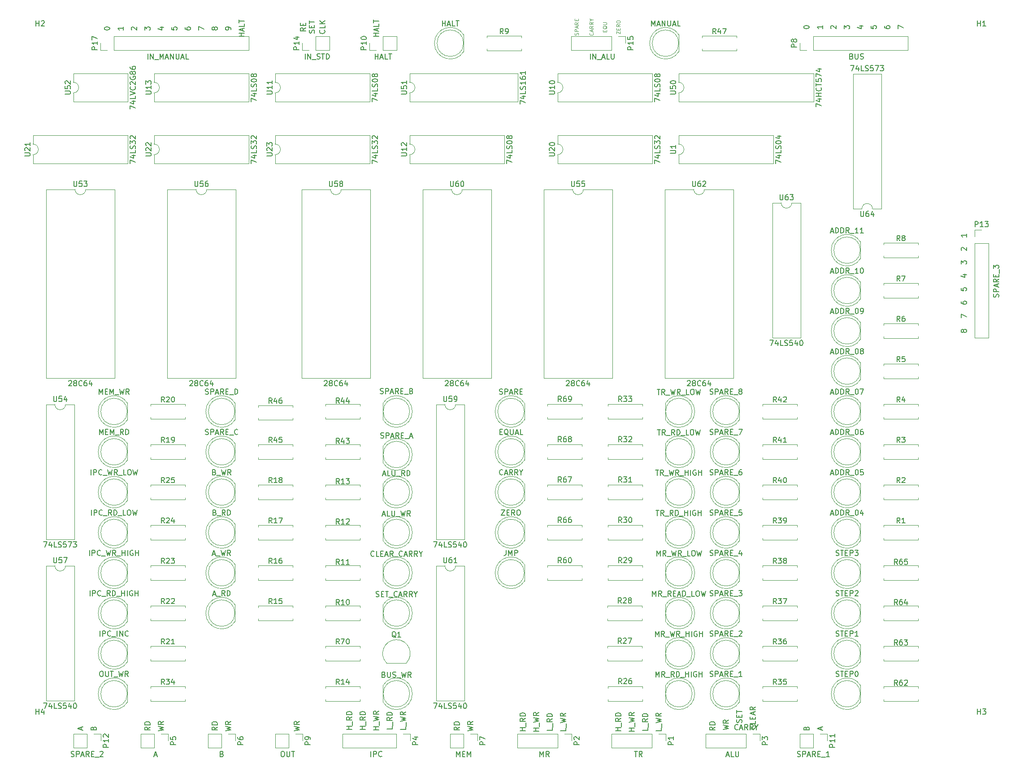
<source format=gbr>
G04 #@! TF.GenerationSoftware,KiCad,Pcbnew,(5.1.4)-1*
G04 #@! TF.CreationDate,2020-02-10T07:07:23-07:00*
G04 #@! TF.ProjectId,control_6roms_test1,636f6e74-726f-46c5-9f36-726f6d735f74,rev?*
G04 #@! TF.SameCoordinates,Original*
G04 #@! TF.FileFunction,Legend,Top*
G04 #@! TF.FilePolarity,Positive*
%FSLAX46Y46*%
G04 Gerber Fmt 4.6, Leading zero omitted, Abs format (unit mm)*
G04 Created by KiCad (PCBNEW (5.1.4)-1) date 2020-02-10 07:07:23*
%MOMM*%
%LPD*%
G04 APERTURE LIST*
%ADD10C,0.150000*%
%ADD11C,0.100000*%
%ADD12C,0.120000*%
G04 APERTURE END LIST*
D10*
X86812380Y-158130666D02*
X85812380Y-158130666D01*
X86288571Y-158130666D02*
X86288571Y-157559238D01*
X86812380Y-157559238D02*
X85812380Y-157559238D01*
X86907619Y-157321142D02*
X86907619Y-156559238D01*
X86812380Y-155749714D02*
X86336190Y-156083047D01*
X86812380Y-156321142D02*
X85812380Y-156321142D01*
X85812380Y-155940190D01*
X85860000Y-155844952D01*
X85907619Y-155797333D01*
X86002857Y-155749714D01*
X86145714Y-155749714D01*
X86240952Y-155797333D01*
X86288571Y-155844952D01*
X86336190Y-155940190D01*
X86336190Y-156321142D01*
X86812380Y-155321142D02*
X85812380Y-155321142D01*
X85812380Y-155083047D01*
X85860000Y-154940190D01*
X85955238Y-154844952D01*
X86050476Y-154797333D01*
X86240952Y-154749714D01*
X86383809Y-154749714D01*
X86574285Y-154797333D01*
X86669523Y-154844952D01*
X86764761Y-154940190D01*
X86812380Y-155083047D01*
X86812380Y-155321142D01*
X159742380Y-158091142D02*
X159694761Y-158138761D01*
X159551904Y-158186380D01*
X159456666Y-158186380D01*
X159313809Y-158138761D01*
X159218571Y-158043523D01*
X159170952Y-157948285D01*
X159123333Y-157757809D01*
X159123333Y-157614952D01*
X159170952Y-157424476D01*
X159218571Y-157329238D01*
X159313809Y-157234000D01*
X159456666Y-157186380D01*
X159551904Y-157186380D01*
X159694761Y-157234000D01*
X159742380Y-157281619D01*
X160123333Y-157900666D02*
X160599523Y-157900666D01*
X160028095Y-158186380D02*
X160361428Y-157186380D01*
X160694761Y-158186380D01*
X161599523Y-158186380D02*
X161266190Y-157710190D01*
X161028095Y-158186380D02*
X161028095Y-157186380D01*
X161409047Y-157186380D01*
X161504285Y-157234000D01*
X161551904Y-157281619D01*
X161599523Y-157376857D01*
X161599523Y-157519714D01*
X161551904Y-157614952D01*
X161504285Y-157662571D01*
X161409047Y-157710190D01*
X161028095Y-157710190D01*
X162599523Y-158186380D02*
X162266190Y-157710190D01*
X162028095Y-158186380D02*
X162028095Y-157186380D01*
X162409047Y-157186380D01*
X162504285Y-157234000D01*
X162551904Y-157281619D01*
X162599523Y-157376857D01*
X162599523Y-157519714D01*
X162551904Y-157614952D01*
X162504285Y-157662571D01*
X162409047Y-157710190D01*
X162028095Y-157710190D01*
X163218571Y-157710190D02*
X163218571Y-158186380D01*
X162885238Y-157186380D02*
X163218571Y-157710190D01*
X163551904Y-157186380D01*
X155392380Y-157670476D02*
X154916190Y-158003809D01*
X155392380Y-158241904D02*
X154392380Y-158241904D01*
X154392380Y-157860952D01*
X154440000Y-157765714D01*
X154487619Y-157718095D01*
X154582857Y-157670476D01*
X154725714Y-157670476D01*
X154820952Y-157718095D01*
X154868571Y-157765714D01*
X154916190Y-157860952D01*
X154916190Y-158241904D01*
X155392380Y-157241904D02*
X154392380Y-157241904D01*
X154392380Y-157003809D01*
X154440000Y-156860952D01*
X154535238Y-156765714D01*
X154630476Y-156718095D01*
X154820952Y-156670476D01*
X154963809Y-156670476D01*
X155154285Y-156718095D01*
X155249523Y-156765714D01*
X155344761Y-156860952D01*
X155392380Y-157003809D01*
X155392380Y-157241904D01*
X162917142Y-157432190D02*
X162964761Y-157479809D01*
X163012380Y-157622666D01*
X163012380Y-157717904D01*
X162964761Y-157860761D01*
X162869523Y-157956000D01*
X162774285Y-158003619D01*
X162583809Y-158051238D01*
X162440952Y-158051238D01*
X162250476Y-158003619D01*
X162155238Y-157956000D01*
X162060000Y-157860761D01*
X162012380Y-157717904D01*
X162012380Y-157622666D01*
X162060000Y-157479809D01*
X162107619Y-157432190D01*
X163012380Y-156527428D02*
X163012380Y-157003619D01*
X162012380Y-157003619D01*
X162488571Y-156194095D02*
X162488571Y-155860761D01*
X163012380Y-155717904D02*
X163012380Y-156194095D01*
X162012380Y-156194095D01*
X162012380Y-155717904D01*
X162726666Y-155336952D02*
X162726666Y-154860761D01*
X163012380Y-155432190D02*
X162012380Y-155098857D01*
X163012380Y-154765523D01*
X163012380Y-153860761D02*
X162536190Y-154194095D01*
X163012380Y-154432190D02*
X162012380Y-154432190D01*
X162012380Y-154051238D01*
X162060000Y-153956000D01*
X162107619Y-153908380D01*
X162202857Y-153860761D01*
X162345714Y-153860761D01*
X162440952Y-153908380D01*
X162488571Y-153956000D01*
X162536190Y-154051238D01*
X162536190Y-154432190D01*
X156932380Y-158154571D02*
X157932380Y-157916476D01*
X157218095Y-157726000D01*
X157932380Y-157535523D01*
X156932380Y-157297428D01*
X157932380Y-156345047D02*
X157456190Y-156678380D01*
X157932380Y-156916476D02*
X156932380Y-156916476D01*
X156932380Y-156535523D01*
X156980000Y-156440285D01*
X157027619Y-156392666D01*
X157122857Y-156345047D01*
X157265714Y-156345047D01*
X157360952Y-156392666D01*
X157408571Y-156440285D01*
X157456190Y-156535523D01*
X157456190Y-156916476D01*
X160424761Y-156821047D02*
X160472380Y-156678190D01*
X160472380Y-156440095D01*
X160424761Y-156344857D01*
X160377142Y-156297238D01*
X160281904Y-156249619D01*
X160186666Y-156249619D01*
X160091428Y-156297238D01*
X160043809Y-156344857D01*
X159996190Y-156440095D01*
X159948571Y-156630571D01*
X159900952Y-156725809D01*
X159853333Y-156773428D01*
X159758095Y-156821047D01*
X159662857Y-156821047D01*
X159567619Y-156773428D01*
X159520000Y-156725809D01*
X159472380Y-156630571D01*
X159472380Y-156392476D01*
X159520000Y-156249619D01*
X159948571Y-155821047D02*
X159948571Y-155487714D01*
X160472380Y-155344857D02*
X160472380Y-155821047D01*
X159472380Y-155821047D01*
X159472380Y-155344857D01*
X159472380Y-155059142D02*
X159472380Y-154487714D01*
X160472380Y-154773428D02*
X159472380Y-154773428D01*
X175426666Y-158226095D02*
X175426666Y-157749904D01*
X175712380Y-158321333D02*
X174712380Y-157988000D01*
X175712380Y-157654666D01*
X172648571Y-157916571D02*
X172696190Y-157773714D01*
X172743809Y-157726095D01*
X172839047Y-157678476D01*
X172981904Y-157678476D01*
X173077142Y-157726095D01*
X173124761Y-157773714D01*
X173172380Y-157868952D01*
X173172380Y-158249904D01*
X172172380Y-158249904D01*
X172172380Y-157916571D01*
X172220000Y-157821333D01*
X172267619Y-157773714D01*
X172362857Y-157726095D01*
X172458095Y-157726095D01*
X172553333Y-157773714D01*
X172600952Y-157821333D01*
X172648571Y-157916571D01*
X172648571Y-158249904D01*
X145232380Y-157860857D02*
X145232380Y-158337047D01*
X144232380Y-158337047D01*
X145327619Y-157765619D02*
X145327619Y-157003714D01*
X144232380Y-156860857D02*
X145232380Y-156622761D01*
X144518095Y-156432285D01*
X145232380Y-156241809D01*
X144232380Y-156003714D01*
X145232380Y-155051333D02*
X144756190Y-155384666D01*
X145232380Y-155622761D02*
X144232380Y-155622761D01*
X144232380Y-155241809D01*
X144280000Y-155146571D01*
X144327619Y-155098952D01*
X144422857Y-155051333D01*
X144565714Y-155051333D01*
X144660952Y-155098952D01*
X144708571Y-155146571D01*
X144756190Y-155241809D01*
X144756190Y-155622761D01*
X137612380Y-158384666D02*
X136612380Y-158384666D01*
X137088571Y-158384666D02*
X137088571Y-157813238D01*
X137612380Y-157813238D02*
X136612380Y-157813238D01*
X137707619Y-157575142D02*
X137707619Y-156813238D01*
X137612380Y-156003714D02*
X137136190Y-156337047D01*
X137612380Y-156575142D02*
X136612380Y-156575142D01*
X136612380Y-156194190D01*
X136660000Y-156098952D01*
X136707619Y-156051333D01*
X136802857Y-156003714D01*
X136945714Y-156003714D01*
X137040952Y-156051333D01*
X137088571Y-156098952D01*
X137136190Y-156194190D01*
X137136190Y-156575142D01*
X137612380Y-155575142D02*
X136612380Y-155575142D01*
X136612380Y-155337047D01*
X136660000Y-155194190D01*
X136755238Y-155098952D01*
X136850476Y-155051333D01*
X137040952Y-155003714D01*
X137183809Y-155003714D01*
X137374285Y-155051333D01*
X137469523Y-155098952D01*
X137564761Y-155194190D01*
X137612380Y-155337047D01*
X137612380Y-155575142D01*
X140152380Y-158456095D02*
X139152380Y-158456095D01*
X139628571Y-158456095D02*
X139628571Y-157884666D01*
X140152380Y-157884666D02*
X139152380Y-157884666D01*
X140247619Y-157646571D02*
X140247619Y-156884666D01*
X139152380Y-156741809D02*
X140152380Y-156503714D01*
X139438095Y-156313238D01*
X140152380Y-156122761D01*
X139152380Y-155884666D01*
X140152380Y-154932285D02*
X139676190Y-155265619D01*
X140152380Y-155503714D02*
X139152380Y-155503714D01*
X139152380Y-155122761D01*
X139200000Y-155027523D01*
X139247619Y-154979904D01*
X139342857Y-154932285D01*
X139485714Y-154932285D01*
X139580952Y-154979904D01*
X139628571Y-155027523D01*
X139676190Y-155122761D01*
X139676190Y-155503714D01*
X142692380Y-157789428D02*
X142692380Y-158265619D01*
X141692380Y-158265619D01*
X142787619Y-157694190D02*
X142787619Y-156932285D01*
X142692380Y-156122761D02*
X142216190Y-156456095D01*
X142692380Y-156694190D02*
X141692380Y-156694190D01*
X141692380Y-156313238D01*
X141740000Y-156218000D01*
X141787619Y-156170380D01*
X141882857Y-156122761D01*
X142025714Y-156122761D01*
X142120952Y-156170380D01*
X142168571Y-156218000D01*
X142216190Y-156313238D01*
X142216190Y-156694190D01*
X142692380Y-155694190D02*
X141692380Y-155694190D01*
X141692380Y-155456095D01*
X141740000Y-155313238D01*
X141835238Y-155218000D01*
X141930476Y-155170380D01*
X142120952Y-155122761D01*
X142263809Y-155122761D01*
X142454285Y-155170380D01*
X142549523Y-155218000D01*
X142644761Y-155313238D01*
X142692380Y-155456095D01*
X142692380Y-155694190D01*
X127198380Y-157860857D02*
X127198380Y-158337047D01*
X126198380Y-158337047D01*
X127293619Y-157765619D02*
X127293619Y-157003714D01*
X126198380Y-156860857D02*
X127198380Y-156622761D01*
X126484095Y-156432285D01*
X127198380Y-156241809D01*
X126198380Y-156003714D01*
X127198380Y-155051333D02*
X126722190Y-155384666D01*
X127198380Y-155622761D02*
X126198380Y-155622761D01*
X126198380Y-155241809D01*
X126246000Y-155146571D01*
X126293619Y-155098952D01*
X126388857Y-155051333D01*
X126531714Y-155051333D01*
X126626952Y-155098952D01*
X126674571Y-155146571D01*
X126722190Y-155241809D01*
X126722190Y-155622761D01*
X119578380Y-158384666D02*
X118578380Y-158384666D01*
X119054571Y-158384666D02*
X119054571Y-157813238D01*
X119578380Y-157813238D02*
X118578380Y-157813238D01*
X119673619Y-157575142D02*
X119673619Y-156813238D01*
X119578380Y-156003714D02*
X119102190Y-156337047D01*
X119578380Y-156575142D02*
X118578380Y-156575142D01*
X118578380Y-156194190D01*
X118626000Y-156098952D01*
X118673619Y-156051333D01*
X118768857Y-156003714D01*
X118911714Y-156003714D01*
X119006952Y-156051333D01*
X119054571Y-156098952D01*
X119102190Y-156194190D01*
X119102190Y-156575142D01*
X119578380Y-155575142D02*
X118578380Y-155575142D01*
X118578380Y-155337047D01*
X118626000Y-155194190D01*
X118721238Y-155098952D01*
X118816476Y-155051333D01*
X119006952Y-155003714D01*
X119149809Y-155003714D01*
X119340285Y-155051333D01*
X119435523Y-155098952D01*
X119530761Y-155194190D01*
X119578380Y-155337047D01*
X119578380Y-155575142D01*
X122118380Y-158456095D02*
X121118380Y-158456095D01*
X121594571Y-158456095D02*
X121594571Y-157884666D01*
X122118380Y-157884666D02*
X121118380Y-157884666D01*
X122213619Y-157646571D02*
X122213619Y-156884666D01*
X121118380Y-156741809D02*
X122118380Y-156503714D01*
X121404095Y-156313238D01*
X122118380Y-156122761D01*
X121118380Y-155884666D01*
X122118380Y-154932285D02*
X121642190Y-155265619D01*
X122118380Y-155503714D02*
X121118380Y-155503714D01*
X121118380Y-155122761D01*
X121166000Y-155027523D01*
X121213619Y-154979904D01*
X121308857Y-154932285D01*
X121451714Y-154932285D01*
X121546952Y-154979904D01*
X121594571Y-155027523D01*
X121642190Y-155122761D01*
X121642190Y-155503714D01*
X124658380Y-157789428D02*
X124658380Y-158265619D01*
X123658380Y-158265619D01*
X124753619Y-157694190D02*
X124753619Y-156932285D01*
X124658380Y-156122761D02*
X124182190Y-156456095D01*
X124658380Y-156694190D02*
X123658380Y-156694190D01*
X123658380Y-156313238D01*
X123706000Y-156218000D01*
X123753619Y-156170380D01*
X123848857Y-156122761D01*
X123991714Y-156122761D01*
X124086952Y-156170380D01*
X124134571Y-156218000D01*
X124182190Y-156313238D01*
X124182190Y-156694190D01*
X124658380Y-155694190D02*
X123658380Y-155694190D01*
X123658380Y-155456095D01*
X123706000Y-155313238D01*
X123801238Y-155218000D01*
X123896476Y-155170380D01*
X124086952Y-155122761D01*
X124229809Y-155122761D01*
X124420285Y-155170380D01*
X124515523Y-155218000D01*
X124610761Y-155313238D01*
X124658380Y-155456095D01*
X124658380Y-155694190D01*
X94432380Y-157535428D02*
X94432380Y-158011619D01*
X93432380Y-158011619D01*
X94527619Y-157440190D02*
X94527619Y-156678285D01*
X94432380Y-155868761D02*
X93956190Y-156202095D01*
X94432380Y-156440190D02*
X93432380Y-156440190D01*
X93432380Y-156059238D01*
X93480000Y-155964000D01*
X93527619Y-155916380D01*
X93622857Y-155868761D01*
X93765714Y-155868761D01*
X93860952Y-155916380D01*
X93908571Y-155964000D01*
X93956190Y-156059238D01*
X93956190Y-156440190D01*
X94432380Y-155440190D02*
X93432380Y-155440190D01*
X93432380Y-155202095D01*
X93480000Y-155059238D01*
X93575238Y-154964000D01*
X93670476Y-154916380D01*
X93860952Y-154868761D01*
X94003809Y-154868761D01*
X94194285Y-154916380D01*
X94289523Y-154964000D01*
X94384761Y-155059238D01*
X94432380Y-155202095D01*
X94432380Y-155440190D01*
X96972380Y-157606857D02*
X96972380Y-158083047D01*
X95972380Y-158083047D01*
X97067619Y-157511619D02*
X97067619Y-156749714D01*
X95972380Y-156606857D02*
X96972380Y-156368761D01*
X96258095Y-156178285D01*
X96972380Y-155987809D01*
X95972380Y-155749714D01*
X96972380Y-154797333D02*
X96496190Y-155130666D01*
X96972380Y-155368761D02*
X95972380Y-155368761D01*
X95972380Y-154987809D01*
X96020000Y-154892571D01*
X96067619Y-154844952D01*
X96162857Y-154797333D01*
X96305714Y-154797333D01*
X96400952Y-154844952D01*
X96448571Y-154892571D01*
X96496190Y-154987809D01*
X96496190Y-155368761D01*
X89352380Y-158130666D02*
X88352380Y-158130666D01*
X88828571Y-158130666D02*
X88828571Y-157559238D01*
X89352380Y-157559238D02*
X88352380Y-157559238D01*
X89447619Y-157321142D02*
X89447619Y-156559238D01*
X89352380Y-155749714D02*
X88876190Y-156083047D01*
X89352380Y-156321142D02*
X88352380Y-156321142D01*
X88352380Y-155940190D01*
X88400000Y-155844952D01*
X88447619Y-155797333D01*
X88542857Y-155749714D01*
X88685714Y-155749714D01*
X88780952Y-155797333D01*
X88828571Y-155844952D01*
X88876190Y-155940190D01*
X88876190Y-156321142D01*
X89352380Y-155321142D02*
X88352380Y-155321142D01*
X88352380Y-155083047D01*
X88400000Y-154940190D01*
X88495238Y-154844952D01*
X88590476Y-154797333D01*
X88780952Y-154749714D01*
X88923809Y-154749714D01*
X89114285Y-154797333D01*
X89209523Y-154844952D01*
X89304761Y-154940190D01*
X89352380Y-155083047D01*
X89352380Y-155321142D01*
X91892380Y-158202095D02*
X90892380Y-158202095D01*
X91368571Y-158202095D02*
X91368571Y-157630666D01*
X91892380Y-157630666D02*
X90892380Y-157630666D01*
X91987619Y-157392571D02*
X91987619Y-156630666D01*
X90892380Y-156487809D02*
X91892380Y-156249714D01*
X91178095Y-156059238D01*
X91892380Y-155868761D01*
X90892380Y-155630666D01*
X91892380Y-154678285D02*
X91416190Y-155011619D01*
X91892380Y-155249714D02*
X90892380Y-155249714D01*
X90892380Y-154868761D01*
X90940000Y-154773523D01*
X90987619Y-154725904D01*
X91082857Y-154678285D01*
X91225714Y-154678285D01*
X91320952Y-154725904D01*
X91368571Y-154773523D01*
X91416190Y-154868761D01*
X91416190Y-155249714D01*
X107132380Y-157670476D02*
X106656190Y-158003809D01*
X107132380Y-158241904D02*
X106132380Y-158241904D01*
X106132380Y-157860952D01*
X106180000Y-157765714D01*
X106227619Y-157718095D01*
X106322857Y-157670476D01*
X106465714Y-157670476D01*
X106560952Y-157718095D01*
X106608571Y-157765714D01*
X106656190Y-157860952D01*
X106656190Y-158241904D01*
X107132380Y-157241904D02*
X106132380Y-157241904D01*
X106132380Y-157003809D01*
X106180000Y-156860952D01*
X106275238Y-156765714D01*
X106370476Y-156718095D01*
X106560952Y-156670476D01*
X106703809Y-156670476D01*
X106894285Y-156718095D01*
X106989523Y-156765714D01*
X107084761Y-156860952D01*
X107132380Y-157003809D01*
X107132380Y-157241904D01*
X108672380Y-158408571D02*
X109672380Y-158170476D01*
X108958095Y-157980000D01*
X109672380Y-157789523D01*
X108672380Y-157551428D01*
X109672380Y-156599047D02*
X109196190Y-156932380D01*
X109672380Y-157170476D02*
X108672380Y-157170476D01*
X108672380Y-156789523D01*
X108720000Y-156694285D01*
X108767619Y-156646666D01*
X108862857Y-156599047D01*
X109005714Y-156599047D01*
X109100952Y-156646666D01*
X109148571Y-156694285D01*
X109196190Y-156789523D01*
X109196190Y-157170476D01*
X75906380Y-158408571D02*
X76906380Y-158170476D01*
X76192095Y-157980000D01*
X76906380Y-157789523D01*
X75906380Y-157551428D01*
X76906380Y-156599047D02*
X76430190Y-156932380D01*
X76906380Y-157170476D02*
X75906380Y-157170476D01*
X75906380Y-156789523D01*
X75954000Y-156694285D01*
X76001619Y-156646666D01*
X76096857Y-156599047D01*
X76239714Y-156599047D01*
X76334952Y-156646666D01*
X76382571Y-156694285D01*
X76430190Y-156789523D01*
X76430190Y-157170476D01*
X61412380Y-157670476D02*
X60936190Y-158003809D01*
X61412380Y-158241904D02*
X60412380Y-158241904D01*
X60412380Y-157860952D01*
X60460000Y-157765714D01*
X60507619Y-157718095D01*
X60602857Y-157670476D01*
X60745714Y-157670476D01*
X60840952Y-157718095D01*
X60888571Y-157765714D01*
X60936190Y-157860952D01*
X60936190Y-158241904D01*
X61412380Y-157241904D02*
X60412380Y-157241904D01*
X60412380Y-157003809D01*
X60460000Y-156860952D01*
X60555238Y-156765714D01*
X60650476Y-156718095D01*
X60840952Y-156670476D01*
X60983809Y-156670476D01*
X61174285Y-156718095D01*
X61269523Y-156765714D01*
X61364761Y-156860952D01*
X61412380Y-157003809D01*
X61412380Y-157241904D01*
X62952380Y-158408571D02*
X63952380Y-158170476D01*
X63238095Y-157980000D01*
X63952380Y-157789523D01*
X62952380Y-157551428D01*
X63952380Y-156599047D02*
X63476190Y-156932380D01*
X63952380Y-157170476D02*
X62952380Y-157170476D01*
X62952380Y-156789523D01*
X63000000Y-156694285D01*
X63047619Y-156646666D01*
X63142857Y-156599047D01*
X63285714Y-156599047D01*
X63380952Y-156646666D01*
X63428571Y-156694285D01*
X63476190Y-156789523D01*
X63476190Y-157170476D01*
X50252380Y-158408571D02*
X51252380Y-158170476D01*
X50538095Y-157980000D01*
X51252380Y-157789523D01*
X50252380Y-157551428D01*
X51252380Y-156599047D02*
X50776190Y-156932380D01*
X51252380Y-157170476D02*
X50252380Y-157170476D01*
X50252380Y-156789523D01*
X50300000Y-156694285D01*
X50347619Y-156646666D01*
X50442857Y-156599047D01*
X50585714Y-156599047D01*
X50680952Y-156646666D01*
X50728571Y-156694285D01*
X50776190Y-156789523D01*
X50776190Y-157170476D01*
X48712380Y-157670476D02*
X48236190Y-158003809D01*
X48712380Y-158241904D02*
X47712380Y-158241904D01*
X47712380Y-157860952D01*
X47760000Y-157765714D01*
X47807619Y-157718095D01*
X47902857Y-157670476D01*
X48045714Y-157670476D01*
X48140952Y-157718095D01*
X48188571Y-157765714D01*
X48236190Y-157860952D01*
X48236190Y-158241904D01*
X48712380Y-157241904D02*
X47712380Y-157241904D01*
X47712380Y-157003809D01*
X47760000Y-156860952D01*
X47855238Y-156765714D01*
X47950476Y-156718095D01*
X48140952Y-156670476D01*
X48283809Y-156670476D01*
X48474285Y-156718095D01*
X48569523Y-156765714D01*
X48664761Y-156860952D01*
X48712380Y-157003809D01*
X48712380Y-157241904D01*
X35726666Y-158226095D02*
X35726666Y-157749904D01*
X36012380Y-158321333D02*
X35012380Y-157988000D01*
X36012380Y-157654666D01*
X38028571Y-157916571D02*
X38076190Y-157773714D01*
X38123809Y-157726095D01*
X38219047Y-157678476D01*
X38361904Y-157678476D01*
X38457142Y-157726095D01*
X38504761Y-157773714D01*
X38552380Y-157868952D01*
X38552380Y-158249904D01*
X37552380Y-158249904D01*
X37552380Y-157916571D01*
X37600000Y-157821333D01*
X37647619Y-157773714D01*
X37742857Y-157726095D01*
X37838095Y-157726095D01*
X37933333Y-157773714D01*
X37980952Y-157821333D01*
X38028571Y-157916571D01*
X38028571Y-158249904D01*
X202318952Y-82899238D02*
X202271333Y-82994476D01*
X202223714Y-83042095D01*
X202128476Y-83089714D01*
X202080857Y-83089714D01*
X201985619Y-83042095D01*
X201938000Y-82994476D01*
X201890380Y-82899238D01*
X201890380Y-82708761D01*
X201938000Y-82613523D01*
X201985619Y-82565904D01*
X202080857Y-82518285D01*
X202128476Y-82518285D01*
X202223714Y-82565904D01*
X202271333Y-82613523D01*
X202318952Y-82708761D01*
X202318952Y-82899238D01*
X202366571Y-82994476D01*
X202414190Y-83042095D01*
X202509428Y-83089714D01*
X202699904Y-83089714D01*
X202795142Y-83042095D01*
X202842761Y-82994476D01*
X202890380Y-82899238D01*
X202890380Y-82708761D01*
X202842761Y-82613523D01*
X202795142Y-82565904D01*
X202699904Y-82518285D01*
X202509428Y-82518285D01*
X202414190Y-82565904D01*
X202366571Y-82613523D01*
X202318952Y-82708761D01*
X201890380Y-77279523D02*
X201890380Y-77470000D01*
X201938000Y-77565238D01*
X201985619Y-77612857D01*
X202128476Y-77708095D01*
X202318952Y-77755714D01*
X202699904Y-77755714D01*
X202795142Y-77708095D01*
X202842761Y-77660476D01*
X202890380Y-77565238D01*
X202890380Y-77374761D01*
X202842761Y-77279523D01*
X202795142Y-77231904D01*
X202699904Y-77184285D01*
X202461809Y-77184285D01*
X202366571Y-77231904D01*
X202318952Y-77279523D01*
X202271333Y-77374761D01*
X202271333Y-77565238D01*
X202318952Y-77660476D01*
X202366571Y-77708095D01*
X202461809Y-77755714D01*
X201890380Y-74691904D02*
X201890380Y-75168095D01*
X202366571Y-75215714D01*
X202318952Y-75168095D01*
X202271333Y-75072857D01*
X202271333Y-74834761D01*
X202318952Y-74739523D01*
X202366571Y-74691904D01*
X202461809Y-74644285D01*
X202699904Y-74644285D01*
X202795142Y-74691904D01*
X202842761Y-74739523D01*
X202890380Y-74834761D01*
X202890380Y-75072857D01*
X202842761Y-75168095D01*
X202795142Y-75215714D01*
X202890380Y-64484285D02*
X202890380Y-65055714D01*
X202890380Y-64770000D02*
X201890380Y-64770000D01*
X202033238Y-64865238D01*
X202128476Y-64960476D01*
X202176095Y-65055714D01*
X201985619Y-67595714D02*
X201938000Y-67548095D01*
X201890380Y-67452857D01*
X201890380Y-67214761D01*
X201938000Y-67119523D01*
X201985619Y-67071904D01*
X202080857Y-67024285D01*
X202176095Y-67024285D01*
X202318952Y-67071904D01*
X202890380Y-67643333D01*
X202890380Y-67024285D01*
X202223714Y-72199523D02*
X202890380Y-72199523D01*
X201842761Y-72437619D02*
X202557047Y-72675714D01*
X202557047Y-72056666D01*
X201890380Y-80343333D02*
X201890380Y-79676666D01*
X202890380Y-80105238D01*
X201890380Y-70183333D02*
X201890380Y-69564285D01*
X202271333Y-69897619D01*
X202271333Y-69754761D01*
X202318952Y-69659523D01*
X202366571Y-69611904D01*
X202461809Y-69564285D01*
X202699904Y-69564285D01*
X202795142Y-69611904D01*
X202842761Y-69659523D01*
X202890380Y-69754761D01*
X202890380Y-70040476D01*
X202842761Y-70135714D01*
X202795142Y-70183333D01*
X187412380Y-25209523D02*
X187412380Y-25400000D01*
X187460000Y-25495238D01*
X187507619Y-25542857D01*
X187650476Y-25638095D01*
X187840952Y-25685714D01*
X188221904Y-25685714D01*
X188317142Y-25638095D01*
X188364761Y-25590476D01*
X188412380Y-25495238D01*
X188412380Y-25304761D01*
X188364761Y-25209523D01*
X188317142Y-25161904D01*
X188221904Y-25114285D01*
X187983809Y-25114285D01*
X187888571Y-25161904D01*
X187840952Y-25209523D01*
X187793333Y-25304761D01*
X187793333Y-25495238D01*
X187840952Y-25590476D01*
X187888571Y-25638095D01*
X187983809Y-25685714D01*
X184872380Y-25161904D02*
X184872380Y-25638095D01*
X185348571Y-25685714D01*
X185300952Y-25638095D01*
X185253333Y-25542857D01*
X185253333Y-25304761D01*
X185300952Y-25209523D01*
X185348571Y-25161904D01*
X185443809Y-25114285D01*
X185681904Y-25114285D01*
X185777142Y-25161904D01*
X185824761Y-25209523D01*
X185872380Y-25304761D01*
X185872380Y-25542857D01*
X185824761Y-25638095D01*
X185777142Y-25685714D01*
X175712380Y-25114285D02*
X175712380Y-25685714D01*
X175712380Y-25400000D02*
X174712380Y-25400000D01*
X174855238Y-25495238D01*
X174950476Y-25590476D01*
X174998095Y-25685714D01*
X177347619Y-25685714D02*
X177300000Y-25638095D01*
X177252380Y-25542857D01*
X177252380Y-25304761D01*
X177300000Y-25209523D01*
X177347619Y-25161904D01*
X177442857Y-25114285D01*
X177538095Y-25114285D01*
X177680952Y-25161904D01*
X178252380Y-25733333D01*
X178252380Y-25114285D01*
X182665714Y-25209523D02*
X183332380Y-25209523D01*
X182284761Y-25447619D02*
X182999047Y-25685714D01*
X182999047Y-25066666D01*
X172172380Y-25447619D02*
X172172380Y-25352380D01*
X172220000Y-25257142D01*
X172267619Y-25209523D01*
X172362857Y-25161904D01*
X172553333Y-25114285D01*
X172791428Y-25114285D01*
X172981904Y-25161904D01*
X173077142Y-25209523D01*
X173124761Y-25257142D01*
X173172380Y-25352380D01*
X173172380Y-25447619D01*
X173124761Y-25542857D01*
X173077142Y-25590476D01*
X172981904Y-25638095D01*
X172791428Y-25685714D01*
X172553333Y-25685714D01*
X172362857Y-25638095D01*
X172267619Y-25590476D01*
X172220000Y-25542857D01*
X172172380Y-25447619D01*
X189952380Y-25733333D02*
X189952380Y-25066666D01*
X190952380Y-25495238D01*
X179792380Y-25733333D02*
X179792380Y-25114285D01*
X180173333Y-25447619D01*
X180173333Y-25304761D01*
X180220952Y-25209523D01*
X180268571Y-25161904D01*
X180363809Y-25114285D01*
X180601904Y-25114285D01*
X180697142Y-25161904D01*
X180744761Y-25209523D01*
X180792380Y-25304761D01*
X180792380Y-25590476D01*
X180744761Y-25685714D01*
X180697142Y-25733333D01*
D11*
X136776666Y-26666666D02*
X136776666Y-26200000D01*
X137476666Y-26666666D01*
X137476666Y-26200000D01*
X137110000Y-25933333D02*
X137110000Y-25700000D01*
X137476666Y-25600000D02*
X137476666Y-25933333D01*
X136776666Y-25933333D01*
X136776666Y-25600000D01*
X137476666Y-24900000D02*
X137143333Y-25133333D01*
X137476666Y-25300000D02*
X136776666Y-25300000D01*
X136776666Y-25033333D01*
X136810000Y-24966666D01*
X136843333Y-24933333D01*
X136910000Y-24900000D01*
X137010000Y-24900000D01*
X137076666Y-24933333D01*
X137110000Y-24966666D01*
X137143333Y-25033333D01*
X137143333Y-25300000D01*
X136776666Y-24466666D02*
X136776666Y-24333333D01*
X136810000Y-24266666D01*
X136876666Y-24200000D01*
X137010000Y-24166666D01*
X137243333Y-24166666D01*
X137376666Y-24200000D01*
X137443333Y-24266666D01*
X137476666Y-24333333D01*
X137476666Y-24466666D01*
X137443333Y-24533333D01*
X137376666Y-24600000D01*
X137243333Y-24633333D01*
X137010000Y-24633333D01*
X136876666Y-24600000D01*
X136810000Y-24533333D01*
X136776666Y-24466666D01*
X134570000Y-26283333D02*
X134570000Y-26050000D01*
X134936666Y-25950000D02*
X134936666Y-26283333D01*
X134236666Y-26283333D01*
X134236666Y-25950000D01*
X135003333Y-25183333D02*
X134970000Y-25250000D01*
X134903333Y-25316666D01*
X134803333Y-25416666D01*
X134770000Y-25483333D01*
X134770000Y-25550000D01*
X134936666Y-25516666D02*
X134903333Y-25583333D01*
X134836666Y-25650000D01*
X134703333Y-25683333D01*
X134470000Y-25683333D01*
X134336666Y-25650000D01*
X134270000Y-25583333D01*
X134236666Y-25516666D01*
X134236666Y-25383333D01*
X134270000Y-25316666D01*
X134336666Y-25250000D01*
X134470000Y-25216666D01*
X134703333Y-25216666D01*
X134836666Y-25250000D01*
X134903333Y-25316666D01*
X134936666Y-25383333D01*
X134936666Y-25516666D01*
X134236666Y-24916666D02*
X134803333Y-24916666D01*
X134870000Y-24883333D01*
X134903333Y-24850000D01*
X134936666Y-24783333D01*
X134936666Y-24650000D01*
X134903333Y-24583333D01*
X134870000Y-24550000D01*
X134803333Y-24516666D01*
X134236666Y-24516666D01*
X132330000Y-26483333D02*
X132363333Y-26516666D01*
X132396666Y-26616666D01*
X132396666Y-26683333D01*
X132363333Y-26783333D01*
X132296666Y-26850000D01*
X132230000Y-26883333D01*
X132096666Y-26916666D01*
X131996666Y-26916666D01*
X131863333Y-26883333D01*
X131796666Y-26850000D01*
X131730000Y-26783333D01*
X131696666Y-26683333D01*
X131696666Y-26616666D01*
X131730000Y-26516666D01*
X131763333Y-26483333D01*
X132196666Y-26216666D02*
X132196666Y-25883333D01*
X132396666Y-26283333D02*
X131696666Y-26050000D01*
X132396666Y-25816666D01*
X132396666Y-25183333D02*
X132063333Y-25416666D01*
X132396666Y-25583333D02*
X131696666Y-25583333D01*
X131696666Y-25316666D01*
X131730000Y-25250000D01*
X131763333Y-25216666D01*
X131830000Y-25183333D01*
X131930000Y-25183333D01*
X131996666Y-25216666D01*
X132030000Y-25250000D01*
X132063333Y-25316666D01*
X132063333Y-25583333D01*
X132396666Y-24483333D02*
X132063333Y-24716666D01*
X132396666Y-24883333D02*
X131696666Y-24883333D01*
X131696666Y-24616666D01*
X131730000Y-24550000D01*
X131763333Y-24516666D01*
X131830000Y-24483333D01*
X131930000Y-24483333D01*
X131996666Y-24516666D01*
X132030000Y-24550000D01*
X132063333Y-24616666D01*
X132063333Y-24883333D01*
X132063333Y-24050000D02*
X132396666Y-24050000D01*
X131696666Y-24283333D02*
X132063333Y-24050000D01*
X131696666Y-23816666D01*
X129569333Y-26916666D02*
X129602666Y-26816666D01*
X129602666Y-26650000D01*
X129569333Y-26583333D01*
X129536000Y-26550000D01*
X129469333Y-26516666D01*
X129402666Y-26516666D01*
X129336000Y-26550000D01*
X129302666Y-26583333D01*
X129269333Y-26650000D01*
X129236000Y-26783333D01*
X129202666Y-26850000D01*
X129169333Y-26883333D01*
X129102666Y-26916666D01*
X129036000Y-26916666D01*
X128969333Y-26883333D01*
X128936000Y-26850000D01*
X128902666Y-26783333D01*
X128902666Y-26616666D01*
X128936000Y-26516666D01*
X129602666Y-26216666D02*
X128902666Y-26216666D01*
X128902666Y-25950000D01*
X128936000Y-25883333D01*
X128969333Y-25850000D01*
X129036000Y-25816666D01*
X129136000Y-25816666D01*
X129202666Y-25850000D01*
X129236000Y-25883333D01*
X129269333Y-25950000D01*
X129269333Y-26216666D01*
X129402666Y-25550000D02*
X129402666Y-25216666D01*
X129602666Y-25616666D02*
X128902666Y-25383333D01*
X129602666Y-25150000D01*
X129602666Y-24516666D02*
X129269333Y-24750000D01*
X129602666Y-24916666D02*
X128902666Y-24916666D01*
X128902666Y-24650000D01*
X128936000Y-24583333D01*
X128969333Y-24550000D01*
X129036000Y-24516666D01*
X129136000Y-24516666D01*
X129202666Y-24550000D01*
X129236000Y-24583333D01*
X129269333Y-24650000D01*
X129269333Y-24916666D01*
X129236000Y-24216666D02*
X129236000Y-23983333D01*
X129602666Y-23883333D02*
X129602666Y-24216666D01*
X128902666Y-24216666D01*
X128902666Y-23883333D01*
D10*
X91892380Y-27154000D02*
X90892380Y-27154000D01*
X91368571Y-27154000D02*
X91368571Y-26582571D01*
X91892380Y-26582571D02*
X90892380Y-26582571D01*
X91606666Y-26154000D02*
X91606666Y-25677809D01*
X91892380Y-26249238D02*
X90892380Y-25915904D01*
X91892380Y-25582571D01*
X91892380Y-24773047D02*
X91892380Y-25249238D01*
X90892380Y-25249238D01*
X90892380Y-24582571D02*
X90892380Y-24011142D01*
X91892380Y-24296857D02*
X90892380Y-24296857D01*
X81637142Y-25995238D02*
X81684761Y-26042857D01*
X81732380Y-26185714D01*
X81732380Y-26280952D01*
X81684761Y-26423809D01*
X81589523Y-26519047D01*
X81494285Y-26566666D01*
X81303809Y-26614285D01*
X81160952Y-26614285D01*
X80970476Y-26566666D01*
X80875238Y-26519047D01*
X80780000Y-26423809D01*
X80732380Y-26280952D01*
X80732380Y-26185714D01*
X80780000Y-26042857D01*
X80827619Y-25995238D01*
X81732380Y-25090476D02*
X81732380Y-25566666D01*
X80732380Y-25566666D01*
X81732380Y-24757142D02*
X80732380Y-24757142D01*
X81732380Y-24185714D02*
X81160952Y-24614285D01*
X80732380Y-24185714D02*
X81303809Y-24757142D01*
X78113380Y-25542857D02*
X77637190Y-25876190D01*
X78113380Y-26114285D02*
X77113380Y-26114285D01*
X77113380Y-25733333D01*
X77161000Y-25638095D01*
X77208619Y-25590476D01*
X77303857Y-25542857D01*
X77446714Y-25542857D01*
X77541952Y-25590476D01*
X77589571Y-25638095D01*
X77637190Y-25733333D01*
X77637190Y-26114285D01*
X77589571Y-25114285D02*
X77589571Y-24780952D01*
X78113380Y-24638095D02*
X78113380Y-25114285D01*
X77113380Y-25114285D01*
X77113380Y-24638095D01*
X79715761Y-26519047D02*
X79763380Y-26376190D01*
X79763380Y-26138095D01*
X79715761Y-26042857D01*
X79668142Y-25995238D01*
X79572904Y-25947619D01*
X79477666Y-25947619D01*
X79382428Y-25995238D01*
X79334809Y-26042857D01*
X79287190Y-26138095D01*
X79239571Y-26328571D01*
X79191952Y-26423809D01*
X79144333Y-26471428D01*
X79049095Y-26519047D01*
X78953857Y-26519047D01*
X78858619Y-26471428D01*
X78811000Y-26423809D01*
X78763380Y-26328571D01*
X78763380Y-26090476D01*
X78811000Y-25947619D01*
X79239571Y-25519047D02*
X79239571Y-25185714D01*
X79763380Y-25042857D02*
X79763380Y-25519047D01*
X78763380Y-25519047D01*
X78763380Y-25042857D01*
X78763380Y-24757142D02*
X78763380Y-24185714D01*
X79763380Y-24471428D02*
X78763380Y-24471428D01*
X66492380Y-27154000D02*
X65492380Y-27154000D01*
X65968571Y-27154000D02*
X65968571Y-26582571D01*
X66492380Y-26582571D02*
X65492380Y-26582571D01*
X66206666Y-26154000D02*
X66206666Y-25677809D01*
X66492380Y-26249238D02*
X65492380Y-25915904D01*
X66492380Y-25582571D01*
X66492380Y-24773047D02*
X66492380Y-25249238D01*
X65492380Y-25249238D01*
X65492380Y-24582571D02*
X65492380Y-24011142D01*
X66492380Y-24296857D02*
X65492380Y-24296857D01*
X63952380Y-25844476D02*
X63952380Y-25654000D01*
X63904761Y-25558761D01*
X63857142Y-25511142D01*
X63714285Y-25415904D01*
X63523809Y-25368285D01*
X63142857Y-25368285D01*
X63047619Y-25415904D01*
X63000000Y-25463523D01*
X62952380Y-25558761D01*
X62952380Y-25749238D01*
X63000000Y-25844476D01*
X63047619Y-25892095D01*
X63142857Y-25939714D01*
X63380952Y-25939714D01*
X63476190Y-25892095D01*
X63523809Y-25844476D01*
X63571428Y-25749238D01*
X63571428Y-25558761D01*
X63523809Y-25463523D01*
X63476190Y-25415904D01*
X63380952Y-25368285D01*
X60840952Y-25749238D02*
X60793333Y-25844476D01*
X60745714Y-25892095D01*
X60650476Y-25939714D01*
X60602857Y-25939714D01*
X60507619Y-25892095D01*
X60460000Y-25844476D01*
X60412380Y-25749238D01*
X60412380Y-25558761D01*
X60460000Y-25463523D01*
X60507619Y-25415904D01*
X60602857Y-25368285D01*
X60650476Y-25368285D01*
X60745714Y-25415904D01*
X60793333Y-25463523D01*
X60840952Y-25558761D01*
X60840952Y-25749238D01*
X60888571Y-25844476D01*
X60936190Y-25892095D01*
X61031428Y-25939714D01*
X61221904Y-25939714D01*
X61317142Y-25892095D01*
X61364761Y-25844476D01*
X61412380Y-25749238D01*
X61412380Y-25558761D01*
X61364761Y-25463523D01*
X61317142Y-25415904D01*
X61221904Y-25368285D01*
X61031428Y-25368285D01*
X60936190Y-25415904D01*
X60888571Y-25463523D01*
X60840952Y-25558761D01*
X57872380Y-25987333D02*
X57872380Y-25320666D01*
X58872380Y-25749238D01*
X55332380Y-25463523D02*
X55332380Y-25654000D01*
X55380000Y-25749238D01*
X55427619Y-25796857D01*
X55570476Y-25892095D01*
X55760952Y-25939714D01*
X56141904Y-25939714D01*
X56237142Y-25892095D01*
X56284761Y-25844476D01*
X56332380Y-25749238D01*
X56332380Y-25558761D01*
X56284761Y-25463523D01*
X56237142Y-25415904D01*
X56141904Y-25368285D01*
X55903809Y-25368285D01*
X55808571Y-25415904D01*
X55760952Y-25463523D01*
X55713333Y-25558761D01*
X55713333Y-25749238D01*
X55760952Y-25844476D01*
X55808571Y-25892095D01*
X55903809Y-25939714D01*
X52792380Y-25415904D02*
X52792380Y-25892095D01*
X53268571Y-25939714D01*
X53220952Y-25892095D01*
X53173333Y-25796857D01*
X53173333Y-25558761D01*
X53220952Y-25463523D01*
X53268571Y-25415904D01*
X53363809Y-25368285D01*
X53601904Y-25368285D01*
X53697142Y-25415904D01*
X53744761Y-25463523D01*
X53792380Y-25558761D01*
X53792380Y-25796857D01*
X53744761Y-25892095D01*
X53697142Y-25939714D01*
X50585714Y-25463523D02*
X51252380Y-25463523D01*
X50204761Y-25701619D02*
X50919047Y-25939714D01*
X50919047Y-25320666D01*
X47712380Y-25987333D02*
X47712380Y-25368285D01*
X48093333Y-25701619D01*
X48093333Y-25558761D01*
X48140952Y-25463523D01*
X48188571Y-25415904D01*
X48283809Y-25368285D01*
X48521904Y-25368285D01*
X48617142Y-25415904D01*
X48664761Y-25463523D01*
X48712380Y-25558761D01*
X48712380Y-25844476D01*
X48664761Y-25939714D01*
X48617142Y-25987333D01*
X45267619Y-25939714D02*
X45220000Y-25892095D01*
X45172380Y-25796857D01*
X45172380Y-25558761D01*
X45220000Y-25463523D01*
X45267619Y-25415904D01*
X45362857Y-25368285D01*
X45458095Y-25368285D01*
X45600952Y-25415904D01*
X46172380Y-25987333D01*
X46172380Y-25368285D01*
X43632380Y-25368285D02*
X43632380Y-25939714D01*
X43632380Y-25654000D02*
X42632380Y-25654000D01*
X42775238Y-25749238D01*
X42870476Y-25844476D01*
X42918095Y-25939714D01*
X40092380Y-25701619D02*
X40092380Y-25606380D01*
X40140000Y-25511142D01*
X40187619Y-25463523D01*
X40282857Y-25415904D01*
X40473333Y-25368285D01*
X40711428Y-25368285D01*
X40901904Y-25415904D01*
X40997142Y-25463523D01*
X41044761Y-25511142D01*
X41092380Y-25606380D01*
X41092380Y-25701619D01*
X41044761Y-25796857D01*
X40997142Y-25844476D01*
X40901904Y-25892095D01*
X40711428Y-25939714D01*
X40473333Y-25939714D01*
X40282857Y-25892095D01*
X40187619Y-25844476D01*
X40140000Y-25796857D01*
X40092380Y-25701619D01*
D12*
X81820000Y-142394000D02*
X81820000Y-142724000D01*
X88360000Y-142394000D02*
X81820000Y-142394000D01*
X88360000Y-142724000D02*
X88360000Y-142394000D01*
X81820000Y-145134000D02*
X81820000Y-144804000D01*
X88360000Y-145134000D02*
X81820000Y-145134000D01*
X88360000Y-144804000D02*
X88360000Y-145134000D01*
X152940000Y-27078000D02*
X152940000Y-27408000D01*
X159480000Y-27078000D02*
X152940000Y-27078000D01*
X159480000Y-27408000D02*
X159480000Y-27078000D01*
X152940000Y-29818000D02*
X152940000Y-29488000D01*
X159480000Y-29818000D02*
X152940000Y-29818000D01*
X159480000Y-29488000D02*
X159480000Y-29818000D01*
X130308000Y-99414000D02*
X130308000Y-99084000D01*
X123768000Y-99414000D02*
X130308000Y-99414000D01*
X123768000Y-99084000D02*
X123768000Y-99414000D01*
X130308000Y-96674000D02*
X130308000Y-97004000D01*
X123768000Y-96674000D02*
X130308000Y-96674000D01*
X123768000Y-97004000D02*
X123768000Y-96674000D01*
X130308000Y-107034000D02*
X130308000Y-106704000D01*
X123768000Y-107034000D02*
X130308000Y-107034000D01*
X123768000Y-106704000D02*
X123768000Y-107034000D01*
X130308000Y-104294000D02*
X130308000Y-104624000D01*
X123768000Y-104294000D02*
X130308000Y-104294000D01*
X123768000Y-104624000D02*
X123768000Y-104294000D01*
X130308000Y-114654000D02*
X130308000Y-114324000D01*
X123768000Y-114654000D02*
X130308000Y-114654000D01*
X123768000Y-114324000D02*
X123768000Y-114654000D01*
X130308000Y-111914000D02*
X130308000Y-112244000D01*
X123768000Y-111914000D02*
X130308000Y-111914000D01*
X123768000Y-112244000D02*
X123768000Y-111914000D01*
X130308000Y-122274000D02*
X130308000Y-121944000D01*
X123768000Y-122274000D02*
X130308000Y-122274000D01*
X123768000Y-121944000D02*
X123768000Y-122274000D01*
X130308000Y-119534000D02*
X130308000Y-119864000D01*
X123768000Y-119534000D02*
X130308000Y-119534000D01*
X123768000Y-119864000D02*
X123768000Y-119534000D01*
X193770000Y-129894000D02*
X193770000Y-129564000D01*
X187230000Y-129894000D02*
X193770000Y-129894000D01*
X187230000Y-129564000D02*
X187230000Y-129894000D01*
X193770000Y-127154000D02*
X193770000Y-127484000D01*
X187230000Y-127154000D02*
X193770000Y-127154000D01*
X187230000Y-127484000D02*
X187230000Y-127154000D01*
X193770000Y-137514000D02*
X193770000Y-137184000D01*
X187230000Y-137514000D02*
X193770000Y-137514000D01*
X187230000Y-137184000D02*
X187230000Y-137514000D01*
X193770000Y-134774000D02*
X193770000Y-135104000D01*
X187230000Y-134774000D02*
X193770000Y-134774000D01*
X187230000Y-135104000D02*
X187230000Y-134774000D01*
X193770000Y-145134000D02*
X193770000Y-144804000D01*
X187230000Y-145134000D02*
X193770000Y-145134000D01*
X187230000Y-144804000D02*
X187230000Y-145134000D01*
X193770000Y-142394000D02*
X193770000Y-142724000D01*
X187230000Y-142394000D02*
X193770000Y-142394000D01*
X187230000Y-142724000D02*
X187230000Y-142394000D01*
X193770000Y-152754000D02*
X193770000Y-152424000D01*
X187230000Y-152754000D02*
X193770000Y-152754000D01*
X187230000Y-152424000D02*
X187230000Y-152754000D01*
X193770000Y-150014000D02*
X193770000Y-150344000D01*
X187230000Y-150014000D02*
X193770000Y-150014000D01*
X187230000Y-150344000D02*
X187230000Y-150014000D01*
X130308000Y-129894000D02*
X130308000Y-129564000D01*
X123768000Y-129894000D02*
X130308000Y-129894000D01*
X123768000Y-129564000D02*
X123768000Y-129894000D01*
X130308000Y-127154000D02*
X130308000Y-127484000D01*
X123768000Y-127154000D02*
X130308000Y-127154000D01*
X123768000Y-127484000D02*
X123768000Y-127154000D01*
X69120000Y-96904900D02*
X69120000Y-97234900D01*
X75660000Y-96904900D02*
X69120000Y-96904900D01*
X75660000Y-97234900D02*
X75660000Y-96904900D01*
X69120000Y-99644900D02*
X69120000Y-99314900D01*
X75660000Y-99644900D02*
X69120000Y-99644900D01*
X75660000Y-99314900D02*
X75660000Y-99644900D01*
X69120000Y-104294000D02*
X69120000Y-104624000D01*
X75660000Y-104294000D02*
X69120000Y-104294000D01*
X75660000Y-104624000D02*
X75660000Y-104294000D01*
X69120000Y-107034000D02*
X69120000Y-106704000D01*
X75660000Y-107034000D02*
X69120000Y-107034000D01*
X75660000Y-106704000D02*
X75660000Y-107034000D01*
X88360000Y-99414000D02*
X88360000Y-99084000D01*
X81820000Y-99414000D02*
X88360000Y-99414000D01*
X81820000Y-99084000D02*
X81820000Y-99414000D01*
X88360000Y-96674000D02*
X88360000Y-97004000D01*
X81820000Y-96674000D02*
X88360000Y-96674000D01*
X81820000Y-97004000D02*
X81820000Y-96674000D01*
X88360000Y-107034000D02*
X88360000Y-106704000D01*
X81820000Y-107034000D02*
X88360000Y-107034000D01*
X81820000Y-106704000D02*
X81820000Y-107034000D01*
X88360000Y-104294000D02*
X88360000Y-104624000D01*
X81820000Y-104294000D02*
X88360000Y-104294000D01*
X81820000Y-104624000D02*
X81820000Y-104294000D01*
X164370000Y-96674000D02*
X164370000Y-97004000D01*
X170910000Y-96674000D02*
X164370000Y-96674000D01*
X170910000Y-97004000D02*
X170910000Y-96674000D01*
X164370000Y-99414000D02*
X164370000Y-99084000D01*
X170910000Y-99414000D02*
X164370000Y-99414000D01*
X170910000Y-99084000D02*
X170910000Y-99414000D01*
X164370000Y-104294000D02*
X164370000Y-104624000D01*
X170910000Y-104294000D02*
X164370000Y-104294000D01*
X170910000Y-104624000D02*
X170910000Y-104294000D01*
X164370000Y-107034000D02*
X164370000Y-106704000D01*
X170910000Y-107034000D02*
X164370000Y-107034000D01*
X170910000Y-106704000D02*
X170910000Y-107034000D01*
X164370000Y-111914000D02*
X164370000Y-112244000D01*
X170910000Y-111914000D02*
X164370000Y-111914000D01*
X170910000Y-112244000D02*
X170910000Y-111914000D01*
X164370000Y-114654000D02*
X164370000Y-114324000D01*
X170910000Y-114654000D02*
X164370000Y-114654000D01*
X170910000Y-114324000D02*
X170910000Y-114654000D01*
X164370000Y-119534000D02*
X164370000Y-119864000D01*
X170910000Y-119534000D02*
X164370000Y-119534000D01*
X170910000Y-119864000D02*
X170910000Y-119534000D01*
X164370000Y-122274000D02*
X164370000Y-121944000D01*
X170910000Y-122274000D02*
X164370000Y-122274000D01*
X170910000Y-121944000D02*
X170910000Y-122274000D01*
X164370000Y-127154000D02*
X164370000Y-127484000D01*
X170910000Y-127154000D02*
X164370000Y-127154000D01*
X170910000Y-127484000D02*
X170910000Y-127154000D01*
X164370000Y-129894000D02*
X164370000Y-129564000D01*
X170910000Y-129894000D02*
X164370000Y-129894000D01*
X170910000Y-129564000D02*
X170910000Y-129894000D01*
X164370000Y-134774000D02*
X164370000Y-135104000D01*
X170910000Y-134774000D02*
X164370000Y-134774000D01*
X170910000Y-135104000D02*
X170910000Y-134774000D01*
X164370000Y-137514000D02*
X164370000Y-137184000D01*
X170910000Y-137514000D02*
X164370000Y-137514000D01*
X170910000Y-137184000D02*
X170910000Y-137514000D01*
X164370000Y-142394000D02*
X164370000Y-142724000D01*
X170910000Y-142394000D02*
X164370000Y-142394000D01*
X170910000Y-142724000D02*
X170910000Y-142394000D01*
X164370000Y-145134000D02*
X164370000Y-144804000D01*
X170910000Y-145134000D02*
X164370000Y-145134000D01*
X170910000Y-144804000D02*
X170910000Y-145134000D01*
X164370000Y-150014000D02*
X164370000Y-150344000D01*
X170910000Y-150014000D02*
X164370000Y-150014000D01*
X170910000Y-150344000D02*
X170910000Y-150014000D01*
X164370000Y-152754000D02*
X164370000Y-152424000D01*
X170910000Y-152754000D02*
X164370000Y-152754000D01*
X170910000Y-152424000D02*
X170910000Y-152754000D01*
X48800000Y-150014000D02*
X48800000Y-150344000D01*
X55340000Y-150014000D02*
X48800000Y-150014000D01*
X55340000Y-150344000D02*
X55340000Y-150014000D01*
X48800000Y-152754000D02*
X48800000Y-152424000D01*
X55340000Y-152754000D02*
X48800000Y-152754000D01*
X55340000Y-152424000D02*
X55340000Y-152754000D01*
X141700000Y-99414000D02*
X141700000Y-99084000D01*
X135160000Y-99414000D02*
X141700000Y-99414000D01*
X135160000Y-99084000D02*
X135160000Y-99414000D01*
X141700000Y-96674000D02*
X141700000Y-97004000D01*
X135160000Y-96674000D02*
X141700000Y-96674000D01*
X135160000Y-97004000D02*
X135160000Y-96674000D01*
X141700000Y-107034000D02*
X141700000Y-106704000D01*
X135160000Y-107034000D02*
X141700000Y-107034000D01*
X135160000Y-106704000D02*
X135160000Y-107034000D01*
X141700000Y-104294000D02*
X141700000Y-104624000D01*
X135160000Y-104294000D02*
X141700000Y-104294000D01*
X135160000Y-104624000D02*
X135160000Y-104294000D01*
X141700000Y-114654000D02*
X141700000Y-114324000D01*
X135160000Y-114654000D02*
X141700000Y-114654000D01*
X135160000Y-114324000D02*
X135160000Y-114654000D01*
X141700000Y-111914000D02*
X141700000Y-112244000D01*
X135160000Y-111914000D02*
X141700000Y-111914000D01*
X135160000Y-112244000D02*
X135160000Y-111914000D01*
X141700000Y-122274000D02*
X141700000Y-121944000D01*
X135160000Y-122274000D02*
X141700000Y-122274000D01*
X135160000Y-121944000D02*
X135160000Y-122274000D01*
X141700000Y-119534000D02*
X141700000Y-119864000D01*
X135160000Y-119534000D02*
X141700000Y-119534000D01*
X135160000Y-119864000D02*
X135160000Y-119534000D01*
X141700000Y-129894000D02*
X141700000Y-129564000D01*
X135160000Y-129894000D02*
X141700000Y-129894000D01*
X135160000Y-129564000D02*
X135160000Y-129894000D01*
X141700000Y-127154000D02*
X141700000Y-127484000D01*
X135160000Y-127154000D02*
X141700000Y-127154000D01*
X135160000Y-127484000D02*
X135160000Y-127154000D01*
X141625000Y-137514000D02*
X141625000Y-137184000D01*
X135085000Y-137514000D02*
X141625000Y-137514000D01*
X135085000Y-137184000D02*
X135085000Y-137514000D01*
X141625000Y-134774000D02*
X141625000Y-135104000D01*
X135085000Y-134774000D02*
X141625000Y-134774000D01*
X135085000Y-135104000D02*
X135085000Y-134774000D01*
X141625000Y-145134000D02*
X141625000Y-144804000D01*
X135085000Y-145134000D02*
X141625000Y-145134000D01*
X135085000Y-144804000D02*
X135085000Y-145134000D01*
X141625000Y-142394000D02*
X141625000Y-142724000D01*
X135085000Y-142394000D02*
X141625000Y-142394000D01*
X135085000Y-142724000D02*
X135085000Y-142394000D01*
X141700000Y-152754000D02*
X141700000Y-152424000D01*
X135160000Y-152754000D02*
X141700000Y-152754000D01*
X135160000Y-152424000D02*
X135160000Y-152754000D01*
X141700000Y-150014000D02*
X141700000Y-150344000D01*
X135160000Y-150014000D02*
X141700000Y-150014000D01*
X135160000Y-150344000D02*
X135160000Y-150014000D01*
X48800000Y-111914000D02*
X48800000Y-112244000D01*
X55340000Y-111914000D02*
X48800000Y-111914000D01*
X55340000Y-112244000D02*
X55340000Y-111914000D01*
X48800000Y-114654000D02*
X48800000Y-114324000D01*
X55340000Y-114654000D02*
X48800000Y-114654000D01*
X55340000Y-114324000D02*
X55340000Y-114654000D01*
X48800000Y-119534000D02*
X48800000Y-119864000D01*
X55340000Y-119534000D02*
X48800000Y-119534000D01*
X55340000Y-119864000D02*
X55340000Y-119534000D01*
X48800000Y-122274000D02*
X48800000Y-121944000D01*
X55340000Y-122274000D02*
X48800000Y-122274000D01*
X55340000Y-121944000D02*
X55340000Y-122274000D01*
X48800000Y-127154000D02*
X48800000Y-127484000D01*
X55340000Y-127154000D02*
X48800000Y-127154000D01*
X55340000Y-127484000D02*
X55340000Y-127154000D01*
X48800000Y-129894000D02*
X48800000Y-129564000D01*
X55340000Y-129894000D02*
X48800000Y-129894000D01*
X55340000Y-129564000D02*
X55340000Y-129894000D01*
X48800000Y-134774000D02*
X48800000Y-135104000D01*
X55340000Y-134774000D02*
X48800000Y-134774000D01*
X55340000Y-135104000D02*
X55340000Y-134774000D01*
X48800000Y-137514000D02*
X48800000Y-137184000D01*
X55340000Y-137514000D02*
X48800000Y-137514000D01*
X55340000Y-137184000D02*
X55340000Y-137514000D01*
X48800000Y-142394000D02*
X48800000Y-142724000D01*
X55340000Y-142394000D02*
X48800000Y-142394000D01*
X55340000Y-142724000D02*
X55340000Y-142394000D01*
X48800000Y-145134000D02*
X48800000Y-144804000D01*
X55340000Y-145134000D02*
X48800000Y-145134000D01*
X55340000Y-144804000D02*
X55340000Y-145134000D01*
X48800000Y-104294000D02*
X48800000Y-104624000D01*
X55340000Y-104294000D02*
X48800000Y-104294000D01*
X55340000Y-104624000D02*
X55340000Y-104294000D01*
X48800000Y-107034000D02*
X48800000Y-106704000D01*
X55340000Y-107034000D02*
X48800000Y-107034000D01*
X55340000Y-106704000D02*
X55340000Y-107034000D01*
X69120000Y-111914000D02*
X69120000Y-112244000D01*
X75660000Y-111914000D02*
X69120000Y-111914000D01*
X75660000Y-112244000D02*
X75660000Y-111914000D01*
X69120000Y-114654000D02*
X69120000Y-114324000D01*
X75660000Y-114654000D02*
X69120000Y-114654000D01*
X75660000Y-114324000D02*
X75660000Y-114654000D01*
X69120000Y-119534000D02*
X69120000Y-119864000D01*
X75660000Y-119534000D02*
X69120000Y-119534000D01*
X75660000Y-119864000D02*
X75660000Y-119534000D01*
X69120000Y-122274000D02*
X69120000Y-121944000D01*
X75660000Y-122274000D02*
X69120000Y-122274000D01*
X75660000Y-121944000D02*
X75660000Y-122274000D01*
X69120000Y-127154000D02*
X69120000Y-127484000D01*
X75660000Y-127154000D02*
X69120000Y-127154000D01*
X75660000Y-127484000D02*
X75660000Y-127154000D01*
X69120000Y-129894000D02*
X69120000Y-129564000D01*
X75660000Y-129894000D02*
X69120000Y-129894000D01*
X75660000Y-129564000D02*
X75660000Y-129894000D01*
X69120000Y-134774000D02*
X69120000Y-135104000D01*
X75660000Y-134774000D02*
X69120000Y-134774000D01*
X75660000Y-135104000D02*
X75660000Y-134774000D01*
X69120000Y-137514000D02*
X69120000Y-137184000D01*
X75660000Y-137514000D02*
X69120000Y-137514000D01*
X75660000Y-137184000D02*
X75660000Y-137514000D01*
X81820000Y-150014000D02*
X81820000Y-150344000D01*
X88360000Y-150014000D02*
X81820000Y-150014000D01*
X88360000Y-150344000D02*
X88360000Y-150014000D01*
X81820000Y-152754000D02*
X81820000Y-152424000D01*
X88360000Y-152754000D02*
X81820000Y-152754000D01*
X88360000Y-152424000D02*
X88360000Y-152754000D01*
X88360000Y-114654000D02*
X88360000Y-114324000D01*
X81820000Y-114654000D02*
X88360000Y-114654000D01*
X81820000Y-114324000D02*
X81820000Y-114654000D01*
X88360000Y-111914000D02*
X88360000Y-112244000D01*
X81820000Y-111914000D02*
X88360000Y-111914000D01*
X81820000Y-112244000D02*
X81820000Y-111914000D01*
X88360000Y-122274000D02*
X88360000Y-121944000D01*
X81820000Y-122274000D02*
X88360000Y-122274000D01*
X81820000Y-121944000D02*
X81820000Y-122274000D01*
X88360000Y-119534000D02*
X88360000Y-119864000D01*
X81820000Y-119534000D02*
X88360000Y-119534000D01*
X81820000Y-119864000D02*
X81820000Y-119534000D01*
X88360000Y-129894000D02*
X88360000Y-129564000D01*
X81820000Y-129894000D02*
X88360000Y-129894000D01*
X81820000Y-129564000D02*
X81820000Y-129894000D01*
X88360000Y-127154000D02*
X88360000Y-127484000D01*
X81820000Y-127154000D02*
X88360000Y-127154000D01*
X81820000Y-127484000D02*
X81820000Y-127154000D01*
X88360000Y-137514000D02*
X88360000Y-137184000D01*
X81820000Y-137514000D02*
X88360000Y-137514000D01*
X81820000Y-137184000D02*
X81820000Y-137514000D01*
X88360000Y-134774000D02*
X88360000Y-135104000D01*
X81820000Y-134774000D02*
X88360000Y-134774000D01*
X81820000Y-135104000D02*
X81820000Y-134774000D01*
X112300000Y-27078000D02*
X112300000Y-27408000D01*
X118840000Y-27078000D02*
X112300000Y-27078000D01*
X118840000Y-27408000D02*
X118840000Y-27078000D01*
X112300000Y-29818000D02*
X112300000Y-29488000D01*
X118840000Y-29818000D02*
X112300000Y-29818000D01*
X118840000Y-29488000D02*
X118840000Y-29818000D01*
X187230000Y-66194000D02*
X187230000Y-66524000D01*
X193770000Y-66194000D02*
X187230000Y-66194000D01*
X193770000Y-66524000D02*
X193770000Y-66194000D01*
X187230000Y-68934000D02*
X187230000Y-68604000D01*
X193770000Y-68934000D02*
X187230000Y-68934000D01*
X193770000Y-68604000D02*
X193770000Y-68934000D01*
X187230000Y-73814000D02*
X187230000Y-74144000D01*
X193770000Y-73814000D02*
X187230000Y-73814000D01*
X193770000Y-74144000D02*
X193770000Y-73814000D01*
X187230000Y-76554000D02*
X187230000Y-76224000D01*
X193770000Y-76554000D02*
X187230000Y-76554000D01*
X193770000Y-76224000D02*
X193770000Y-76554000D01*
X187230000Y-81434000D02*
X187230000Y-81764000D01*
X193770000Y-81434000D02*
X187230000Y-81434000D01*
X193770000Y-81764000D02*
X193770000Y-81434000D01*
X187230000Y-84174000D02*
X187230000Y-83844000D01*
X193770000Y-84174000D02*
X187230000Y-84174000D01*
X193770000Y-83844000D02*
X193770000Y-84174000D01*
X187230000Y-89054000D02*
X187230000Y-89384000D01*
X193770000Y-89054000D02*
X187230000Y-89054000D01*
X193770000Y-89384000D02*
X193770000Y-89054000D01*
X187230000Y-91794000D02*
X187230000Y-91464000D01*
X193770000Y-91794000D02*
X187230000Y-91794000D01*
X193770000Y-91464000D02*
X193770000Y-91794000D01*
X187230000Y-96674000D02*
X187230000Y-97004000D01*
X193770000Y-96674000D02*
X187230000Y-96674000D01*
X193770000Y-97004000D02*
X193770000Y-96674000D01*
X187230000Y-99414000D02*
X187230000Y-99084000D01*
X193770000Y-99414000D02*
X187230000Y-99414000D01*
X193770000Y-99084000D02*
X193770000Y-99414000D01*
X187230000Y-104294000D02*
X187230000Y-104624000D01*
X193770000Y-104294000D02*
X187230000Y-104294000D01*
X193770000Y-104624000D02*
X193770000Y-104294000D01*
X187230000Y-107034000D02*
X187230000Y-106704000D01*
X193770000Y-107034000D02*
X187230000Y-107034000D01*
X193770000Y-106704000D02*
X193770000Y-107034000D01*
X187230000Y-111914000D02*
X187230000Y-112244000D01*
X193770000Y-111914000D02*
X187230000Y-111914000D01*
X193770000Y-112244000D02*
X193770000Y-111914000D01*
X187230000Y-114654000D02*
X187230000Y-114324000D01*
X193770000Y-114654000D02*
X187230000Y-114654000D01*
X193770000Y-114324000D02*
X193770000Y-114654000D01*
X187230000Y-119534000D02*
X187230000Y-119864000D01*
X193770000Y-119534000D02*
X187230000Y-119534000D01*
X193770000Y-119864000D02*
X193770000Y-119534000D01*
X187230000Y-122274000D02*
X187230000Y-121944000D01*
X193770000Y-122274000D02*
X187230000Y-122274000D01*
X193770000Y-121944000D02*
X193770000Y-122274000D01*
X48800000Y-96674000D02*
X48800000Y-97004000D01*
X55340000Y-96674000D02*
X48800000Y-96674000D01*
X55340000Y-97004000D02*
X55340000Y-96674000D01*
X48800000Y-99414000D02*
X48800000Y-99084000D01*
X55340000Y-99414000D02*
X48800000Y-99414000D01*
X55340000Y-99084000D02*
X55340000Y-99414000D01*
X119438000Y-99589000D02*
X119438000Y-96499000D01*
X119378000Y-98044000D02*
G75*
G03X119378000Y-98044000I-2500000J0D01*
G01*
X113888000Y-98044462D02*
G75*
G02X119438000Y-96499170I2990000J462D01*
G01*
X113888000Y-98043538D02*
G75*
G03X119438000Y-99588830I2990000J-462D01*
G01*
X119438000Y-107209000D02*
X119438000Y-104119000D01*
X119378000Y-105664000D02*
G75*
G03X119378000Y-105664000I-2500000J0D01*
G01*
X113888000Y-105664462D02*
G75*
G02X119438000Y-104119170I2990000J462D01*
G01*
X113888000Y-105663538D02*
G75*
G03X119438000Y-107208830I2990000J-462D01*
G01*
X119438000Y-114829000D02*
X119438000Y-111739000D01*
X119378000Y-113284000D02*
G75*
G03X119378000Y-113284000I-2500000J0D01*
G01*
X113888000Y-113284462D02*
G75*
G02X119438000Y-111739170I2990000J462D01*
G01*
X113888000Y-113283538D02*
G75*
G03X119438000Y-114828830I2990000J-462D01*
G01*
X119438000Y-122449000D02*
X119438000Y-119359000D01*
X119378000Y-120904000D02*
G75*
G03X119378000Y-120904000I-2500000J0D01*
G01*
X113888000Y-120904462D02*
G75*
G02X119438000Y-119359170I2990000J462D01*
G01*
X113888000Y-120903538D02*
G75*
G03X119438000Y-122448830I2990000J-462D01*
G01*
X182900000Y-130069000D02*
X182900000Y-126979000D01*
X182840000Y-128524000D02*
G75*
G03X182840000Y-128524000I-2500000J0D01*
G01*
X177350000Y-128524462D02*
G75*
G02X182900000Y-126979170I2990000J462D01*
G01*
X177350000Y-128523538D02*
G75*
G03X182900000Y-130068830I2990000J-462D01*
G01*
X182900000Y-137689000D02*
X182900000Y-134599000D01*
X182840000Y-136144000D02*
G75*
G03X182840000Y-136144000I-2500000J0D01*
G01*
X177350000Y-136144462D02*
G75*
G02X182900000Y-134599170I2990000J462D01*
G01*
X177350000Y-136143538D02*
G75*
G03X182900000Y-137688830I2990000J-462D01*
G01*
X182900000Y-145309000D02*
X182900000Y-142219000D01*
X182840000Y-143764000D02*
G75*
G03X182840000Y-143764000I-2500000J0D01*
G01*
X177350000Y-143764462D02*
G75*
G02X182900000Y-142219170I2990000J462D01*
G01*
X177350000Y-143763538D02*
G75*
G03X182900000Y-145308830I2990000J-462D01*
G01*
X182900000Y-152929000D02*
X182900000Y-149839000D01*
X182840000Y-151384000D02*
G75*
G03X182840000Y-151384000I-2500000J0D01*
G01*
X177350000Y-151384462D02*
G75*
G02X182900000Y-149839170I2990000J462D01*
G01*
X177350000Y-151383538D02*
G75*
G03X182900000Y-152928830I2990000J-462D01*
G01*
X119438000Y-130069000D02*
X119438000Y-126979000D01*
X119378000Y-128524000D02*
G75*
G03X119378000Y-128524000I-2500000J0D01*
G01*
X113888000Y-128524462D02*
G75*
G02X119438000Y-126979170I2990000J462D01*
G01*
X113888000Y-128523538D02*
G75*
G03X119438000Y-130068830I2990000J-462D01*
G01*
X148610000Y-29993000D02*
X148610000Y-26903000D01*
X148550000Y-28448000D02*
G75*
G03X148550000Y-28448000I-2500000J0D01*
G01*
X143060000Y-28448462D02*
G75*
G02X148610000Y-26903170I2990000J462D01*
G01*
X143060000Y-28447538D02*
G75*
G03X148610000Y-29992830I2990000J-462D01*
G01*
X64790000Y-99589000D02*
X64790000Y-96499000D01*
X64730000Y-98044000D02*
G75*
G03X64730000Y-98044000I-2500000J0D01*
G01*
X59240000Y-98044462D02*
G75*
G02X64790000Y-96499170I2990000J462D01*
G01*
X59240000Y-98043538D02*
G75*
G03X64790000Y-99588830I2990000J-462D01*
G01*
X64790000Y-107209000D02*
X64790000Y-104119000D01*
X64730000Y-105664000D02*
G75*
G03X64730000Y-105664000I-2500000J0D01*
G01*
X59240000Y-105664462D02*
G75*
G02X64790000Y-104119170I2990000J462D01*
G01*
X59240000Y-105663538D02*
G75*
G03X64790000Y-107208830I2990000J-462D01*
G01*
X92690000Y-96499000D02*
X92690000Y-99589000D01*
X97750000Y-98044000D02*
G75*
G03X97750000Y-98044000I-2500000J0D01*
G01*
X98240000Y-98043538D02*
G75*
G02X92690000Y-99588830I-2990000J-462D01*
G01*
X98240000Y-98044462D02*
G75*
G03X92690000Y-96499170I-2990000J462D01*
G01*
X92690000Y-104627000D02*
X92690000Y-107717000D01*
X97750000Y-106172000D02*
G75*
G03X97750000Y-106172000I-2500000J0D01*
G01*
X98240000Y-106171538D02*
G75*
G02X92690000Y-107716830I-2990000J-462D01*
G01*
X98240000Y-106172462D02*
G75*
G03X92690000Y-104627170I-2990000J462D01*
G01*
X160040000Y-99589000D02*
X160040000Y-96499000D01*
X159980000Y-98044000D02*
G75*
G03X159980000Y-98044000I-2500000J0D01*
G01*
X154490000Y-98044462D02*
G75*
G02X160040000Y-96499170I2990000J462D01*
G01*
X154490000Y-98043538D02*
G75*
G03X160040000Y-99588830I2990000J-462D01*
G01*
X160040000Y-107209000D02*
X160040000Y-104119000D01*
X159980000Y-105664000D02*
G75*
G03X159980000Y-105664000I-2500000J0D01*
G01*
X154490000Y-105664462D02*
G75*
G02X160040000Y-104119170I2990000J462D01*
G01*
X154490000Y-105663538D02*
G75*
G03X160040000Y-107208830I2990000J-462D01*
G01*
X160040000Y-114829000D02*
X160040000Y-111739000D01*
X159980000Y-113284000D02*
G75*
G03X159980000Y-113284000I-2500000J0D01*
G01*
X154490000Y-113284462D02*
G75*
G02X160040000Y-111739170I2990000J462D01*
G01*
X154490000Y-113283538D02*
G75*
G03X160040000Y-114828830I2990000J-462D01*
G01*
X160040000Y-122449000D02*
X160040000Y-119359000D01*
X159980000Y-120904000D02*
G75*
G03X159980000Y-120904000I-2500000J0D01*
G01*
X154490000Y-120904462D02*
G75*
G02X160040000Y-119359170I2990000J462D01*
G01*
X154490000Y-120903538D02*
G75*
G03X160040000Y-122448830I2990000J-462D01*
G01*
X160040000Y-130069000D02*
X160040000Y-126979000D01*
X159980000Y-128524000D02*
G75*
G03X159980000Y-128524000I-2500000J0D01*
G01*
X154490000Y-128524462D02*
G75*
G02X160040000Y-126979170I2990000J462D01*
G01*
X154490000Y-128523538D02*
G75*
G03X160040000Y-130068830I2990000J-462D01*
G01*
X160040000Y-137689000D02*
X160040000Y-134599000D01*
X159980000Y-136144000D02*
G75*
G03X159980000Y-136144000I-2500000J0D01*
G01*
X154490000Y-136144462D02*
G75*
G02X160040000Y-134599170I2990000J462D01*
G01*
X154490000Y-136143538D02*
G75*
G03X160040000Y-137688830I2990000J-462D01*
G01*
X160040000Y-145309000D02*
X160040000Y-142219000D01*
X159980000Y-143764000D02*
G75*
G03X159980000Y-143764000I-2500000J0D01*
G01*
X154490000Y-143764462D02*
G75*
G02X160040000Y-142219170I2990000J462D01*
G01*
X154490000Y-143763538D02*
G75*
G03X160040000Y-145308830I2990000J-462D01*
G01*
X160040000Y-152929000D02*
X160040000Y-149839000D01*
X159980000Y-151384000D02*
G75*
G03X159980000Y-151384000I-2500000J0D01*
G01*
X154490000Y-151384462D02*
G75*
G02X160040000Y-149839170I2990000J462D01*
G01*
X154490000Y-151383538D02*
G75*
G03X160040000Y-152928830I2990000J-462D01*
G01*
X44470000Y-152929000D02*
X44470000Y-149839000D01*
X44410000Y-151384000D02*
G75*
G03X44410000Y-151384000I-2500000J0D01*
G01*
X38920000Y-151384462D02*
G75*
G02X44470000Y-149839170I2990000J462D01*
G01*
X38920000Y-151383538D02*
G75*
G03X44470000Y-152928830I2990000J-462D01*
G01*
X146030000Y-96499000D02*
X146030000Y-99589000D01*
X151090000Y-98044000D02*
G75*
G03X151090000Y-98044000I-2500000J0D01*
G01*
X151580000Y-98043538D02*
G75*
G02X146030000Y-99588830I-2990000J-462D01*
G01*
X151580000Y-98044462D02*
G75*
G03X146030000Y-96499170I-2990000J462D01*
G01*
X146030000Y-104119000D02*
X146030000Y-107209000D01*
X151090000Y-105664000D02*
G75*
G03X151090000Y-105664000I-2500000J0D01*
G01*
X151580000Y-105663538D02*
G75*
G02X146030000Y-107208830I-2990000J-462D01*
G01*
X151580000Y-105664462D02*
G75*
G03X146030000Y-104119170I-2990000J462D01*
G01*
X146030000Y-111739000D02*
X146030000Y-114829000D01*
X151090000Y-113284000D02*
G75*
G03X151090000Y-113284000I-2500000J0D01*
G01*
X151580000Y-113283538D02*
G75*
G02X146030000Y-114828830I-2990000J-462D01*
G01*
X151580000Y-113284462D02*
G75*
G03X146030000Y-111739170I-2990000J462D01*
G01*
X146030000Y-119359000D02*
X146030000Y-122449000D01*
X151090000Y-120904000D02*
G75*
G03X151090000Y-120904000I-2500000J0D01*
G01*
X151580000Y-120903538D02*
G75*
G02X146030000Y-122448830I-2990000J-462D01*
G01*
X151580000Y-120904462D02*
G75*
G03X146030000Y-119359170I-2990000J462D01*
G01*
X146030000Y-126979000D02*
X146030000Y-130069000D01*
X151090000Y-128524000D02*
G75*
G03X151090000Y-128524000I-2500000J0D01*
G01*
X151580000Y-128523538D02*
G75*
G02X146030000Y-130068830I-2990000J-462D01*
G01*
X151580000Y-128524462D02*
G75*
G03X146030000Y-126979170I-2990000J462D01*
G01*
X146030000Y-134599000D02*
X146030000Y-137689000D01*
X151090000Y-136144000D02*
G75*
G03X151090000Y-136144000I-2500000J0D01*
G01*
X151580000Y-136143538D02*
G75*
G02X146030000Y-137688830I-2990000J-462D01*
G01*
X151580000Y-136144462D02*
G75*
G03X146030000Y-134599170I-2990000J462D01*
G01*
X146030000Y-142219000D02*
X146030000Y-145309000D01*
X151090000Y-143764000D02*
G75*
G03X151090000Y-143764000I-2500000J0D01*
G01*
X151580000Y-143763538D02*
G75*
G02X146030000Y-145308830I-2990000J-462D01*
G01*
X151580000Y-143764462D02*
G75*
G03X146030000Y-142219170I-2990000J462D01*
G01*
X146030000Y-149839000D02*
X146030000Y-152929000D01*
X151090000Y-151384000D02*
G75*
G03X151090000Y-151384000I-2500000J0D01*
G01*
X151580000Y-151383538D02*
G75*
G02X146030000Y-152928830I-2990000J-462D01*
G01*
X151580000Y-151384462D02*
G75*
G03X146030000Y-149839170I-2990000J462D01*
G01*
X44470000Y-114829000D02*
X44470000Y-111739000D01*
X44410000Y-113284000D02*
G75*
G03X44410000Y-113284000I-2500000J0D01*
G01*
X38920000Y-113284462D02*
G75*
G02X44470000Y-111739170I2990000J462D01*
G01*
X38920000Y-113283538D02*
G75*
G03X44470000Y-114828830I2990000J-462D01*
G01*
X44470000Y-122449000D02*
X44470000Y-119359000D01*
X44410000Y-120904000D02*
G75*
G03X44410000Y-120904000I-2500000J0D01*
G01*
X38920000Y-120904462D02*
G75*
G02X44470000Y-119359170I2990000J462D01*
G01*
X38920000Y-120903538D02*
G75*
G03X44470000Y-122448830I2990000J-462D01*
G01*
X44470000Y-130069000D02*
X44470000Y-126979000D01*
X44410000Y-128524000D02*
G75*
G03X44410000Y-128524000I-2500000J0D01*
G01*
X38920000Y-128524462D02*
G75*
G02X44470000Y-126979170I2990000J462D01*
G01*
X38920000Y-128523538D02*
G75*
G03X44470000Y-130068830I2990000J-462D01*
G01*
X44470000Y-137689000D02*
X44470000Y-134599000D01*
X44410000Y-136144000D02*
G75*
G03X44410000Y-136144000I-2500000J0D01*
G01*
X38920000Y-136144462D02*
G75*
G02X44470000Y-134599170I2990000J462D01*
G01*
X38920000Y-136143538D02*
G75*
G03X44470000Y-137688830I2990000J-462D01*
G01*
X44470000Y-145309000D02*
X44470000Y-142219000D01*
X44410000Y-143764000D02*
G75*
G03X44410000Y-143764000I-2500000J0D01*
G01*
X38920000Y-143764462D02*
G75*
G02X44470000Y-142219170I2990000J462D01*
G01*
X38920000Y-143763538D02*
G75*
G03X44470000Y-145308830I2990000J-462D01*
G01*
X44470000Y-99589000D02*
X44470000Y-96499000D01*
X44410000Y-98044000D02*
G75*
G03X44410000Y-98044000I-2500000J0D01*
G01*
X38920000Y-98044462D02*
G75*
G02X44470000Y-96499170I2990000J462D01*
G01*
X38920000Y-98043538D02*
G75*
G03X44470000Y-99588830I2990000J-462D01*
G01*
X44470000Y-107209000D02*
X44470000Y-104119000D01*
X44410000Y-105664000D02*
G75*
G03X44410000Y-105664000I-2500000J0D01*
G01*
X38920000Y-105664462D02*
G75*
G02X44470000Y-104119170I2990000J462D01*
G01*
X38920000Y-105663538D02*
G75*
G03X44470000Y-107208830I2990000J-462D01*
G01*
X64790000Y-114829000D02*
X64790000Y-111739000D01*
X64730000Y-113284000D02*
G75*
G03X64730000Y-113284000I-2500000J0D01*
G01*
X59240000Y-113284462D02*
G75*
G02X64790000Y-111739170I2990000J462D01*
G01*
X59240000Y-113283538D02*
G75*
G03X64790000Y-114828830I2990000J-462D01*
G01*
X64790000Y-122449000D02*
X64790000Y-119359000D01*
X64730000Y-120904000D02*
G75*
G03X64730000Y-120904000I-2500000J0D01*
G01*
X59240000Y-120904462D02*
G75*
G02X64790000Y-119359170I2990000J462D01*
G01*
X59240000Y-120903538D02*
G75*
G03X64790000Y-122448830I2990000J-462D01*
G01*
X64790000Y-130069000D02*
X64790000Y-126979000D01*
X64730000Y-128524000D02*
G75*
G03X64730000Y-128524000I-2500000J0D01*
G01*
X59240000Y-128524462D02*
G75*
G02X64790000Y-126979170I2990000J462D01*
G01*
X59240000Y-128523538D02*
G75*
G03X64790000Y-130068830I2990000J-462D01*
G01*
X64790000Y-137689000D02*
X64790000Y-134599000D01*
X64730000Y-136144000D02*
G75*
G03X64730000Y-136144000I-2500000J0D01*
G01*
X59240000Y-136144462D02*
G75*
G02X64790000Y-134599170I2990000J462D01*
G01*
X59240000Y-136143538D02*
G75*
G03X64790000Y-137688830I2990000J-462D01*
G01*
X92690000Y-149839000D02*
X92690000Y-152929000D01*
X97750000Y-151384000D02*
G75*
G03X97750000Y-151384000I-2500000J0D01*
G01*
X98240000Y-151383538D02*
G75*
G02X92690000Y-152928830I-2990000J-462D01*
G01*
X98240000Y-151384462D02*
G75*
G03X92690000Y-149839170I-2990000J462D01*
G01*
X92690000Y-111739000D02*
X92690000Y-114829000D01*
X97750000Y-113284000D02*
G75*
G03X97750000Y-113284000I-2500000J0D01*
G01*
X98240000Y-113283538D02*
G75*
G02X92690000Y-114828830I-2990000J-462D01*
G01*
X98240000Y-113284462D02*
G75*
G03X92690000Y-111739170I-2990000J462D01*
G01*
X92690000Y-119359000D02*
X92690000Y-122449000D01*
X97750000Y-120904000D02*
G75*
G03X97750000Y-120904000I-2500000J0D01*
G01*
X98240000Y-120903538D02*
G75*
G02X92690000Y-122448830I-2990000J-462D01*
G01*
X98240000Y-120904462D02*
G75*
G03X92690000Y-119359170I-2990000J462D01*
G01*
X92690000Y-126979000D02*
X92690000Y-130069000D01*
X97750000Y-128524000D02*
G75*
G03X97750000Y-128524000I-2500000J0D01*
G01*
X98240000Y-128523538D02*
G75*
G02X92690000Y-130068830I-2990000J-462D01*
G01*
X98240000Y-128524462D02*
G75*
G03X92690000Y-126979170I-2990000J462D01*
G01*
X92690000Y-134599000D02*
X92690000Y-137689000D01*
X97750000Y-136144000D02*
G75*
G03X97750000Y-136144000I-2500000J0D01*
G01*
X98240000Y-136143538D02*
G75*
G02X92690000Y-137688830I-2990000J-462D01*
G01*
X98240000Y-136144462D02*
G75*
G03X92690000Y-134599170I-2990000J462D01*
G01*
X107970000Y-29993000D02*
X107970000Y-26903000D01*
X107910000Y-28448000D02*
G75*
G03X107910000Y-28448000I-2500000J0D01*
G01*
X102420000Y-28448462D02*
G75*
G02X107970000Y-26903170I2990000J462D01*
G01*
X102420000Y-28447538D02*
G75*
G03X107970000Y-29992830I2990000J-462D01*
G01*
X182900000Y-69109000D02*
X182900000Y-66019000D01*
X182840000Y-67564000D02*
G75*
G03X182840000Y-67564000I-2500000J0D01*
G01*
X177350000Y-67564462D02*
G75*
G02X182900000Y-66019170I2990000J462D01*
G01*
X177350000Y-67563538D02*
G75*
G03X182900000Y-69108830I2990000J-462D01*
G01*
X182900000Y-76729000D02*
X182900000Y-73639000D01*
X182840000Y-75184000D02*
G75*
G03X182840000Y-75184000I-2500000J0D01*
G01*
X177350000Y-75184462D02*
G75*
G02X182900000Y-73639170I2990000J462D01*
G01*
X177350000Y-75183538D02*
G75*
G03X182900000Y-76728830I2990000J-462D01*
G01*
X182900000Y-84349000D02*
X182900000Y-81259000D01*
X182840000Y-82804000D02*
G75*
G03X182840000Y-82804000I-2500000J0D01*
G01*
X177350000Y-82804462D02*
G75*
G02X182900000Y-81259170I2990000J462D01*
G01*
X177350000Y-82803538D02*
G75*
G03X182900000Y-84348830I2990000J-462D01*
G01*
X182900000Y-91969000D02*
X182900000Y-88879000D01*
X182840000Y-90424000D02*
G75*
G03X182840000Y-90424000I-2500000J0D01*
G01*
X177350000Y-90424462D02*
G75*
G02X182900000Y-88879170I2990000J462D01*
G01*
X177350000Y-90423538D02*
G75*
G03X182900000Y-91968830I2990000J-462D01*
G01*
X182900000Y-99589000D02*
X182900000Y-96499000D01*
X182840000Y-98044000D02*
G75*
G03X182840000Y-98044000I-2500000J0D01*
G01*
X177350000Y-98044462D02*
G75*
G02X182900000Y-96499170I2990000J462D01*
G01*
X177350000Y-98043538D02*
G75*
G03X182900000Y-99588830I2990000J-462D01*
G01*
X182900000Y-107209000D02*
X182900000Y-104119000D01*
X182840000Y-105664000D02*
G75*
G03X182840000Y-105664000I-2500000J0D01*
G01*
X177350000Y-105664462D02*
G75*
G02X182900000Y-104119170I2990000J462D01*
G01*
X177350000Y-105663538D02*
G75*
G03X182900000Y-107208830I2990000J-462D01*
G01*
X182900000Y-114829000D02*
X182900000Y-111739000D01*
X182840000Y-113284000D02*
G75*
G03X182840000Y-113284000I-2500000J0D01*
G01*
X177350000Y-113284462D02*
G75*
G02X182900000Y-111739170I2990000J462D01*
G01*
X177350000Y-113283538D02*
G75*
G03X182900000Y-114828830I2990000J-462D01*
G01*
X182900000Y-122449000D02*
X182900000Y-119359000D01*
X182840000Y-120904000D02*
G75*
G03X182840000Y-120904000I-2500000J0D01*
G01*
X177350000Y-120904462D02*
G75*
G02X182900000Y-119359170I2990000J462D01*
G01*
X177350000Y-120903538D02*
G75*
G03X182900000Y-122448830I2990000J-462D01*
G01*
X97088478Y-145602478D02*
G75*
G03X95250000Y-141164000I-1838478J1838478D01*
G01*
X93411522Y-145602478D02*
G75*
G02X95250000Y-141164000I1838478J1838478D01*
G01*
X93450000Y-145614000D02*
X97050000Y-145614000D01*
X26610000Y-45864000D02*
X26610000Y-47514000D01*
X44510000Y-45864000D02*
X26610000Y-45864000D01*
X44510000Y-51164000D02*
X44510000Y-45864000D01*
X26610000Y-51164000D02*
X44510000Y-51164000D01*
X26610000Y-49514000D02*
X26610000Y-51164000D01*
X26610000Y-47514000D02*
G75*
G02X26610000Y-49514000I0J-1000000D01*
G01*
X125670000Y-34180000D02*
X125670000Y-35830000D01*
X143570000Y-34180000D02*
X125670000Y-34180000D01*
X143570000Y-39480000D02*
X143570000Y-34180000D01*
X125670000Y-39480000D02*
X143570000Y-39480000D01*
X125670000Y-37830000D02*
X125670000Y-39480000D01*
X125670000Y-35830000D02*
G75*
G02X125670000Y-37830000I0J-1000000D01*
G01*
X181500000Y-59750000D02*
X183150000Y-59750000D01*
X181500000Y-34230000D02*
X181500000Y-59750000D01*
X186800000Y-34230000D02*
X181500000Y-34230000D01*
X186800000Y-59750000D02*
X186800000Y-34230000D01*
X185150000Y-59750000D02*
X186800000Y-59750000D01*
X183150000Y-59750000D02*
G75*
G02X185150000Y-59750000I1000000J0D01*
G01*
X171560000Y-58614000D02*
X169910000Y-58614000D01*
X171560000Y-84134000D02*
X171560000Y-58614000D01*
X166260000Y-84134000D02*
X171560000Y-84134000D01*
X166260000Y-58614000D02*
X166260000Y-84134000D01*
X167910000Y-58614000D02*
X166260000Y-58614000D01*
X169910000Y-58614000D02*
G75*
G02X167910000Y-58614000I-1000000J0D01*
G01*
X158860000Y-56074000D02*
X153400000Y-56074000D01*
X158860000Y-91754000D02*
X158860000Y-56074000D01*
X145940000Y-91754000D02*
X158860000Y-91754000D01*
X145940000Y-56074000D02*
X145940000Y-91754000D01*
X151400000Y-56074000D02*
X145940000Y-56074000D01*
X153400000Y-56074000D02*
G75*
G02X151400000Y-56074000I-1000000J0D01*
G01*
X108060000Y-127194000D02*
X106410000Y-127194000D01*
X108060000Y-152714000D02*
X108060000Y-127194000D01*
X102760000Y-152714000D02*
X108060000Y-152714000D01*
X102760000Y-127194000D02*
X102760000Y-152714000D01*
X104410000Y-127194000D02*
X102760000Y-127194000D01*
X106410000Y-127194000D02*
G75*
G02X104410000Y-127194000I-1000000J0D01*
G01*
X113140000Y-56074000D02*
X107680000Y-56074000D01*
X113140000Y-91754000D02*
X113140000Y-56074000D01*
X100220000Y-91754000D02*
X113140000Y-91754000D01*
X100220000Y-56074000D02*
X100220000Y-91754000D01*
X105680000Y-56074000D02*
X100220000Y-56074000D01*
X107680000Y-56074000D02*
G75*
G02X105680000Y-56074000I-1000000J0D01*
G01*
X108060000Y-96714000D02*
X106410000Y-96714000D01*
X108060000Y-122234000D02*
X108060000Y-96714000D01*
X102760000Y-122234000D02*
X108060000Y-122234000D01*
X102760000Y-96714000D02*
X102760000Y-122234000D01*
X104410000Y-96714000D02*
X102760000Y-96714000D01*
X106410000Y-96714000D02*
G75*
G02X104410000Y-96714000I-1000000J0D01*
G01*
X90280000Y-56074000D02*
X84820000Y-56074000D01*
X90280000Y-91754000D02*
X90280000Y-56074000D01*
X77360000Y-91754000D02*
X90280000Y-91754000D01*
X77360000Y-56074000D02*
X77360000Y-91754000D01*
X82820000Y-56074000D02*
X77360000Y-56074000D01*
X84820000Y-56074000D02*
G75*
G02X82820000Y-56074000I-1000000J0D01*
G01*
X34400000Y-127194000D02*
X32750000Y-127194000D01*
X34400000Y-152714000D02*
X34400000Y-127194000D01*
X29100000Y-152714000D02*
X34400000Y-152714000D01*
X29100000Y-127194000D02*
X29100000Y-152714000D01*
X30750000Y-127194000D02*
X29100000Y-127194000D01*
X32750000Y-127194000D02*
G75*
G02X30750000Y-127194000I-1000000J0D01*
G01*
X64880000Y-56074000D02*
X59420000Y-56074000D01*
X64880000Y-91754000D02*
X64880000Y-56074000D01*
X51960000Y-91754000D02*
X64880000Y-91754000D01*
X51960000Y-56074000D02*
X51960000Y-91754000D01*
X57420000Y-56074000D02*
X51960000Y-56074000D01*
X59420000Y-56074000D02*
G75*
G02X57420000Y-56074000I-1000000J0D01*
G01*
X136000000Y-56074000D02*
X130540000Y-56074000D01*
X136000000Y-91754000D02*
X136000000Y-56074000D01*
X123080000Y-91754000D02*
X136000000Y-91754000D01*
X123080000Y-56074000D02*
X123080000Y-91754000D01*
X128540000Y-56074000D02*
X123080000Y-56074000D01*
X130540000Y-56074000D02*
G75*
G02X128540000Y-56074000I-1000000J0D01*
G01*
X34400000Y-96714000D02*
X32750000Y-96714000D01*
X34400000Y-122234000D02*
X34400000Y-96714000D01*
X29100000Y-122234000D02*
X34400000Y-122234000D01*
X29100000Y-96714000D02*
X29100000Y-122234000D01*
X30750000Y-96714000D02*
X29100000Y-96714000D01*
X32750000Y-96714000D02*
G75*
G02X30750000Y-96714000I-1000000J0D01*
G01*
X42020000Y-56074000D02*
X36560000Y-56074000D01*
X42020000Y-91754000D02*
X42020000Y-56074000D01*
X29100000Y-91754000D02*
X42020000Y-91754000D01*
X29100000Y-56074000D02*
X29100000Y-91754000D01*
X34560000Y-56074000D02*
X29100000Y-56074000D01*
X36560000Y-56074000D02*
G75*
G02X34560000Y-56074000I-1000000J0D01*
G01*
X34230000Y-34180000D02*
X34230000Y-35830000D01*
X44510000Y-34180000D02*
X34230000Y-34180000D01*
X44510000Y-39480000D02*
X44510000Y-34180000D01*
X34230000Y-39480000D02*
X44510000Y-39480000D01*
X34230000Y-37830000D02*
X34230000Y-39480000D01*
X34230000Y-35830000D02*
G75*
G02X34230000Y-37830000I0J-1000000D01*
G01*
X97730000Y-34180000D02*
X97730000Y-35830000D01*
X118170000Y-34180000D02*
X97730000Y-34180000D01*
X118170000Y-39480000D02*
X118170000Y-34180000D01*
X97730000Y-39480000D02*
X118170000Y-39480000D01*
X97730000Y-37830000D02*
X97730000Y-39480000D01*
X97730000Y-35830000D02*
G75*
G02X97730000Y-37830000I0J-1000000D01*
G01*
X148530000Y-34180000D02*
X148530000Y-35830000D01*
X174050000Y-34180000D02*
X148530000Y-34180000D01*
X174050000Y-39480000D02*
X174050000Y-34180000D01*
X148530000Y-39480000D02*
X174050000Y-39480000D01*
X148530000Y-37830000D02*
X148530000Y-39480000D01*
X148530000Y-35830000D02*
G75*
G02X148530000Y-37830000I0J-1000000D01*
G01*
X72330000Y-45864000D02*
X72330000Y-47514000D01*
X90230000Y-45864000D02*
X72330000Y-45864000D01*
X90230000Y-51164000D02*
X90230000Y-45864000D01*
X72330000Y-51164000D02*
X90230000Y-51164000D01*
X72330000Y-49514000D02*
X72330000Y-51164000D01*
X72330000Y-47514000D02*
G75*
G02X72330000Y-49514000I0J-1000000D01*
G01*
X49470000Y-45864000D02*
X49470000Y-47514000D01*
X67370000Y-45864000D02*
X49470000Y-45864000D01*
X67370000Y-51164000D02*
X67370000Y-45864000D01*
X49470000Y-51164000D02*
X67370000Y-51164000D01*
X49470000Y-49514000D02*
X49470000Y-51164000D01*
X49470000Y-47514000D02*
G75*
G02X49470000Y-49514000I0J-1000000D01*
G01*
X125670000Y-45864000D02*
X125670000Y-47514000D01*
X143570000Y-45864000D02*
X125670000Y-45864000D01*
X143570000Y-51164000D02*
X143570000Y-45864000D01*
X125670000Y-51164000D02*
X143570000Y-51164000D01*
X125670000Y-49514000D02*
X125670000Y-51164000D01*
X125670000Y-47514000D02*
G75*
G02X125670000Y-49514000I0J-1000000D01*
G01*
X49470000Y-34180000D02*
X49470000Y-35830000D01*
X67370000Y-34180000D02*
X49470000Y-34180000D01*
X67370000Y-39480000D02*
X67370000Y-34180000D01*
X49470000Y-39480000D02*
X67370000Y-39480000D01*
X49470000Y-37830000D02*
X49470000Y-39480000D01*
X49470000Y-35830000D02*
G75*
G02X49470000Y-37830000I0J-1000000D01*
G01*
X97730000Y-45864000D02*
X97730000Y-47514000D01*
X115630000Y-45864000D02*
X97730000Y-45864000D01*
X115630000Y-51164000D02*
X115630000Y-45864000D01*
X97730000Y-51164000D02*
X115630000Y-51164000D01*
X97730000Y-49514000D02*
X97730000Y-51164000D01*
X97730000Y-47514000D02*
G75*
G02X97730000Y-49514000I0J-1000000D01*
G01*
X72330000Y-34180000D02*
X72330000Y-35830000D01*
X90230000Y-34180000D02*
X72330000Y-34180000D01*
X90230000Y-39480000D02*
X90230000Y-34180000D01*
X72330000Y-39480000D02*
X90230000Y-39480000D01*
X72330000Y-37830000D02*
X72330000Y-39480000D01*
X72330000Y-35830000D02*
G75*
G02X72330000Y-37830000I0J-1000000D01*
G01*
X148530000Y-45864000D02*
X148530000Y-47514000D01*
X166430000Y-45864000D02*
X148530000Y-45864000D01*
X166430000Y-51164000D02*
X166430000Y-45864000D01*
X148530000Y-51164000D02*
X166430000Y-51164000D01*
X148530000Y-49514000D02*
X148530000Y-51164000D01*
X148530000Y-47514000D02*
G75*
G02X148530000Y-49514000I0J-1000000D01*
G01*
X39310000Y-29778000D02*
X39310000Y-28448000D01*
X40640000Y-29778000D02*
X39310000Y-29778000D01*
X41910000Y-29778000D02*
X41910000Y-27118000D01*
X41910000Y-27118000D02*
X67370000Y-27118000D01*
X41910000Y-29778000D02*
X67370000Y-29778000D01*
X67370000Y-29778000D02*
X67370000Y-27118000D01*
X138490000Y-27118000D02*
X138490000Y-28448000D01*
X137160000Y-27118000D02*
X138490000Y-27118000D01*
X135890000Y-27118000D02*
X135890000Y-29778000D01*
X135890000Y-29778000D02*
X128210000Y-29778000D01*
X135890000Y-27118000D02*
X128210000Y-27118000D01*
X128210000Y-27118000D02*
X128210000Y-29778000D01*
X204410000Y-63694000D02*
X205740000Y-63694000D01*
X204410000Y-65024000D02*
X204410000Y-63694000D01*
X204410000Y-66294000D02*
X207070000Y-66294000D01*
X207070000Y-66294000D02*
X207070000Y-84134000D01*
X204410000Y-66294000D02*
X204410000Y-84134000D01*
X204410000Y-84134000D02*
X207070000Y-84134000D01*
X39430000Y-158944000D02*
X39430000Y-160274000D01*
X38100000Y-158944000D02*
X39430000Y-158944000D01*
X36830000Y-158944000D02*
X36830000Y-161604000D01*
X36830000Y-161604000D02*
X34230000Y-161604000D01*
X36830000Y-158944000D02*
X34230000Y-158944000D01*
X34230000Y-158944000D02*
X34230000Y-161604000D01*
X176590000Y-158944000D02*
X176590000Y-160274000D01*
X175260000Y-158944000D02*
X176590000Y-158944000D01*
X173990000Y-158944000D02*
X173990000Y-161604000D01*
X173990000Y-161604000D02*
X171390000Y-161604000D01*
X173990000Y-158944000D02*
X171390000Y-158944000D01*
X171390000Y-158944000D02*
X171390000Y-161604000D01*
X90110000Y-29778000D02*
X90110000Y-28448000D01*
X91440000Y-29778000D02*
X90110000Y-29778000D01*
X92710000Y-29778000D02*
X92710000Y-27118000D01*
X92710000Y-27118000D02*
X95310000Y-27118000D01*
X92710000Y-29778000D02*
X95310000Y-29778000D01*
X95310000Y-29778000D02*
X95310000Y-27118000D01*
X77530000Y-158944000D02*
X77530000Y-160274000D01*
X76200000Y-158944000D02*
X77530000Y-158944000D01*
X74930000Y-158944000D02*
X74930000Y-161604000D01*
X74930000Y-161604000D02*
X72330000Y-161604000D01*
X74930000Y-158944000D02*
X72330000Y-158944000D01*
X72330000Y-158944000D02*
X72330000Y-161604000D01*
X171390000Y-29778000D02*
X171390000Y-28448000D01*
X172720000Y-29778000D02*
X171390000Y-29778000D01*
X173990000Y-29778000D02*
X173990000Y-27118000D01*
X173990000Y-27118000D02*
X191830000Y-27118000D01*
X173990000Y-29778000D02*
X191830000Y-29778000D01*
X191830000Y-29778000D02*
X191830000Y-27118000D01*
X110550000Y-158944000D02*
X110550000Y-160274000D01*
X109220000Y-158944000D02*
X110550000Y-158944000D01*
X107950000Y-158944000D02*
X107950000Y-161604000D01*
X107950000Y-161604000D02*
X105350000Y-161604000D01*
X107950000Y-158944000D02*
X105350000Y-158944000D01*
X105350000Y-158944000D02*
X105350000Y-161604000D01*
X64830000Y-158944000D02*
X64830000Y-160274000D01*
X63500000Y-158944000D02*
X64830000Y-158944000D01*
X62230000Y-158944000D02*
X62230000Y-161604000D01*
X62230000Y-161604000D02*
X59630000Y-161604000D01*
X62230000Y-158944000D02*
X59630000Y-158944000D01*
X59630000Y-158944000D02*
X59630000Y-161604000D01*
X52130000Y-158944000D02*
X52130000Y-160274000D01*
X50800000Y-158944000D02*
X52130000Y-158944000D01*
X49530000Y-158944000D02*
X49530000Y-161604000D01*
X49530000Y-161604000D02*
X46930000Y-161604000D01*
X49530000Y-158944000D02*
X46930000Y-158944000D01*
X46930000Y-158944000D02*
X46930000Y-161604000D01*
X97850000Y-158944000D02*
X97850000Y-160274000D01*
X96520000Y-158944000D02*
X97850000Y-158944000D01*
X95250000Y-158944000D02*
X95250000Y-161604000D01*
X95250000Y-161604000D02*
X85030000Y-161604000D01*
X95250000Y-158944000D02*
X85030000Y-158944000D01*
X85030000Y-158944000D02*
X85030000Y-161604000D01*
X163890000Y-158944000D02*
X163890000Y-160274000D01*
X162560000Y-158944000D02*
X163890000Y-158944000D01*
X161290000Y-158944000D02*
X161290000Y-161604000D01*
X161290000Y-161604000D02*
X153610000Y-161604000D01*
X161290000Y-158944000D02*
X153610000Y-158944000D01*
X153610000Y-158944000D02*
X153610000Y-161604000D01*
X128330000Y-158944000D02*
X128330000Y-160274000D01*
X127000000Y-158944000D02*
X128330000Y-158944000D01*
X125730000Y-158944000D02*
X125730000Y-161604000D01*
X125730000Y-161604000D02*
X118050000Y-161604000D01*
X125730000Y-158944000D02*
X118050000Y-158944000D01*
X118050000Y-158944000D02*
X118050000Y-161604000D01*
X146110000Y-158944000D02*
X146110000Y-160274000D01*
X144780000Y-158944000D02*
X146110000Y-158944000D01*
X143510000Y-158944000D02*
X143510000Y-161604000D01*
X143510000Y-161604000D02*
X135830000Y-161604000D01*
X143510000Y-158944000D02*
X135830000Y-158944000D01*
X135830000Y-158944000D02*
X135830000Y-161604000D01*
X82610000Y-29778000D02*
X82610000Y-27118000D01*
X80010000Y-29778000D02*
X82610000Y-29778000D01*
X80010000Y-27118000D02*
X82610000Y-27118000D01*
X80010000Y-29778000D02*
X80010000Y-27118000D01*
X78740000Y-29778000D02*
X77410000Y-29778000D01*
X77410000Y-29778000D02*
X77410000Y-28448000D01*
D10*
X204978095Y-155256380D02*
X204978095Y-154256380D01*
X204978095Y-154732571D02*
X205549523Y-154732571D01*
X205549523Y-155256380D02*
X205549523Y-154256380D01*
X205930476Y-154256380D02*
X206549523Y-154256380D01*
X206216190Y-154637333D01*
X206359047Y-154637333D01*
X206454285Y-154684952D01*
X206501904Y-154732571D01*
X206549523Y-154827809D01*
X206549523Y-155065904D01*
X206501904Y-155161142D01*
X206454285Y-155208761D01*
X206359047Y-155256380D01*
X206073333Y-155256380D01*
X205978095Y-155208761D01*
X205930476Y-155161142D01*
X84447142Y-141981180D02*
X84113809Y-141504990D01*
X83875714Y-141981180D02*
X83875714Y-140981180D01*
X84256666Y-140981180D01*
X84351904Y-141028800D01*
X84399523Y-141076419D01*
X84447142Y-141171657D01*
X84447142Y-141314514D01*
X84399523Y-141409752D01*
X84351904Y-141457371D01*
X84256666Y-141504990D01*
X83875714Y-141504990D01*
X84780476Y-140981180D02*
X85447142Y-140981180D01*
X85018571Y-141981180D01*
X86018571Y-140981180D02*
X86113809Y-140981180D01*
X86209047Y-141028800D01*
X86256666Y-141076419D01*
X86304285Y-141171657D01*
X86351904Y-141362133D01*
X86351904Y-141600228D01*
X86304285Y-141790704D01*
X86256666Y-141885942D01*
X86209047Y-141933561D01*
X86113809Y-141981180D01*
X86018571Y-141981180D01*
X85923333Y-141933561D01*
X85875714Y-141885942D01*
X85828095Y-141790704D01*
X85780476Y-141600228D01*
X85780476Y-141362133D01*
X85828095Y-141171657D01*
X85875714Y-141076419D01*
X85923333Y-141028800D01*
X86018571Y-140981180D01*
X155567142Y-26665180D02*
X155233809Y-26188990D01*
X154995714Y-26665180D02*
X154995714Y-25665180D01*
X155376666Y-25665180D01*
X155471904Y-25712800D01*
X155519523Y-25760419D01*
X155567142Y-25855657D01*
X155567142Y-25998514D01*
X155519523Y-26093752D01*
X155471904Y-26141371D01*
X155376666Y-26188990D01*
X154995714Y-26188990D01*
X156424285Y-25998514D02*
X156424285Y-26665180D01*
X156186190Y-25617561D02*
X155948095Y-26331847D01*
X156567142Y-26331847D01*
X156852857Y-25665180D02*
X157519523Y-25665180D01*
X157090952Y-26665180D01*
X126395142Y-96159580D02*
X126061809Y-95683390D01*
X125823714Y-96159580D02*
X125823714Y-95159580D01*
X126204666Y-95159580D01*
X126299904Y-95207200D01*
X126347523Y-95254819D01*
X126395142Y-95350057D01*
X126395142Y-95492914D01*
X126347523Y-95588152D01*
X126299904Y-95635771D01*
X126204666Y-95683390D01*
X125823714Y-95683390D01*
X127252285Y-95159580D02*
X127061809Y-95159580D01*
X126966571Y-95207200D01*
X126918952Y-95254819D01*
X126823714Y-95397676D01*
X126776095Y-95588152D01*
X126776095Y-95969104D01*
X126823714Y-96064342D01*
X126871333Y-96111961D01*
X126966571Y-96159580D01*
X127157047Y-96159580D01*
X127252285Y-96111961D01*
X127299904Y-96064342D01*
X127347523Y-95969104D01*
X127347523Y-95731009D01*
X127299904Y-95635771D01*
X127252285Y-95588152D01*
X127157047Y-95540533D01*
X126966571Y-95540533D01*
X126871333Y-95588152D01*
X126823714Y-95635771D01*
X126776095Y-95731009D01*
X127823714Y-96159580D02*
X128014190Y-96159580D01*
X128109428Y-96111961D01*
X128157047Y-96064342D01*
X128252285Y-95921485D01*
X128299904Y-95731009D01*
X128299904Y-95350057D01*
X128252285Y-95254819D01*
X128204666Y-95207200D01*
X128109428Y-95159580D01*
X127918952Y-95159580D01*
X127823714Y-95207200D01*
X127776095Y-95254819D01*
X127728476Y-95350057D01*
X127728476Y-95588152D01*
X127776095Y-95683390D01*
X127823714Y-95731009D01*
X127918952Y-95778628D01*
X128109428Y-95778628D01*
X128204666Y-95731009D01*
X128252285Y-95683390D01*
X128299904Y-95588152D01*
X126395142Y-103779580D02*
X126061809Y-103303390D01*
X125823714Y-103779580D02*
X125823714Y-102779580D01*
X126204666Y-102779580D01*
X126299904Y-102827200D01*
X126347523Y-102874819D01*
X126395142Y-102970057D01*
X126395142Y-103112914D01*
X126347523Y-103208152D01*
X126299904Y-103255771D01*
X126204666Y-103303390D01*
X125823714Y-103303390D01*
X127252285Y-102779580D02*
X127061809Y-102779580D01*
X126966571Y-102827200D01*
X126918952Y-102874819D01*
X126823714Y-103017676D01*
X126776095Y-103208152D01*
X126776095Y-103589104D01*
X126823714Y-103684342D01*
X126871333Y-103731961D01*
X126966571Y-103779580D01*
X127157047Y-103779580D01*
X127252285Y-103731961D01*
X127299904Y-103684342D01*
X127347523Y-103589104D01*
X127347523Y-103351009D01*
X127299904Y-103255771D01*
X127252285Y-103208152D01*
X127157047Y-103160533D01*
X126966571Y-103160533D01*
X126871333Y-103208152D01*
X126823714Y-103255771D01*
X126776095Y-103351009D01*
X127918952Y-103208152D02*
X127823714Y-103160533D01*
X127776095Y-103112914D01*
X127728476Y-103017676D01*
X127728476Y-102970057D01*
X127776095Y-102874819D01*
X127823714Y-102827200D01*
X127918952Y-102779580D01*
X128109428Y-102779580D01*
X128204666Y-102827200D01*
X128252285Y-102874819D01*
X128299904Y-102970057D01*
X128299904Y-103017676D01*
X128252285Y-103112914D01*
X128204666Y-103160533D01*
X128109428Y-103208152D01*
X127918952Y-103208152D01*
X127823714Y-103255771D01*
X127776095Y-103303390D01*
X127728476Y-103398628D01*
X127728476Y-103589104D01*
X127776095Y-103684342D01*
X127823714Y-103731961D01*
X127918952Y-103779580D01*
X128109428Y-103779580D01*
X128204666Y-103731961D01*
X128252285Y-103684342D01*
X128299904Y-103589104D01*
X128299904Y-103398628D01*
X128252285Y-103303390D01*
X128204666Y-103255771D01*
X128109428Y-103208152D01*
X126395142Y-111399580D02*
X126061809Y-110923390D01*
X125823714Y-111399580D02*
X125823714Y-110399580D01*
X126204666Y-110399580D01*
X126299904Y-110447200D01*
X126347523Y-110494819D01*
X126395142Y-110590057D01*
X126395142Y-110732914D01*
X126347523Y-110828152D01*
X126299904Y-110875771D01*
X126204666Y-110923390D01*
X125823714Y-110923390D01*
X127252285Y-110399580D02*
X127061809Y-110399580D01*
X126966571Y-110447200D01*
X126918952Y-110494819D01*
X126823714Y-110637676D01*
X126776095Y-110828152D01*
X126776095Y-111209104D01*
X126823714Y-111304342D01*
X126871333Y-111351961D01*
X126966571Y-111399580D01*
X127157047Y-111399580D01*
X127252285Y-111351961D01*
X127299904Y-111304342D01*
X127347523Y-111209104D01*
X127347523Y-110971009D01*
X127299904Y-110875771D01*
X127252285Y-110828152D01*
X127157047Y-110780533D01*
X126966571Y-110780533D01*
X126871333Y-110828152D01*
X126823714Y-110875771D01*
X126776095Y-110971009D01*
X127680857Y-110399580D02*
X128347523Y-110399580D01*
X127918952Y-111399580D01*
X126395142Y-119019580D02*
X126061809Y-118543390D01*
X125823714Y-119019580D02*
X125823714Y-118019580D01*
X126204666Y-118019580D01*
X126299904Y-118067200D01*
X126347523Y-118114819D01*
X126395142Y-118210057D01*
X126395142Y-118352914D01*
X126347523Y-118448152D01*
X126299904Y-118495771D01*
X126204666Y-118543390D01*
X125823714Y-118543390D01*
X127252285Y-118019580D02*
X127061809Y-118019580D01*
X126966571Y-118067200D01*
X126918952Y-118114819D01*
X126823714Y-118257676D01*
X126776095Y-118448152D01*
X126776095Y-118829104D01*
X126823714Y-118924342D01*
X126871333Y-118971961D01*
X126966571Y-119019580D01*
X127157047Y-119019580D01*
X127252285Y-118971961D01*
X127299904Y-118924342D01*
X127347523Y-118829104D01*
X127347523Y-118591009D01*
X127299904Y-118495771D01*
X127252285Y-118448152D01*
X127157047Y-118400533D01*
X126966571Y-118400533D01*
X126871333Y-118448152D01*
X126823714Y-118495771D01*
X126776095Y-118591009D01*
X128204666Y-118019580D02*
X128014190Y-118019580D01*
X127918952Y-118067200D01*
X127871333Y-118114819D01*
X127776095Y-118257676D01*
X127728476Y-118448152D01*
X127728476Y-118829104D01*
X127776095Y-118924342D01*
X127823714Y-118971961D01*
X127918952Y-119019580D01*
X128109428Y-119019580D01*
X128204666Y-118971961D01*
X128252285Y-118924342D01*
X128299904Y-118829104D01*
X128299904Y-118591009D01*
X128252285Y-118495771D01*
X128204666Y-118448152D01*
X128109428Y-118400533D01*
X127918952Y-118400533D01*
X127823714Y-118448152D01*
X127776095Y-118495771D01*
X127728476Y-118591009D01*
X189857142Y-126944380D02*
X189523809Y-126468190D01*
X189285714Y-126944380D02*
X189285714Y-125944380D01*
X189666666Y-125944380D01*
X189761904Y-125992000D01*
X189809523Y-126039619D01*
X189857142Y-126134857D01*
X189857142Y-126277714D01*
X189809523Y-126372952D01*
X189761904Y-126420571D01*
X189666666Y-126468190D01*
X189285714Y-126468190D01*
X190714285Y-125944380D02*
X190523809Y-125944380D01*
X190428571Y-125992000D01*
X190380952Y-126039619D01*
X190285714Y-126182476D01*
X190238095Y-126372952D01*
X190238095Y-126753904D01*
X190285714Y-126849142D01*
X190333333Y-126896761D01*
X190428571Y-126944380D01*
X190619047Y-126944380D01*
X190714285Y-126896761D01*
X190761904Y-126849142D01*
X190809523Y-126753904D01*
X190809523Y-126515809D01*
X190761904Y-126420571D01*
X190714285Y-126372952D01*
X190619047Y-126325333D01*
X190428571Y-126325333D01*
X190333333Y-126372952D01*
X190285714Y-126420571D01*
X190238095Y-126515809D01*
X191714285Y-125944380D02*
X191238095Y-125944380D01*
X191190476Y-126420571D01*
X191238095Y-126372952D01*
X191333333Y-126325333D01*
X191571428Y-126325333D01*
X191666666Y-126372952D01*
X191714285Y-126420571D01*
X191761904Y-126515809D01*
X191761904Y-126753904D01*
X191714285Y-126849142D01*
X191666666Y-126896761D01*
X191571428Y-126944380D01*
X191333333Y-126944380D01*
X191238095Y-126896761D01*
X191190476Y-126849142D01*
X189857142Y-134564380D02*
X189523809Y-134088190D01*
X189285714Y-134564380D02*
X189285714Y-133564380D01*
X189666666Y-133564380D01*
X189761904Y-133612000D01*
X189809523Y-133659619D01*
X189857142Y-133754857D01*
X189857142Y-133897714D01*
X189809523Y-133992952D01*
X189761904Y-134040571D01*
X189666666Y-134088190D01*
X189285714Y-134088190D01*
X190714285Y-133564380D02*
X190523809Y-133564380D01*
X190428571Y-133612000D01*
X190380952Y-133659619D01*
X190285714Y-133802476D01*
X190238095Y-133992952D01*
X190238095Y-134373904D01*
X190285714Y-134469142D01*
X190333333Y-134516761D01*
X190428571Y-134564380D01*
X190619047Y-134564380D01*
X190714285Y-134516761D01*
X190761904Y-134469142D01*
X190809523Y-134373904D01*
X190809523Y-134135809D01*
X190761904Y-134040571D01*
X190714285Y-133992952D01*
X190619047Y-133945333D01*
X190428571Y-133945333D01*
X190333333Y-133992952D01*
X190285714Y-134040571D01*
X190238095Y-134135809D01*
X191666666Y-133897714D02*
X191666666Y-134564380D01*
X191428571Y-133516761D02*
X191190476Y-134231047D01*
X191809523Y-134231047D01*
X189857142Y-142184380D02*
X189523809Y-141708190D01*
X189285714Y-142184380D02*
X189285714Y-141184380D01*
X189666666Y-141184380D01*
X189761904Y-141232000D01*
X189809523Y-141279619D01*
X189857142Y-141374857D01*
X189857142Y-141517714D01*
X189809523Y-141612952D01*
X189761904Y-141660571D01*
X189666666Y-141708190D01*
X189285714Y-141708190D01*
X190714285Y-141184380D02*
X190523809Y-141184380D01*
X190428571Y-141232000D01*
X190380952Y-141279619D01*
X190285714Y-141422476D01*
X190238095Y-141612952D01*
X190238095Y-141993904D01*
X190285714Y-142089142D01*
X190333333Y-142136761D01*
X190428571Y-142184380D01*
X190619047Y-142184380D01*
X190714285Y-142136761D01*
X190761904Y-142089142D01*
X190809523Y-141993904D01*
X190809523Y-141755809D01*
X190761904Y-141660571D01*
X190714285Y-141612952D01*
X190619047Y-141565333D01*
X190428571Y-141565333D01*
X190333333Y-141612952D01*
X190285714Y-141660571D01*
X190238095Y-141755809D01*
X191142857Y-141184380D02*
X191761904Y-141184380D01*
X191428571Y-141565333D01*
X191571428Y-141565333D01*
X191666666Y-141612952D01*
X191714285Y-141660571D01*
X191761904Y-141755809D01*
X191761904Y-141993904D01*
X191714285Y-142089142D01*
X191666666Y-142136761D01*
X191571428Y-142184380D01*
X191285714Y-142184380D01*
X191190476Y-142136761D01*
X191142857Y-142089142D01*
X189857142Y-149804380D02*
X189523809Y-149328190D01*
X189285714Y-149804380D02*
X189285714Y-148804380D01*
X189666666Y-148804380D01*
X189761904Y-148852000D01*
X189809523Y-148899619D01*
X189857142Y-148994857D01*
X189857142Y-149137714D01*
X189809523Y-149232952D01*
X189761904Y-149280571D01*
X189666666Y-149328190D01*
X189285714Y-149328190D01*
X190714285Y-148804380D02*
X190523809Y-148804380D01*
X190428571Y-148852000D01*
X190380952Y-148899619D01*
X190285714Y-149042476D01*
X190238095Y-149232952D01*
X190238095Y-149613904D01*
X190285714Y-149709142D01*
X190333333Y-149756761D01*
X190428571Y-149804380D01*
X190619047Y-149804380D01*
X190714285Y-149756761D01*
X190761904Y-149709142D01*
X190809523Y-149613904D01*
X190809523Y-149375809D01*
X190761904Y-149280571D01*
X190714285Y-149232952D01*
X190619047Y-149185333D01*
X190428571Y-149185333D01*
X190333333Y-149232952D01*
X190285714Y-149280571D01*
X190238095Y-149375809D01*
X191190476Y-148899619D02*
X191238095Y-148852000D01*
X191333333Y-148804380D01*
X191571428Y-148804380D01*
X191666666Y-148852000D01*
X191714285Y-148899619D01*
X191761904Y-148994857D01*
X191761904Y-149090095D01*
X191714285Y-149232952D01*
X191142857Y-149804380D01*
X191761904Y-149804380D01*
X126395142Y-126639580D02*
X126061809Y-126163390D01*
X125823714Y-126639580D02*
X125823714Y-125639580D01*
X126204666Y-125639580D01*
X126299904Y-125687200D01*
X126347523Y-125734819D01*
X126395142Y-125830057D01*
X126395142Y-125972914D01*
X126347523Y-126068152D01*
X126299904Y-126115771D01*
X126204666Y-126163390D01*
X125823714Y-126163390D01*
X127252285Y-125639580D02*
X127061809Y-125639580D01*
X126966571Y-125687200D01*
X126918952Y-125734819D01*
X126823714Y-125877676D01*
X126776095Y-126068152D01*
X126776095Y-126449104D01*
X126823714Y-126544342D01*
X126871333Y-126591961D01*
X126966571Y-126639580D01*
X127157047Y-126639580D01*
X127252285Y-126591961D01*
X127299904Y-126544342D01*
X127347523Y-126449104D01*
X127347523Y-126211009D01*
X127299904Y-126115771D01*
X127252285Y-126068152D01*
X127157047Y-126020533D01*
X126966571Y-126020533D01*
X126871333Y-126068152D01*
X126823714Y-126115771D01*
X126776095Y-126211009D01*
X127966571Y-125639580D02*
X128061809Y-125639580D01*
X128157047Y-125687200D01*
X128204666Y-125734819D01*
X128252285Y-125830057D01*
X128299904Y-126020533D01*
X128299904Y-126258628D01*
X128252285Y-126449104D01*
X128204666Y-126544342D01*
X128157047Y-126591961D01*
X128061809Y-126639580D01*
X127966571Y-126639580D01*
X127871333Y-126591961D01*
X127823714Y-126544342D01*
X127776095Y-126449104D01*
X127728476Y-126258628D01*
X127728476Y-126020533D01*
X127776095Y-125830057D01*
X127823714Y-125734819D01*
X127871333Y-125687200D01*
X127966571Y-125639580D01*
X71747142Y-96492080D02*
X71413809Y-96015890D01*
X71175714Y-96492080D02*
X71175714Y-95492080D01*
X71556666Y-95492080D01*
X71651904Y-95539700D01*
X71699523Y-95587319D01*
X71747142Y-95682557D01*
X71747142Y-95825414D01*
X71699523Y-95920652D01*
X71651904Y-95968271D01*
X71556666Y-96015890D01*
X71175714Y-96015890D01*
X72604285Y-95825414D02*
X72604285Y-96492080D01*
X72366190Y-95444461D02*
X72128095Y-96158747D01*
X72747142Y-96158747D01*
X73556666Y-95492080D02*
X73366190Y-95492080D01*
X73270952Y-95539700D01*
X73223333Y-95587319D01*
X73128095Y-95730176D01*
X73080476Y-95920652D01*
X73080476Y-96301604D01*
X73128095Y-96396842D01*
X73175714Y-96444461D01*
X73270952Y-96492080D01*
X73461428Y-96492080D01*
X73556666Y-96444461D01*
X73604285Y-96396842D01*
X73651904Y-96301604D01*
X73651904Y-96063509D01*
X73604285Y-95968271D01*
X73556666Y-95920652D01*
X73461428Y-95873033D01*
X73270952Y-95873033D01*
X73175714Y-95920652D01*
X73128095Y-95968271D01*
X73080476Y-96063509D01*
X71747142Y-103881180D02*
X71413809Y-103404990D01*
X71175714Y-103881180D02*
X71175714Y-102881180D01*
X71556666Y-102881180D01*
X71651904Y-102928800D01*
X71699523Y-102976419D01*
X71747142Y-103071657D01*
X71747142Y-103214514D01*
X71699523Y-103309752D01*
X71651904Y-103357371D01*
X71556666Y-103404990D01*
X71175714Y-103404990D01*
X72604285Y-103214514D02*
X72604285Y-103881180D01*
X72366190Y-102833561D02*
X72128095Y-103547847D01*
X72747142Y-103547847D01*
X73604285Y-102881180D02*
X73128095Y-102881180D01*
X73080476Y-103357371D01*
X73128095Y-103309752D01*
X73223333Y-103262133D01*
X73461428Y-103262133D01*
X73556666Y-103309752D01*
X73604285Y-103357371D01*
X73651904Y-103452609D01*
X73651904Y-103690704D01*
X73604285Y-103785942D01*
X73556666Y-103833561D01*
X73461428Y-103881180D01*
X73223333Y-103881180D01*
X73128095Y-103833561D01*
X73080476Y-103785942D01*
X84447142Y-96464380D02*
X84113809Y-95988190D01*
X83875714Y-96464380D02*
X83875714Y-95464380D01*
X84256666Y-95464380D01*
X84351904Y-95512000D01*
X84399523Y-95559619D01*
X84447142Y-95654857D01*
X84447142Y-95797714D01*
X84399523Y-95892952D01*
X84351904Y-95940571D01*
X84256666Y-95988190D01*
X83875714Y-95988190D01*
X85304285Y-95797714D02*
X85304285Y-96464380D01*
X85066190Y-95416761D02*
X84828095Y-96131047D01*
X85447142Y-96131047D01*
X86256666Y-95797714D02*
X86256666Y-96464380D01*
X86018571Y-95416761D02*
X85780476Y-96131047D01*
X86399523Y-96131047D01*
X84447142Y-104084380D02*
X84113809Y-103608190D01*
X83875714Y-104084380D02*
X83875714Y-103084380D01*
X84256666Y-103084380D01*
X84351904Y-103132000D01*
X84399523Y-103179619D01*
X84447142Y-103274857D01*
X84447142Y-103417714D01*
X84399523Y-103512952D01*
X84351904Y-103560571D01*
X84256666Y-103608190D01*
X83875714Y-103608190D01*
X85304285Y-103417714D02*
X85304285Y-104084380D01*
X85066190Y-103036761D02*
X84828095Y-103751047D01*
X85447142Y-103751047D01*
X85732857Y-103084380D02*
X86351904Y-103084380D01*
X86018571Y-103465333D01*
X86161428Y-103465333D01*
X86256666Y-103512952D01*
X86304285Y-103560571D01*
X86351904Y-103655809D01*
X86351904Y-103893904D01*
X86304285Y-103989142D01*
X86256666Y-104036761D01*
X86161428Y-104084380D01*
X85875714Y-104084380D01*
X85780476Y-104036761D01*
X85732857Y-103989142D01*
X166997142Y-96261180D02*
X166663809Y-95784990D01*
X166425714Y-96261180D02*
X166425714Y-95261180D01*
X166806666Y-95261180D01*
X166901904Y-95308800D01*
X166949523Y-95356419D01*
X166997142Y-95451657D01*
X166997142Y-95594514D01*
X166949523Y-95689752D01*
X166901904Y-95737371D01*
X166806666Y-95784990D01*
X166425714Y-95784990D01*
X167854285Y-95594514D02*
X167854285Y-96261180D01*
X167616190Y-95213561D02*
X167378095Y-95927847D01*
X167997142Y-95927847D01*
X168330476Y-95356419D02*
X168378095Y-95308800D01*
X168473333Y-95261180D01*
X168711428Y-95261180D01*
X168806666Y-95308800D01*
X168854285Y-95356419D01*
X168901904Y-95451657D01*
X168901904Y-95546895D01*
X168854285Y-95689752D01*
X168282857Y-96261180D01*
X168901904Y-96261180D01*
X166997142Y-103881180D02*
X166663809Y-103404990D01*
X166425714Y-103881180D02*
X166425714Y-102881180D01*
X166806666Y-102881180D01*
X166901904Y-102928800D01*
X166949523Y-102976419D01*
X166997142Y-103071657D01*
X166997142Y-103214514D01*
X166949523Y-103309752D01*
X166901904Y-103357371D01*
X166806666Y-103404990D01*
X166425714Y-103404990D01*
X167854285Y-103214514D02*
X167854285Y-103881180D01*
X167616190Y-102833561D02*
X167378095Y-103547847D01*
X167997142Y-103547847D01*
X168901904Y-103881180D02*
X168330476Y-103881180D01*
X168616190Y-103881180D02*
X168616190Y-102881180D01*
X168520952Y-103024038D01*
X168425714Y-103119276D01*
X168330476Y-103166895D01*
X166997142Y-111501180D02*
X166663809Y-111024990D01*
X166425714Y-111501180D02*
X166425714Y-110501180D01*
X166806666Y-110501180D01*
X166901904Y-110548800D01*
X166949523Y-110596419D01*
X166997142Y-110691657D01*
X166997142Y-110834514D01*
X166949523Y-110929752D01*
X166901904Y-110977371D01*
X166806666Y-111024990D01*
X166425714Y-111024990D01*
X167854285Y-110834514D02*
X167854285Y-111501180D01*
X167616190Y-110453561D02*
X167378095Y-111167847D01*
X167997142Y-111167847D01*
X168568571Y-110501180D02*
X168663809Y-110501180D01*
X168759047Y-110548800D01*
X168806666Y-110596419D01*
X168854285Y-110691657D01*
X168901904Y-110882133D01*
X168901904Y-111120228D01*
X168854285Y-111310704D01*
X168806666Y-111405942D01*
X168759047Y-111453561D01*
X168663809Y-111501180D01*
X168568571Y-111501180D01*
X168473333Y-111453561D01*
X168425714Y-111405942D01*
X168378095Y-111310704D01*
X168330476Y-111120228D01*
X168330476Y-110882133D01*
X168378095Y-110691657D01*
X168425714Y-110596419D01*
X168473333Y-110548800D01*
X168568571Y-110501180D01*
X166997142Y-119121180D02*
X166663809Y-118644990D01*
X166425714Y-119121180D02*
X166425714Y-118121180D01*
X166806666Y-118121180D01*
X166901904Y-118168800D01*
X166949523Y-118216419D01*
X166997142Y-118311657D01*
X166997142Y-118454514D01*
X166949523Y-118549752D01*
X166901904Y-118597371D01*
X166806666Y-118644990D01*
X166425714Y-118644990D01*
X167330476Y-118121180D02*
X167949523Y-118121180D01*
X167616190Y-118502133D01*
X167759047Y-118502133D01*
X167854285Y-118549752D01*
X167901904Y-118597371D01*
X167949523Y-118692609D01*
X167949523Y-118930704D01*
X167901904Y-119025942D01*
X167854285Y-119073561D01*
X167759047Y-119121180D01*
X167473333Y-119121180D01*
X167378095Y-119073561D01*
X167330476Y-119025942D01*
X168425714Y-119121180D02*
X168616190Y-119121180D01*
X168711428Y-119073561D01*
X168759047Y-119025942D01*
X168854285Y-118883085D01*
X168901904Y-118692609D01*
X168901904Y-118311657D01*
X168854285Y-118216419D01*
X168806666Y-118168800D01*
X168711428Y-118121180D01*
X168520952Y-118121180D01*
X168425714Y-118168800D01*
X168378095Y-118216419D01*
X168330476Y-118311657D01*
X168330476Y-118549752D01*
X168378095Y-118644990D01*
X168425714Y-118692609D01*
X168520952Y-118740228D01*
X168711428Y-118740228D01*
X168806666Y-118692609D01*
X168854285Y-118644990D01*
X168901904Y-118549752D01*
X166997142Y-126741180D02*
X166663809Y-126264990D01*
X166425714Y-126741180D02*
X166425714Y-125741180D01*
X166806666Y-125741180D01*
X166901904Y-125788800D01*
X166949523Y-125836419D01*
X166997142Y-125931657D01*
X166997142Y-126074514D01*
X166949523Y-126169752D01*
X166901904Y-126217371D01*
X166806666Y-126264990D01*
X166425714Y-126264990D01*
X167330476Y-125741180D02*
X167949523Y-125741180D01*
X167616190Y-126122133D01*
X167759047Y-126122133D01*
X167854285Y-126169752D01*
X167901904Y-126217371D01*
X167949523Y-126312609D01*
X167949523Y-126550704D01*
X167901904Y-126645942D01*
X167854285Y-126693561D01*
X167759047Y-126741180D01*
X167473333Y-126741180D01*
X167378095Y-126693561D01*
X167330476Y-126645942D01*
X168520952Y-126169752D02*
X168425714Y-126122133D01*
X168378095Y-126074514D01*
X168330476Y-125979276D01*
X168330476Y-125931657D01*
X168378095Y-125836419D01*
X168425714Y-125788800D01*
X168520952Y-125741180D01*
X168711428Y-125741180D01*
X168806666Y-125788800D01*
X168854285Y-125836419D01*
X168901904Y-125931657D01*
X168901904Y-125979276D01*
X168854285Y-126074514D01*
X168806666Y-126122133D01*
X168711428Y-126169752D01*
X168520952Y-126169752D01*
X168425714Y-126217371D01*
X168378095Y-126264990D01*
X168330476Y-126360228D01*
X168330476Y-126550704D01*
X168378095Y-126645942D01*
X168425714Y-126693561D01*
X168520952Y-126741180D01*
X168711428Y-126741180D01*
X168806666Y-126693561D01*
X168854285Y-126645942D01*
X168901904Y-126550704D01*
X168901904Y-126360228D01*
X168854285Y-126264990D01*
X168806666Y-126217371D01*
X168711428Y-126169752D01*
X166997142Y-134361180D02*
X166663809Y-133884990D01*
X166425714Y-134361180D02*
X166425714Y-133361180D01*
X166806666Y-133361180D01*
X166901904Y-133408800D01*
X166949523Y-133456419D01*
X166997142Y-133551657D01*
X166997142Y-133694514D01*
X166949523Y-133789752D01*
X166901904Y-133837371D01*
X166806666Y-133884990D01*
X166425714Y-133884990D01*
X167330476Y-133361180D02*
X167949523Y-133361180D01*
X167616190Y-133742133D01*
X167759047Y-133742133D01*
X167854285Y-133789752D01*
X167901904Y-133837371D01*
X167949523Y-133932609D01*
X167949523Y-134170704D01*
X167901904Y-134265942D01*
X167854285Y-134313561D01*
X167759047Y-134361180D01*
X167473333Y-134361180D01*
X167378095Y-134313561D01*
X167330476Y-134265942D01*
X168282857Y-133361180D02*
X168949523Y-133361180D01*
X168520952Y-134361180D01*
X166997142Y-141981180D02*
X166663809Y-141504990D01*
X166425714Y-141981180D02*
X166425714Y-140981180D01*
X166806666Y-140981180D01*
X166901904Y-141028800D01*
X166949523Y-141076419D01*
X166997142Y-141171657D01*
X166997142Y-141314514D01*
X166949523Y-141409752D01*
X166901904Y-141457371D01*
X166806666Y-141504990D01*
X166425714Y-141504990D01*
X167330476Y-140981180D02*
X167949523Y-140981180D01*
X167616190Y-141362133D01*
X167759047Y-141362133D01*
X167854285Y-141409752D01*
X167901904Y-141457371D01*
X167949523Y-141552609D01*
X167949523Y-141790704D01*
X167901904Y-141885942D01*
X167854285Y-141933561D01*
X167759047Y-141981180D01*
X167473333Y-141981180D01*
X167378095Y-141933561D01*
X167330476Y-141885942D01*
X168806666Y-140981180D02*
X168616190Y-140981180D01*
X168520952Y-141028800D01*
X168473333Y-141076419D01*
X168378095Y-141219276D01*
X168330476Y-141409752D01*
X168330476Y-141790704D01*
X168378095Y-141885942D01*
X168425714Y-141933561D01*
X168520952Y-141981180D01*
X168711428Y-141981180D01*
X168806666Y-141933561D01*
X168854285Y-141885942D01*
X168901904Y-141790704D01*
X168901904Y-141552609D01*
X168854285Y-141457371D01*
X168806666Y-141409752D01*
X168711428Y-141362133D01*
X168520952Y-141362133D01*
X168425714Y-141409752D01*
X168378095Y-141457371D01*
X168330476Y-141552609D01*
X166997142Y-149601180D02*
X166663809Y-149124990D01*
X166425714Y-149601180D02*
X166425714Y-148601180D01*
X166806666Y-148601180D01*
X166901904Y-148648800D01*
X166949523Y-148696419D01*
X166997142Y-148791657D01*
X166997142Y-148934514D01*
X166949523Y-149029752D01*
X166901904Y-149077371D01*
X166806666Y-149124990D01*
X166425714Y-149124990D01*
X167330476Y-148601180D02*
X167949523Y-148601180D01*
X167616190Y-148982133D01*
X167759047Y-148982133D01*
X167854285Y-149029752D01*
X167901904Y-149077371D01*
X167949523Y-149172609D01*
X167949523Y-149410704D01*
X167901904Y-149505942D01*
X167854285Y-149553561D01*
X167759047Y-149601180D01*
X167473333Y-149601180D01*
X167378095Y-149553561D01*
X167330476Y-149505942D01*
X168854285Y-148601180D02*
X168378095Y-148601180D01*
X168330476Y-149077371D01*
X168378095Y-149029752D01*
X168473333Y-148982133D01*
X168711428Y-148982133D01*
X168806666Y-149029752D01*
X168854285Y-149077371D01*
X168901904Y-149172609D01*
X168901904Y-149410704D01*
X168854285Y-149505942D01*
X168806666Y-149553561D01*
X168711428Y-149601180D01*
X168473333Y-149601180D01*
X168378095Y-149553561D01*
X168330476Y-149505942D01*
X51427142Y-149601180D02*
X51093809Y-149124990D01*
X50855714Y-149601180D02*
X50855714Y-148601180D01*
X51236666Y-148601180D01*
X51331904Y-148648800D01*
X51379523Y-148696419D01*
X51427142Y-148791657D01*
X51427142Y-148934514D01*
X51379523Y-149029752D01*
X51331904Y-149077371D01*
X51236666Y-149124990D01*
X50855714Y-149124990D01*
X51760476Y-148601180D02*
X52379523Y-148601180D01*
X52046190Y-148982133D01*
X52189047Y-148982133D01*
X52284285Y-149029752D01*
X52331904Y-149077371D01*
X52379523Y-149172609D01*
X52379523Y-149410704D01*
X52331904Y-149505942D01*
X52284285Y-149553561D01*
X52189047Y-149601180D01*
X51903333Y-149601180D01*
X51808095Y-149553561D01*
X51760476Y-149505942D01*
X53236666Y-148934514D02*
X53236666Y-149601180D01*
X52998571Y-148553561D02*
X52760476Y-149267847D01*
X53379523Y-149267847D01*
X137787142Y-96159580D02*
X137453809Y-95683390D01*
X137215714Y-96159580D02*
X137215714Y-95159580D01*
X137596666Y-95159580D01*
X137691904Y-95207200D01*
X137739523Y-95254819D01*
X137787142Y-95350057D01*
X137787142Y-95492914D01*
X137739523Y-95588152D01*
X137691904Y-95635771D01*
X137596666Y-95683390D01*
X137215714Y-95683390D01*
X138120476Y-95159580D02*
X138739523Y-95159580D01*
X138406190Y-95540533D01*
X138549047Y-95540533D01*
X138644285Y-95588152D01*
X138691904Y-95635771D01*
X138739523Y-95731009D01*
X138739523Y-95969104D01*
X138691904Y-96064342D01*
X138644285Y-96111961D01*
X138549047Y-96159580D01*
X138263333Y-96159580D01*
X138168095Y-96111961D01*
X138120476Y-96064342D01*
X139072857Y-95159580D02*
X139691904Y-95159580D01*
X139358571Y-95540533D01*
X139501428Y-95540533D01*
X139596666Y-95588152D01*
X139644285Y-95635771D01*
X139691904Y-95731009D01*
X139691904Y-95969104D01*
X139644285Y-96064342D01*
X139596666Y-96111961D01*
X139501428Y-96159580D01*
X139215714Y-96159580D01*
X139120476Y-96111961D01*
X139072857Y-96064342D01*
X137787142Y-103779580D02*
X137453809Y-103303390D01*
X137215714Y-103779580D02*
X137215714Y-102779580D01*
X137596666Y-102779580D01*
X137691904Y-102827200D01*
X137739523Y-102874819D01*
X137787142Y-102970057D01*
X137787142Y-103112914D01*
X137739523Y-103208152D01*
X137691904Y-103255771D01*
X137596666Y-103303390D01*
X137215714Y-103303390D01*
X138120476Y-102779580D02*
X138739523Y-102779580D01*
X138406190Y-103160533D01*
X138549047Y-103160533D01*
X138644285Y-103208152D01*
X138691904Y-103255771D01*
X138739523Y-103351009D01*
X138739523Y-103589104D01*
X138691904Y-103684342D01*
X138644285Y-103731961D01*
X138549047Y-103779580D01*
X138263333Y-103779580D01*
X138168095Y-103731961D01*
X138120476Y-103684342D01*
X139120476Y-102874819D02*
X139168095Y-102827200D01*
X139263333Y-102779580D01*
X139501428Y-102779580D01*
X139596666Y-102827200D01*
X139644285Y-102874819D01*
X139691904Y-102970057D01*
X139691904Y-103065295D01*
X139644285Y-103208152D01*
X139072857Y-103779580D01*
X139691904Y-103779580D01*
X137787142Y-111399580D02*
X137453809Y-110923390D01*
X137215714Y-111399580D02*
X137215714Y-110399580D01*
X137596666Y-110399580D01*
X137691904Y-110447200D01*
X137739523Y-110494819D01*
X137787142Y-110590057D01*
X137787142Y-110732914D01*
X137739523Y-110828152D01*
X137691904Y-110875771D01*
X137596666Y-110923390D01*
X137215714Y-110923390D01*
X138120476Y-110399580D02*
X138739523Y-110399580D01*
X138406190Y-110780533D01*
X138549047Y-110780533D01*
X138644285Y-110828152D01*
X138691904Y-110875771D01*
X138739523Y-110971009D01*
X138739523Y-111209104D01*
X138691904Y-111304342D01*
X138644285Y-111351961D01*
X138549047Y-111399580D01*
X138263333Y-111399580D01*
X138168095Y-111351961D01*
X138120476Y-111304342D01*
X139691904Y-111399580D02*
X139120476Y-111399580D01*
X139406190Y-111399580D02*
X139406190Y-110399580D01*
X139310952Y-110542438D01*
X139215714Y-110637676D01*
X139120476Y-110685295D01*
X137787142Y-119019580D02*
X137453809Y-118543390D01*
X137215714Y-119019580D02*
X137215714Y-118019580D01*
X137596666Y-118019580D01*
X137691904Y-118067200D01*
X137739523Y-118114819D01*
X137787142Y-118210057D01*
X137787142Y-118352914D01*
X137739523Y-118448152D01*
X137691904Y-118495771D01*
X137596666Y-118543390D01*
X137215714Y-118543390D01*
X138120476Y-118019580D02*
X138739523Y-118019580D01*
X138406190Y-118400533D01*
X138549047Y-118400533D01*
X138644285Y-118448152D01*
X138691904Y-118495771D01*
X138739523Y-118591009D01*
X138739523Y-118829104D01*
X138691904Y-118924342D01*
X138644285Y-118971961D01*
X138549047Y-119019580D01*
X138263333Y-119019580D01*
X138168095Y-118971961D01*
X138120476Y-118924342D01*
X139358571Y-118019580D02*
X139453809Y-118019580D01*
X139549047Y-118067200D01*
X139596666Y-118114819D01*
X139644285Y-118210057D01*
X139691904Y-118400533D01*
X139691904Y-118638628D01*
X139644285Y-118829104D01*
X139596666Y-118924342D01*
X139549047Y-118971961D01*
X139453809Y-119019580D01*
X139358571Y-119019580D01*
X139263333Y-118971961D01*
X139215714Y-118924342D01*
X139168095Y-118829104D01*
X139120476Y-118638628D01*
X139120476Y-118400533D01*
X139168095Y-118210057D01*
X139215714Y-118114819D01*
X139263333Y-118067200D01*
X139358571Y-118019580D01*
X137787142Y-126639580D02*
X137453809Y-126163390D01*
X137215714Y-126639580D02*
X137215714Y-125639580D01*
X137596666Y-125639580D01*
X137691904Y-125687200D01*
X137739523Y-125734819D01*
X137787142Y-125830057D01*
X137787142Y-125972914D01*
X137739523Y-126068152D01*
X137691904Y-126115771D01*
X137596666Y-126163390D01*
X137215714Y-126163390D01*
X138168095Y-125734819D02*
X138215714Y-125687200D01*
X138310952Y-125639580D01*
X138549047Y-125639580D01*
X138644285Y-125687200D01*
X138691904Y-125734819D01*
X138739523Y-125830057D01*
X138739523Y-125925295D01*
X138691904Y-126068152D01*
X138120476Y-126639580D01*
X138739523Y-126639580D01*
X139215714Y-126639580D02*
X139406190Y-126639580D01*
X139501428Y-126591961D01*
X139549047Y-126544342D01*
X139644285Y-126401485D01*
X139691904Y-126211009D01*
X139691904Y-125830057D01*
X139644285Y-125734819D01*
X139596666Y-125687200D01*
X139501428Y-125639580D01*
X139310952Y-125639580D01*
X139215714Y-125687200D01*
X139168095Y-125734819D01*
X139120476Y-125830057D01*
X139120476Y-126068152D01*
X139168095Y-126163390D01*
X139215714Y-126211009D01*
X139310952Y-126258628D01*
X139501428Y-126258628D01*
X139596666Y-126211009D01*
X139644285Y-126163390D01*
X139691904Y-126068152D01*
X137712142Y-134259580D02*
X137378809Y-133783390D01*
X137140714Y-134259580D02*
X137140714Y-133259580D01*
X137521666Y-133259580D01*
X137616904Y-133307200D01*
X137664523Y-133354819D01*
X137712142Y-133450057D01*
X137712142Y-133592914D01*
X137664523Y-133688152D01*
X137616904Y-133735771D01*
X137521666Y-133783390D01*
X137140714Y-133783390D01*
X138093095Y-133354819D02*
X138140714Y-133307200D01*
X138235952Y-133259580D01*
X138474047Y-133259580D01*
X138569285Y-133307200D01*
X138616904Y-133354819D01*
X138664523Y-133450057D01*
X138664523Y-133545295D01*
X138616904Y-133688152D01*
X138045476Y-134259580D01*
X138664523Y-134259580D01*
X139235952Y-133688152D02*
X139140714Y-133640533D01*
X139093095Y-133592914D01*
X139045476Y-133497676D01*
X139045476Y-133450057D01*
X139093095Y-133354819D01*
X139140714Y-133307200D01*
X139235952Y-133259580D01*
X139426428Y-133259580D01*
X139521666Y-133307200D01*
X139569285Y-133354819D01*
X139616904Y-133450057D01*
X139616904Y-133497676D01*
X139569285Y-133592914D01*
X139521666Y-133640533D01*
X139426428Y-133688152D01*
X139235952Y-133688152D01*
X139140714Y-133735771D01*
X139093095Y-133783390D01*
X139045476Y-133878628D01*
X139045476Y-134069104D01*
X139093095Y-134164342D01*
X139140714Y-134211961D01*
X139235952Y-134259580D01*
X139426428Y-134259580D01*
X139521666Y-134211961D01*
X139569285Y-134164342D01*
X139616904Y-134069104D01*
X139616904Y-133878628D01*
X139569285Y-133783390D01*
X139521666Y-133735771D01*
X139426428Y-133688152D01*
X137712142Y-141879580D02*
X137378809Y-141403390D01*
X137140714Y-141879580D02*
X137140714Y-140879580D01*
X137521666Y-140879580D01*
X137616904Y-140927200D01*
X137664523Y-140974819D01*
X137712142Y-141070057D01*
X137712142Y-141212914D01*
X137664523Y-141308152D01*
X137616904Y-141355771D01*
X137521666Y-141403390D01*
X137140714Y-141403390D01*
X138093095Y-140974819D02*
X138140714Y-140927200D01*
X138235952Y-140879580D01*
X138474047Y-140879580D01*
X138569285Y-140927200D01*
X138616904Y-140974819D01*
X138664523Y-141070057D01*
X138664523Y-141165295D01*
X138616904Y-141308152D01*
X138045476Y-141879580D01*
X138664523Y-141879580D01*
X138997857Y-140879580D02*
X139664523Y-140879580D01*
X139235952Y-141879580D01*
X137787142Y-149499580D02*
X137453809Y-149023390D01*
X137215714Y-149499580D02*
X137215714Y-148499580D01*
X137596666Y-148499580D01*
X137691904Y-148547200D01*
X137739523Y-148594819D01*
X137787142Y-148690057D01*
X137787142Y-148832914D01*
X137739523Y-148928152D01*
X137691904Y-148975771D01*
X137596666Y-149023390D01*
X137215714Y-149023390D01*
X138168095Y-148594819D02*
X138215714Y-148547200D01*
X138310952Y-148499580D01*
X138549047Y-148499580D01*
X138644285Y-148547200D01*
X138691904Y-148594819D01*
X138739523Y-148690057D01*
X138739523Y-148785295D01*
X138691904Y-148928152D01*
X138120476Y-149499580D01*
X138739523Y-149499580D01*
X139596666Y-148499580D02*
X139406190Y-148499580D01*
X139310952Y-148547200D01*
X139263333Y-148594819D01*
X139168095Y-148737676D01*
X139120476Y-148928152D01*
X139120476Y-149309104D01*
X139168095Y-149404342D01*
X139215714Y-149451961D01*
X139310952Y-149499580D01*
X139501428Y-149499580D01*
X139596666Y-149451961D01*
X139644285Y-149404342D01*
X139691904Y-149309104D01*
X139691904Y-149071009D01*
X139644285Y-148975771D01*
X139596666Y-148928152D01*
X139501428Y-148880533D01*
X139310952Y-148880533D01*
X139215714Y-148928152D01*
X139168095Y-148975771D01*
X139120476Y-149071009D01*
X51427142Y-111501180D02*
X51093809Y-111024990D01*
X50855714Y-111501180D02*
X50855714Y-110501180D01*
X51236666Y-110501180D01*
X51331904Y-110548800D01*
X51379523Y-110596419D01*
X51427142Y-110691657D01*
X51427142Y-110834514D01*
X51379523Y-110929752D01*
X51331904Y-110977371D01*
X51236666Y-111024990D01*
X50855714Y-111024990D01*
X51808095Y-110596419D02*
X51855714Y-110548800D01*
X51950952Y-110501180D01*
X52189047Y-110501180D01*
X52284285Y-110548800D01*
X52331904Y-110596419D01*
X52379523Y-110691657D01*
X52379523Y-110786895D01*
X52331904Y-110929752D01*
X51760476Y-111501180D01*
X52379523Y-111501180D01*
X53284285Y-110501180D02*
X52808095Y-110501180D01*
X52760476Y-110977371D01*
X52808095Y-110929752D01*
X52903333Y-110882133D01*
X53141428Y-110882133D01*
X53236666Y-110929752D01*
X53284285Y-110977371D01*
X53331904Y-111072609D01*
X53331904Y-111310704D01*
X53284285Y-111405942D01*
X53236666Y-111453561D01*
X53141428Y-111501180D01*
X52903333Y-111501180D01*
X52808095Y-111453561D01*
X52760476Y-111405942D01*
X51427142Y-119121180D02*
X51093809Y-118644990D01*
X50855714Y-119121180D02*
X50855714Y-118121180D01*
X51236666Y-118121180D01*
X51331904Y-118168800D01*
X51379523Y-118216419D01*
X51427142Y-118311657D01*
X51427142Y-118454514D01*
X51379523Y-118549752D01*
X51331904Y-118597371D01*
X51236666Y-118644990D01*
X50855714Y-118644990D01*
X51808095Y-118216419D02*
X51855714Y-118168800D01*
X51950952Y-118121180D01*
X52189047Y-118121180D01*
X52284285Y-118168800D01*
X52331904Y-118216419D01*
X52379523Y-118311657D01*
X52379523Y-118406895D01*
X52331904Y-118549752D01*
X51760476Y-119121180D01*
X52379523Y-119121180D01*
X53236666Y-118454514D02*
X53236666Y-119121180D01*
X52998571Y-118073561D02*
X52760476Y-118787847D01*
X53379523Y-118787847D01*
X51427142Y-126741180D02*
X51093809Y-126264990D01*
X50855714Y-126741180D02*
X50855714Y-125741180D01*
X51236666Y-125741180D01*
X51331904Y-125788800D01*
X51379523Y-125836419D01*
X51427142Y-125931657D01*
X51427142Y-126074514D01*
X51379523Y-126169752D01*
X51331904Y-126217371D01*
X51236666Y-126264990D01*
X50855714Y-126264990D01*
X51808095Y-125836419D02*
X51855714Y-125788800D01*
X51950952Y-125741180D01*
X52189047Y-125741180D01*
X52284285Y-125788800D01*
X52331904Y-125836419D01*
X52379523Y-125931657D01*
X52379523Y-126026895D01*
X52331904Y-126169752D01*
X51760476Y-126741180D01*
X52379523Y-126741180D01*
X52712857Y-125741180D02*
X53331904Y-125741180D01*
X52998571Y-126122133D01*
X53141428Y-126122133D01*
X53236666Y-126169752D01*
X53284285Y-126217371D01*
X53331904Y-126312609D01*
X53331904Y-126550704D01*
X53284285Y-126645942D01*
X53236666Y-126693561D01*
X53141428Y-126741180D01*
X52855714Y-126741180D01*
X52760476Y-126693561D01*
X52712857Y-126645942D01*
X51427142Y-134361180D02*
X51093809Y-133884990D01*
X50855714Y-134361180D02*
X50855714Y-133361180D01*
X51236666Y-133361180D01*
X51331904Y-133408800D01*
X51379523Y-133456419D01*
X51427142Y-133551657D01*
X51427142Y-133694514D01*
X51379523Y-133789752D01*
X51331904Y-133837371D01*
X51236666Y-133884990D01*
X50855714Y-133884990D01*
X51808095Y-133456419D02*
X51855714Y-133408800D01*
X51950952Y-133361180D01*
X52189047Y-133361180D01*
X52284285Y-133408800D01*
X52331904Y-133456419D01*
X52379523Y-133551657D01*
X52379523Y-133646895D01*
X52331904Y-133789752D01*
X51760476Y-134361180D01*
X52379523Y-134361180D01*
X52760476Y-133456419D02*
X52808095Y-133408800D01*
X52903333Y-133361180D01*
X53141428Y-133361180D01*
X53236666Y-133408800D01*
X53284285Y-133456419D01*
X53331904Y-133551657D01*
X53331904Y-133646895D01*
X53284285Y-133789752D01*
X52712857Y-134361180D01*
X53331904Y-134361180D01*
X51427142Y-141981180D02*
X51093809Y-141504990D01*
X50855714Y-141981180D02*
X50855714Y-140981180D01*
X51236666Y-140981180D01*
X51331904Y-141028800D01*
X51379523Y-141076419D01*
X51427142Y-141171657D01*
X51427142Y-141314514D01*
X51379523Y-141409752D01*
X51331904Y-141457371D01*
X51236666Y-141504990D01*
X50855714Y-141504990D01*
X51808095Y-141076419D02*
X51855714Y-141028800D01*
X51950952Y-140981180D01*
X52189047Y-140981180D01*
X52284285Y-141028800D01*
X52331904Y-141076419D01*
X52379523Y-141171657D01*
X52379523Y-141266895D01*
X52331904Y-141409752D01*
X51760476Y-141981180D01*
X52379523Y-141981180D01*
X53331904Y-141981180D02*
X52760476Y-141981180D01*
X53046190Y-141981180D02*
X53046190Y-140981180D01*
X52950952Y-141124038D01*
X52855714Y-141219276D01*
X52760476Y-141266895D01*
X51427142Y-103881180D02*
X51093809Y-103404990D01*
X50855714Y-103881180D02*
X50855714Y-102881180D01*
X51236666Y-102881180D01*
X51331904Y-102928800D01*
X51379523Y-102976419D01*
X51427142Y-103071657D01*
X51427142Y-103214514D01*
X51379523Y-103309752D01*
X51331904Y-103357371D01*
X51236666Y-103404990D01*
X50855714Y-103404990D01*
X52379523Y-103881180D02*
X51808095Y-103881180D01*
X52093809Y-103881180D02*
X52093809Y-102881180D01*
X51998571Y-103024038D01*
X51903333Y-103119276D01*
X51808095Y-103166895D01*
X52855714Y-103881180D02*
X53046190Y-103881180D01*
X53141428Y-103833561D01*
X53189047Y-103785942D01*
X53284285Y-103643085D01*
X53331904Y-103452609D01*
X53331904Y-103071657D01*
X53284285Y-102976419D01*
X53236666Y-102928800D01*
X53141428Y-102881180D01*
X52950952Y-102881180D01*
X52855714Y-102928800D01*
X52808095Y-102976419D01*
X52760476Y-103071657D01*
X52760476Y-103309752D01*
X52808095Y-103404990D01*
X52855714Y-103452609D01*
X52950952Y-103500228D01*
X53141428Y-103500228D01*
X53236666Y-103452609D01*
X53284285Y-103404990D01*
X53331904Y-103309752D01*
X71747142Y-111501180D02*
X71413809Y-111024990D01*
X71175714Y-111501180D02*
X71175714Y-110501180D01*
X71556666Y-110501180D01*
X71651904Y-110548800D01*
X71699523Y-110596419D01*
X71747142Y-110691657D01*
X71747142Y-110834514D01*
X71699523Y-110929752D01*
X71651904Y-110977371D01*
X71556666Y-111024990D01*
X71175714Y-111024990D01*
X72699523Y-111501180D02*
X72128095Y-111501180D01*
X72413809Y-111501180D02*
X72413809Y-110501180D01*
X72318571Y-110644038D01*
X72223333Y-110739276D01*
X72128095Y-110786895D01*
X73270952Y-110929752D02*
X73175714Y-110882133D01*
X73128095Y-110834514D01*
X73080476Y-110739276D01*
X73080476Y-110691657D01*
X73128095Y-110596419D01*
X73175714Y-110548800D01*
X73270952Y-110501180D01*
X73461428Y-110501180D01*
X73556666Y-110548800D01*
X73604285Y-110596419D01*
X73651904Y-110691657D01*
X73651904Y-110739276D01*
X73604285Y-110834514D01*
X73556666Y-110882133D01*
X73461428Y-110929752D01*
X73270952Y-110929752D01*
X73175714Y-110977371D01*
X73128095Y-111024990D01*
X73080476Y-111120228D01*
X73080476Y-111310704D01*
X73128095Y-111405942D01*
X73175714Y-111453561D01*
X73270952Y-111501180D01*
X73461428Y-111501180D01*
X73556666Y-111453561D01*
X73604285Y-111405942D01*
X73651904Y-111310704D01*
X73651904Y-111120228D01*
X73604285Y-111024990D01*
X73556666Y-110977371D01*
X73461428Y-110929752D01*
X71747142Y-119121180D02*
X71413809Y-118644990D01*
X71175714Y-119121180D02*
X71175714Y-118121180D01*
X71556666Y-118121180D01*
X71651904Y-118168800D01*
X71699523Y-118216419D01*
X71747142Y-118311657D01*
X71747142Y-118454514D01*
X71699523Y-118549752D01*
X71651904Y-118597371D01*
X71556666Y-118644990D01*
X71175714Y-118644990D01*
X72699523Y-119121180D02*
X72128095Y-119121180D01*
X72413809Y-119121180D02*
X72413809Y-118121180D01*
X72318571Y-118264038D01*
X72223333Y-118359276D01*
X72128095Y-118406895D01*
X73032857Y-118121180D02*
X73699523Y-118121180D01*
X73270952Y-119121180D01*
X71747142Y-126741180D02*
X71413809Y-126264990D01*
X71175714Y-126741180D02*
X71175714Y-125741180D01*
X71556666Y-125741180D01*
X71651904Y-125788800D01*
X71699523Y-125836419D01*
X71747142Y-125931657D01*
X71747142Y-126074514D01*
X71699523Y-126169752D01*
X71651904Y-126217371D01*
X71556666Y-126264990D01*
X71175714Y-126264990D01*
X72699523Y-126741180D02*
X72128095Y-126741180D01*
X72413809Y-126741180D02*
X72413809Y-125741180D01*
X72318571Y-125884038D01*
X72223333Y-125979276D01*
X72128095Y-126026895D01*
X73556666Y-125741180D02*
X73366190Y-125741180D01*
X73270952Y-125788800D01*
X73223333Y-125836419D01*
X73128095Y-125979276D01*
X73080476Y-126169752D01*
X73080476Y-126550704D01*
X73128095Y-126645942D01*
X73175714Y-126693561D01*
X73270952Y-126741180D01*
X73461428Y-126741180D01*
X73556666Y-126693561D01*
X73604285Y-126645942D01*
X73651904Y-126550704D01*
X73651904Y-126312609D01*
X73604285Y-126217371D01*
X73556666Y-126169752D01*
X73461428Y-126122133D01*
X73270952Y-126122133D01*
X73175714Y-126169752D01*
X73128095Y-126217371D01*
X73080476Y-126312609D01*
X71747142Y-134361180D02*
X71413809Y-133884990D01*
X71175714Y-134361180D02*
X71175714Y-133361180D01*
X71556666Y-133361180D01*
X71651904Y-133408800D01*
X71699523Y-133456419D01*
X71747142Y-133551657D01*
X71747142Y-133694514D01*
X71699523Y-133789752D01*
X71651904Y-133837371D01*
X71556666Y-133884990D01*
X71175714Y-133884990D01*
X72699523Y-134361180D02*
X72128095Y-134361180D01*
X72413809Y-134361180D02*
X72413809Y-133361180D01*
X72318571Y-133504038D01*
X72223333Y-133599276D01*
X72128095Y-133646895D01*
X73604285Y-133361180D02*
X73128095Y-133361180D01*
X73080476Y-133837371D01*
X73128095Y-133789752D01*
X73223333Y-133742133D01*
X73461428Y-133742133D01*
X73556666Y-133789752D01*
X73604285Y-133837371D01*
X73651904Y-133932609D01*
X73651904Y-134170704D01*
X73604285Y-134265942D01*
X73556666Y-134313561D01*
X73461428Y-134361180D01*
X73223333Y-134361180D01*
X73128095Y-134313561D01*
X73080476Y-134265942D01*
X84447142Y-149601180D02*
X84113809Y-149124990D01*
X83875714Y-149601180D02*
X83875714Y-148601180D01*
X84256666Y-148601180D01*
X84351904Y-148648800D01*
X84399523Y-148696419D01*
X84447142Y-148791657D01*
X84447142Y-148934514D01*
X84399523Y-149029752D01*
X84351904Y-149077371D01*
X84256666Y-149124990D01*
X83875714Y-149124990D01*
X85399523Y-149601180D02*
X84828095Y-149601180D01*
X85113809Y-149601180D02*
X85113809Y-148601180D01*
X85018571Y-148744038D01*
X84923333Y-148839276D01*
X84828095Y-148886895D01*
X86256666Y-148934514D02*
X86256666Y-149601180D01*
X86018571Y-148553561D02*
X85780476Y-149267847D01*
X86399523Y-149267847D01*
X84447142Y-111704380D02*
X84113809Y-111228190D01*
X83875714Y-111704380D02*
X83875714Y-110704380D01*
X84256666Y-110704380D01*
X84351904Y-110752000D01*
X84399523Y-110799619D01*
X84447142Y-110894857D01*
X84447142Y-111037714D01*
X84399523Y-111132952D01*
X84351904Y-111180571D01*
X84256666Y-111228190D01*
X83875714Y-111228190D01*
X85399523Y-111704380D02*
X84828095Y-111704380D01*
X85113809Y-111704380D02*
X85113809Y-110704380D01*
X85018571Y-110847238D01*
X84923333Y-110942476D01*
X84828095Y-110990095D01*
X85732857Y-110704380D02*
X86351904Y-110704380D01*
X86018571Y-111085333D01*
X86161428Y-111085333D01*
X86256666Y-111132952D01*
X86304285Y-111180571D01*
X86351904Y-111275809D01*
X86351904Y-111513904D01*
X86304285Y-111609142D01*
X86256666Y-111656761D01*
X86161428Y-111704380D01*
X85875714Y-111704380D01*
X85780476Y-111656761D01*
X85732857Y-111609142D01*
X84447142Y-119324380D02*
X84113809Y-118848190D01*
X83875714Y-119324380D02*
X83875714Y-118324380D01*
X84256666Y-118324380D01*
X84351904Y-118372000D01*
X84399523Y-118419619D01*
X84447142Y-118514857D01*
X84447142Y-118657714D01*
X84399523Y-118752952D01*
X84351904Y-118800571D01*
X84256666Y-118848190D01*
X83875714Y-118848190D01*
X85399523Y-119324380D02*
X84828095Y-119324380D01*
X85113809Y-119324380D02*
X85113809Y-118324380D01*
X85018571Y-118467238D01*
X84923333Y-118562476D01*
X84828095Y-118610095D01*
X85780476Y-118419619D02*
X85828095Y-118372000D01*
X85923333Y-118324380D01*
X86161428Y-118324380D01*
X86256666Y-118372000D01*
X86304285Y-118419619D01*
X86351904Y-118514857D01*
X86351904Y-118610095D01*
X86304285Y-118752952D01*
X85732857Y-119324380D01*
X86351904Y-119324380D01*
X84447142Y-126944380D02*
X84113809Y-126468190D01*
X83875714Y-126944380D02*
X83875714Y-125944380D01*
X84256666Y-125944380D01*
X84351904Y-125992000D01*
X84399523Y-126039619D01*
X84447142Y-126134857D01*
X84447142Y-126277714D01*
X84399523Y-126372952D01*
X84351904Y-126420571D01*
X84256666Y-126468190D01*
X83875714Y-126468190D01*
X85399523Y-126944380D02*
X84828095Y-126944380D01*
X85113809Y-126944380D02*
X85113809Y-125944380D01*
X85018571Y-126087238D01*
X84923333Y-126182476D01*
X84828095Y-126230095D01*
X86351904Y-126944380D02*
X85780476Y-126944380D01*
X86066190Y-126944380D02*
X86066190Y-125944380D01*
X85970952Y-126087238D01*
X85875714Y-126182476D01*
X85780476Y-126230095D01*
X84447142Y-134564380D02*
X84113809Y-134088190D01*
X83875714Y-134564380D02*
X83875714Y-133564380D01*
X84256666Y-133564380D01*
X84351904Y-133612000D01*
X84399523Y-133659619D01*
X84447142Y-133754857D01*
X84447142Y-133897714D01*
X84399523Y-133992952D01*
X84351904Y-134040571D01*
X84256666Y-134088190D01*
X83875714Y-134088190D01*
X85399523Y-134564380D02*
X84828095Y-134564380D01*
X85113809Y-134564380D02*
X85113809Y-133564380D01*
X85018571Y-133707238D01*
X84923333Y-133802476D01*
X84828095Y-133850095D01*
X86018571Y-133564380D02*
X86113809Y-133564380D01*
X86209047Y-133612000D01*
X86256666Y-133659619D01*
X86304285Y-133754857D01*
X86351904Y-133945333D01*
X86351904Y-134183428D01*
X86304285Y-134373904D01*
X86256666Y-134469142D01*
X86209047Y-134516761D01*
X86113809Y-134564380D01*
X86018571Y-134564380D01*
X85923333Y-134516761D01*
X85875714Y-134469142D01*
X85828095Y-134373904D01*
X85780476Y-134183428D01*
X85780476Y-133945333D01*
X85828095Y-133754857D01*
X85875714Y-133659619D01*
X85923333Y-133612000D01*
X86018571Y-133564380D01*
X115403333Y-26665180D02*
X115070000Y-26188990D01*
X114831904Y-26665180D02*
X114831904Y-25665180D01*
X115212857Y-25665180D01*
X115308095Y-25712800D01*
X115355714Y-25760419D01*
X115403333Y-25855657D01*
X115403333Y-25998514D01*
X115355714Y-26093752D01*
X115308095Y-26141371D01*
X115212857Y-26188990D01*
X114831904Y-26188990D01*
X115879523Y-26665180D02*
X116070000Y-26665180D01*
X116165238Y-26617561D01*
X116212857Y-26569942D01*
X116308095Y-26427085D01*
X116355714Y-26236609D01*
X116355714Y-25855657D01*
X116308095Y-25760419D01*
X116260476Y-25712800D01*
X116165238Y-25665180D01*
X115974761Y-25665180D01*
X115879523Y-25712800D01*
X115831904Y-25760419D01*
X115784285Y-25855657D01*
X115784285Y-26093752D01*
X115831904Y-26188990D01*
X115879523Y-26236609D01*
X115974761Y-26284228D01*
X116165238Y-26284228D01*
X116260476Y-26236609D01*
X116308095Y-26188990D01*
X116355714Y-26093752D01*
X190333333Y-65781180D02*
X190000000Y-65304990D01*
X189761904Y-65781180D02*
X189761904Y-64781180D01*
X190142857Y-64781180D01*
X190238095Y-64828800D01*
X190285714Y-64876419D01*
X190333333Y-64971657D01*
X190333333Y-65114514D01*
X190285714Y-65209752D01*
X190238095Y-65257371D01*
X190142857Y-65304990D01*
X189761904Y-65304990D01*
X190904761Y-65209752D02*
X190809523Y-65162133D01*
X190761904Y-65114514D01*
X190714285Y-65019276D01*
X190714285Y-64971657D01*
X190761904Y-64876419D01*
X190809523Y-64828800D01*
X190904761Y-64781180D01*
X191095238Y-64781180D01*
X191190476Y-64828800D01*
X191238095Y-64876419D01*
X191285714Y-64971657D01*
X191285714Y-65019276D01*
X191238095Y-65114514D01*
X191190476Y-65162133D01*
X191095238Y-65209752D01*
X190904761Y-65209752D01*
X190809523Y-65257371D01*
X190761904Y-65304990D01*
X190714285Y-65400228D01*
X190714285Y-65590704D01*
X190761904Y-65685942D01*
X190809523Y-65733561D01*
X190904761Y-65781180D01*
X191095238Y-65781180D01*
X191190476Y-65733561D01*
X191238095Y-65685942D01*
X191285714Y-65590704D01*
X191285714Y-65400228D01*
X191238095Y-65304990D01*
X191190476Y-65257371D01*
X191095238Y-65209752D01*
X190333333Y-73401180D02*
X190000000Y-72924990D01*
X189761904Y-73401180D02*
X189761904Y-72401180D01*
X190142857Y-72401180D01*
X190238095Y-72448800D01*
X190285714Y-72496419D01*
X190333333Y-72591657D01*
X190333333Y-72734514D01*
X190285714Y-72829752D01*
X190238095Y-72877371D01*
X190142857Y-72924990D01*
X189761904Y-72924990D01*
X190666666Y-72401180D02*
X191333333Y-72401180D01*
X190904761Y-73401180D01*
X190333333Y-81021180D02*
X190000000Y-80544990D01*
X189761904Y-81021180D02*
X189761904Y-80021180D01*
X190142857Y-80021180D01*
X190238095Y-80068800D01*
X190285714Y-80116419D01*
X190333333Y-80211657D01*
X190333333Y-80354514D01*
X190285714Y-80449752D01*
X190238095Y-80497371D01*
X190142857Y-80544990D01*
X189761904Y-80544990D01*
X191190476Y-80021180D02*
X191000000Y-80021180D01*
X190904761Y-80068800D01*
X190857142Y-80116419D01*
X190761904Y-80259276D01*
X190714285Y-80449752D01*
X190714285Y-80830704D01*
X190761904Y-80925942D01*
X190809523Y-80973561D01*
X190904761Y-81021180D01*
X191095238Y-81021180D01*
X191190476Y-80973561D01*
X191238095Y-80925942D01*
X191285714Y-80830704D01*
X191285714Y-80592609D01*
X191238095Y-80497371D01*
X191190476Y-80449752D01*
X191095238Y-80402133D01*
X190904761Y-80402133D01*
X190809523Y-80449752D01*
X190761904Y-80497371D01*
X190714285Y-80592609D01*
X190333333Y-88641180D02*
X190000000Y-88164990D01*
X189761904Y-88641180D02*
X189761904Y-87641180D01*
X190142857Y-87641180D01*
X190238095Y-87688800D01*
X190285714Y-87736419D01*
X190333333Y-87831657D01*
X190333333Y-87974514D01*
X190285714Y-88069752D01*
X190238095Y-88117371D01*
X190142857Y-88164990D01*
X189761904Y-88164990D01*
X191238095Y-87641180D02*
X190761904Y-87641180D01*
X190714285Y-88117371D01*
X190761904Y-88069752D01*
X190857142Y-88022133D01*
X191095238Y-88022133D01*
X191190476Y-88069752D01*
X191238095Y-88117371D01*
X191285714Y-88212609D01*
X191285714Y-88450704D01*
X191238095Y-88545942D01*
X191190476Y-88593561D01*
X191095238Y-88641180D01*
X190857142Y-88641180D01*
X190761904Y-88593561D01*
X190714285Y-88545942D01*
X190333333Y-96261180D02*
X190000000Y-95784990D01*
X189761904Y-96261180D02*
X189761904Y-95261180D01*
X190142857Y-95261180D01*
X190238095Y-95308800D01*
X190285714Y-95356419D01*
X190333333Y-95451657D01*
X190333333Y-95594514D01*
X190285714Y-95689752D01*
X190238095Y-95737371D01*
X190142857Y-95784990D01*
X189761904Y-95784990D01*
X191190476Y-95594514D02*
X191190476Y-96261180D01*
X190952380Y-95213561D02*
X190714285Y-95927847D01*
X191333333Y-95927847D01*
X190333333Y-103881180D02*
X190000000Y-103404990D01*
X189761904Y-103881180D02*
X189761904Y-102881180D01*
X190142857Y-102881180D01*
X190238095Y-102928800D01*
X190285714Y-102976419D01*
X190333333Y-103071657D01*
X190333333Y-103214514D01*
X190285714Y-103309752D01*
X190238095Y-103357371D01*
X190142857Y-103404990D01*
X189761904Y-103404990D01*
X190666666Y-102881180D02*
X191285714Y-102881180D01*
X190952380Y-103262133D01*
X191095238Y-103262133D01*
X191190476Y-103309752D01*
X191238095Y-103357371D01*
X191285714Y-103452609D01*
X191285714Y-103690704D01*
X191238095Y-103785942D01*
X191190476Y-103833561D01*
X191095238Y-103881180D01*
X190809523Y-103881180D01*
X190714285Y-103833561D01*
X190666666Y-103785942D01*
X190333333Y-111501180D02*
X190000000Y-111024990D01*
X189761904Y-111501180D02*
X189761904Y-110501180D01*
X190142857Y-110501180D01*
X190238095Y-110548800D01*
X190285714Y-110596419D01*
X190333333Y-110691657D01*
X190333333Y-110834514D01*
X190285714Y-110929752D01*
X190238095Y-110977371D01*
X190142857Y-111024990D01*
X189761904Y-111024990D01*
X190714285Y-110596419D02*
X190761904Y-110548800D01*
X190857142Y-110501180D01*
X191095238Y-110501180D01*
X191190476Y-110548800D01*
X191238095Y-110596419D01*
X191285714Y-110691657D01*
X191285714Y-110786895D01*
X191238095Y-110929752D01*
X190666666Y-111501180D01*
X191285714Y-111501180D01*
X190333333Y-119121180D02*
X190000000Y-118644990D01*
X189761904Y-119121180D02*
X189761904Y-118121180D01*
X190142857Y-118121180D01*
X190238095Y-118168800D01*
X190285714Y-118216419D01*
X190333333Y-118311657D01*
X190333333Y-118454514D01*
X190285714Y-118549752D01*
X190238095Y-118597371D01*
X190142857Y-118644990D01*
X189761904Y-118644990D01*
X191285714Y-119121180D02*
X190714285Y-119121180D01*
X191000000Y-119121180D02*
X191000000Y-118121180D01*
X190904761Y-118264038D01*
X190809523Y-118359276D01*
X190714285Y-118406895D01*
X51427142Y-96261180D02*
X51093809Y-95784990D01*
X50855714Y-96261180D02*
X50855714Y-95261180D01*
X51236666Y-95261180D01*
X51331904Y-95308800D01*
X51379523Y-95356419D01*
X51427142Y-95451657D01*
X51427142Y-95594514D01*
X51379523Y-95689752D01*
X51331904Y-95737371D01*
X51236666Y-95784990D01*
X50855714Y-95784990D01*
X51808095Y-95356419D02*
X51855714Y-95308800D01*
X51950952Y-95261180D01*
X52189047Y-95261180D01*
X52284285Y-95308800D01*
X52331904Y-95356419D01*
X52379523Y-95451657D01*
X52379523Y-95546895D01*
X52331904Y-95689752D01*
X51760476Y-96261180D01*
X52379523Y-96261180D01*
X52998571Y-95261180D02*
X53093809Y-95261180D01*
X53189047Y-95308800D01*
X53236666Y-95356419D01*
X53284285Y-95451657D01*
X53331904Y-95642133D01*
X53331904Y-95880228D01*
X53284285Y-96070704D01*
X53236666Y-96165942D01*
X53189047Y-96213561D01*
X53093809Y-96261180D01*
X52998571Y-96261180D01*
X52903333Y-96213561D01*
X52855714Y-96165942D01*
X52808095Y-96070704D01*
X52760476Y-95880228D01*
X52760476Y-95642133D01*
X52808095Y-95451657D01*
X52855714Y-95356419D01*
X52903333Y-95308800D01*
X52998571Y-95261180D01*
X114711333Y-94740361D02*
X114854190Y-94787980D01*
X115092285Y-94787980D01*
X115187523Y-94740361D01*
X115235142Y-94692742D01*
X115282761Y-94597504D01*
X115282761Y-94502266D01*
X115235142Y-94407028D01*
X115187523Y-94359409D01*
X115092285Y-94311790D01*
X114901809Y-94264171D01*
X114806571Y-94216552D01*
X114758952Y-94168933D01*
X114711333Y-94073695D01*
X114711333Y-93978457D01*
X114758952Y-93883219D01*
X114806571Y-93835600D01*
X114901809Y-93787980D01*
X115139904Y-93787980D01*
X115282761Y-93835600D01*
X115711333Y-94787980D02*
X115711333Y-93787980D01*
X116092285Y-93787980D01*
X116187523Y-93835600D01*
X116235142Y-93883219D01*
X116282761Y-93978457D01*
X116282761Y-94121314D01*
X116235142Y-94216552D01*
X116187523Y-94264171D01*
X116092285Y-94311790D01*
X115711333Y-94311790D01*
X116663714Y-94502266D02*
X117139904Y-94502266D01*
X116568476Y-94787980D02*
X116901809Y-93787980D01*
X117235142Y-94787980D01*
X118139904Y-94787980D02*
X117806571Y-94311790D01*
X117568476Y-94787980D02*
X117568476Y-93787980D01*
X117949428Y-93787980D01*
X118044666Y-93835600D01*
X118092285Y-93883219D01*
X118139904Y-93978457D01*
X118139904Y-94121314D01*
X118092285Y-94216552D01*
X118044666Y-94264171D01*
X117949428Y-94311790D01*
X117568476Y-94311790D01*
X118568476Y-94264171D02*
X118901809Y-94264171D01*
X119044666Y-94787980D02*
X118568476Y-94787980D01*
X118568476Y-93787980D01*
X119044666Y-93787980D01*
X114782761Y-101884171D02*
X115116095Y-101884171D01*
X115258952Y-102407980D02*
X114782761Y-102407980D01*
X114782761Y-101407980D01*
X115258952Y-101407980D01*
X116354190Y-102503219D02*
X116258952Y-102455600D01*
X116163714Y-102360361D01*
X116020857Y-102217504D01*
X115925619Y-102169885D01*
X115830380Y-102169885D01*
X115878000Y-102407980D02*
X115782761Y-102360361D01*
X115687523Y-102265123D01*
X115639904Y-102074647D01*
X115639904Y-101741314D01*
X115687523Y-101550838D01*
X115782761Y-101455600D01*
X115878000Y-101407980D01*
X116068476Y-101407980D01*
X116163714Y-101455600D01*
X116258952Y-101550838D01*
X116306571Y-101741314D01*
X116306571Y-102074647D01*
X116258952Y-102265123D01*
X116163714Y-102360361D01*
X116068476Y-102407980D01*
X115878000Y-102407980D01*
X116735142Y-101407980D02*
X116735142Y-102217504D01*
X116782761Y-102312742D01*
X116830380Y-102360361D01*
X116925619Y-102407980D01*
X117116095Y-102407980D01*
X117211333Y-102360361D01*
X117258952Y-102312742D01*
X117306571Y-102217504D01*
X117306571Y-101407980D01*
X117735142Y-102122266D02*
X118211333Y-102122266D01*
X117639904Y-102407980D02*
X117973238Y-101407980D01*
X118306571Y-102407980D01*
X119116095Y-102407980D02*
X118639904Y-102407980D01*
X118639904Y-101407980D01*
X115330380Y-109932742D02*
X115282761Y-109980361D01*
X115139904Y-110027980D01*
X115044666Y-110027980D01*
X114901809Y-109980361D01*
X114806571Y-109885123D01*
X114758952Y-109789885D01*
X114711333Y-109599409D01*
X114711333Y-109456552D01*
X114758952Y-109266076D01*
X114806571Y-109170838D01*
X114901809Y-109075600D01*
X115044666Y-109027980D01*
X115139904Y-109027980D01*
X115282761Y-109075600D01*
X115330380Y-109123219D01*
X115711333Y-109742266D02*
X116187523Y-109742266D01*
X115616095Y-110027980D02*
X115949428Y-109027980D01*
X116282761Y-110027980D01*
X117187523Y-110027980D02*
X116854190Y-109551790D01*
X116616095Y-110027980D02*
X116616095Y-109027980D01*
X116997047Y-109027980D01*
X117092285Y-109075600D01*
X117139904Y-109123219D01*
X117187523Y-109218457D01*
X117187523Y-109361314D01*
X117139904Y-109456552D01*
X117092285Y-109504171D01*
X116997047Y-109551790D01*
X116616095Y-109551790D01*
X118187523Y-110027980D02*
X117854190Y-109551790D01*
X117616095Y-110027980D02*
X117616095Y-109027980D01*
X117997047Y-109027980D01*
X118092285Y-109075600D01*
X118139904Y-109123219D01*
X118187523Y-109218457D01*
X118187523Y-109361314D01*
X118139904Y-109456552D01*
X118092285Y-109504171D01*
X117997047Y-109551790D01*
X117616095Y-109551790D01*
X118806571Y-109551790D02*
X118806571Y-110027980D01*
X118473238Y-109027980D02*
X118806571Y-109551790D01*
X119139904Y-109027980D01*
X115068476Y-116647980D02*
X115735142Y-116647980D01*
X115068476Y-117647980D01*
X115735142Y-117647980D01*
X116116095Y-117124171D02*
X116449428Y-117124171D01*
X116592285Y-117647980D02*
X116116095Y-117647980D01*
X116116095Y-116647980D01*
X116592285Y-116647980D01*
X117592285Y-117647980D02*
X117258952Y-117171790D01*
X117020857Y-117647980D02*
X117020857Y-116647980D01*
X117401809Y-116647980D01*
X117497047Y-116695600D01*
X117544666Y-116743219D01*
X117592285Y-116838457D01*
X117592285Y-116981314D01*
X117544666Y-117076552D01*
X117497047Y-117124171D01*
X117401809Y-117171790D01*
X117020857Y-117171790D01*
X118211333Y-116647980D02*
X118401809Y-116647980D01*
X118497047Y-116695600D01*
X118592285Y-116790838D01*
X118639904Y-116981314D01*
X118639904Y-117314647D01*
X118592285Y-117505123D01*
X118497047Y-117600361D01*
X118401809Y-117647980D01*
X118211333Y-117647980D01*
X118116095Y-117600361D01*
X118020857Y-117505123D01*
X117973238Y-117314647D01*
X117973238Y-116981314D01*
X118020857Y-116790838D01*
X118116095Y-116695600D01*
X118211333Y-116647980D01*
X178244761Y-125220361D02*
X178387619Y-125267980D01*
X178625714Y-125267980D01*
X178720952Y-125220361D01*
X178768571Y-125172742D01*
X178816190Y-125077504D01*
X178816190Y-124982266D01*
X178768571Y-124887028D01*
X178720952Y-124839409D01*
X178625714Y-124791790D01*
X178435238Y-124744171D01*
X178340000Y-124696552D01*
X178292380Y-124648933D01*
X178244761Y-124553695D01*
X178244761Y-124458457D01*
X178292380Y-124363219D01*
X178340000Y-124315600D01*
X178435238Y-124267980D01*
X178673333Y-124267980D01*
X178816190Y-124315600D01*
X179101904Y-124267980D02*
X179673333Y-124267980D01*
X179387619Y-125267980D02*
X179387619Y-124267980D01*
X180006666Y-124744171D02*
X180340000Y-124744171D01*
X180482857Y-125267980D02*
X180006666Y-125267980D01*
X180006666Y-124267980D01*
X180482857Y-124267980D01*
X180911428Y-125267980D02*
X180911428Y-124267980D01*
X181292380Y-124267980D01*
X181387619Y-124315600D01*
X181435238Y-124363219D01*
X181482857Y-124458457D01*
X181482857Y-124601314D01*
X181435238Y-124696552D01*
X181387619Y-124744171D01*
X181292380Y-124791790D01*
X180911428Y-124791790D01*
X181816190Y-124267980D02*
X182435238Y-124267980D01*
X182101904Y-124648933D01*
X182244761Y-124648933D01*
X182340000Y-124696552D01*
X182387619Y-124744171D01*
X182435238Y-124839409D01*
X182435238Y-125077504D01*
X182387619Y-125172742D01*
X182340000Y-125220361D01*
X182244761Y-125267980D01*
X181959047Y-125267980D01*
X181863809Y-125220361D01*
X181816190Y-125172742D01*
X178244761Y-132840361D02*
X178387619Y-132887980D01*
X178625714Y-132887980D01*
X178720952Y-132840361D01*
X178768571Y-132792742D01*
X178816190Y-132697504D01*
X178816190Y-132602266D01*
X178768571Y-132507028D01*
X178720952Y-132459409D01*
X178625714Y-132411790D01*
X178435238Y-132364171D01*
X178340000Y-132316552D01*
X178292380Y-132268933D01*
X178244761Y-132173695D01*
X178244761Y-132078457D01*
X178292380Y-131983219D01*
X178340000Y-131935600D01*
X178435238Y-131887980D01*
X178673333Y-131887980D01*
X178816190Y-131935600D01*
X179101904Y-131887980D02*
X179673333Y-131887980D01*
X179387619Y-132887980D02*
X179387619Y-131887980D01*
X180006666Y-132364171D02*
X180340000Y-132364171D01*
X180482857Y-132887980D02*
X180006666Y-132887980D01*
X180006666Y-131887980D01*
X180482857Y-131887980D01*
X180911428Y-132887980D02*
X180911428Y-131887980D01*
X181292380Y-131887980D01*
X181387619Y-131935600D01*
X181435238Y-131983219D01*
X181482857Y-132078457D01*
X181482857Y-132221314D01*
X181435238Y-132316552D01*
X181387619Y-132364171D01*
X181292380Y-132411790D01*
X180911428Y-132411790D01*
X181863809Y-131983219D02*
X181911428Y-131935600D01*
X182006666Y-131887980D01*
X182244761Y-131887980D01*
X182340000Y-131935600D01*
X182387619Y-131983219D01*
X182435238Y-132078457D01*
X182435238Y-132173695D01*
X182387619Y-132316552D01*
X181816190Y-132887980D01*
X182435238Y-132887980D01*
X178244761Y-140460361D02*
X178387619Y-140507980D01*
X178625714Y-140507980D01*
X178720952Y-140460361D01*
X178768571Y-140412742D01*
X178816190Y-140317504D01*
X178816190Y-140222266D01*
X178768571Y-140127028D01*
X178720952Y-140079409D01*
X178625714Y-140031790D01*
X178435238Y-139984171D01*
X178340000Y-139936552D01*
X178292380Y-139888933D01*
X178244761Y-139793695D01*
X178244761Y-139698457D01*
X178292380Y-139603219D01*
X178340000Y-139555600D01*
X178435238Y-139507980D01*
X178673333Y-139507980D01*
X178816190Y-139555600D01*
X179101904Y-139507980D02*
X179673333Y-139507980D01*
X179387619Y-140507980D02*
X179387619Y-139507980D01*
X180006666Y-139984171D02*
X180340000Y-139984171D01*
X180482857Y-140507980D02*
X180006666Y-140507980D01*
X180006666Y-139507980D01*
X180482857Y-139507980D01*
X180911428Y-140507980D02*
X180911428Y-139507980D01*
X181292380Y-139507980D01*
X181387619Y-139555600D01*
X181435238Y-139603219D01*
X181482857Y-139698457D01*
X181482857Y-139841314D01*
X181435238Y-139936552D01*
X181387619Y-139984171D01*
X181292380Y-140031790D01*
X180911428Y-140031790D01*
X182435238Y-140507980D02*
X181863809Y-140507980D01*
X182149523Y-140507980D02*
X182149523Y-139507980D01*
X182054285Y-139650838D01*
X181959047Y-139746076D01*
X181863809Y-139793695D01*
X178244761Y-148080361D02*
X178387619Y-148127980D01*
X178625714Y-148127980D01*
X178720952Y-148080361D01*
X178768571Y-148032742D01*
X178816190Y-147937504D01*
X178816190Y-147842266D01*
X178768571Y-147747028D01*
X178720952Y-147699409D01*
X178625714Y-147651790D01*
X178435238Y-147604171D01*
X178340000Y-147556552D01*
X178292380Y-147508933D01*
X178244761Y-147413695D01*
X178244761Y-147318457D01*
X178292380Y-147223219D01*
X178340000Y-147175600D01*
X178435238Y-147127980D01*
X178673333Y-147127980D01*
X178816190Y-147175600D01*
X179101904Y-147127980D02*
X179673333Y-147127980D01*
X179387619Y-148127980D02*
X179387619Y-147127980D01*
X180006666Y-147604171D02*
X180340000Y-147604171D01*
X180482857Y-148127980D02*
X180006666Y-148127980D01*
X180006666Y-147127980D01*
X180482857Y-147127980D01*
X180911428Y-148127980D02*
X180911428Y-147127980D01*
X181292380Y-147127980D01*
X181387619Y-147175600D01*
X181435238Y-147223219D01*
X181482857Y-147318457D01*
X181482857Y-147461314D01*
X181435238Y-147556552D01*
X181387619Y-147604171D01*
X181292380Y-147651790D01*
X180911428Y-147651790D01*
X182101904Y-147127980D02*
X182197142Y-147127980D01*
X182292380Y-147175600D01*
X182340000Y-147223219D01*
X182387619Y-147318457D01*
X182435238Y-147508933D01*
X182435238Y-147747028D01*
X182387619Y-147937504D01*
X182340000Y-148032742D01*
X182292380Y-148080361D01*
X182197142Y-148127980D01*
X182101904Y-148127980D01*
X182006666Y-148080361D01*
X181959047Y-148032742D01*
X181911428Y-147937504D01*
X181863809Y-147747028D01*
X181863809Y-147508933D01*
X181911428Y-147318457D01*
X181959047Y-147223219D01*
X182006666Y-147175600D01*
X182101904Y-147127980D01*
X115949428Y-124267980D02*
X115949428Y-124982266D01*
X115901809Y-125125123D01*
X115806571Y-125220361D01*
X115663714Y-125267980D01*
X115568476Y-125267980D01*
X116425619Y-125267980D02*
X116425619Y-124267980D01*
X116758952Y-124982266D01*
X117092285Y-124267980D01*
X117092285Y-125267980D01*
X117568476Y-125267980D02*
X117568476Y-124267980D01*
X117949428Y-124267980D01*
X118044666Y-124315600D01*
X118092285Y-124363219D01*
X118139904Y-124458457D01*
X118139904Y-124601314D01*
X118092285Y-124696552D01*
X118044666Y-124744171D01*
X117949428Y-124791790D01*
X117568476Y-124791790D01*
X143407142Y-25191980D02*
X143407142Y-24191980D01*
X143740476Y-24906266D01*
X144073809Y-24191980D01*
X144073809Y-25191980D01*
X144502380Y-24906266D02*
X144978571Y-24906266D01*
X144407142Y-25191980D02*
X144740476Y-24191980D01*
X145073809Y-25191980D01*
X145407142Y-25191980D02*
X145407142Y-24191980D01*
X145978571Y-25191980D01*
X145978571Y-24191980D01*
X146454761Y-24191980D02*
X146454761Y-25001504D01*
X146502380Y-25096742D01*
X146550000Y-25144361D01*
X146645238Y-25191980D01*
X146835714Y-25191980D01*
X146930952Y-25144361D01*
X146978571Y-25096742D01*
X147026190Y-25001504D01*
X147026190Y-24191980D01*
X147454761Y-24906266D02*
X147930952Y-24906266D01*
X147359523Y-25191980D02*
X147692857Y-24191980D01*
X148026190Y-25191980D01*
X148835714Y-25191980D02*
X148359523Y-25191980D01*
X148359523Y-24191980D01*
X59182380Y-94740361D02*
X59325238Y-94787980D01*
X59563333Y-94787980D01*
X59658571Y-94740361D01*
X59706190Y-94692742D01*
X59753809Y-94597504D01*
X59753809Y-94502266D01*
X59706190Y-94407028D01*
X59658571Y-94359409D01*
X59563333Y-94311790D01*
X59372857Y-94264171D01*
X59277619Y-94216552D01*
X59230000Y-94168933D01*
X59182380Y-94073695D01*
X59182380Y-93978457D01*
X59230000Y-93883219D01*
X59277619Y-93835600D01*
X59372857Y-93787980D01*
X59610952Y-93787980D01*
X59753809Y-93835600D01*
X60182380Y-94787980D02*
X60182380Y-93787980D01*
X60563333Y-93787980D01*
X60658571Y-93835600D01*
X60706190Y-93883219D01*
X60753809Y-93978457D01*
X60753809Y-94121314D01*
X60706190Y-94216552D01*
X60658571Y-94264171D01*
X60563333Y-94311790D01*
X60182380Y-94311790D01*
X61134761Y-94502266D02*
X61610952Y-94502266D01*
X61039523Y-94787980D02*
X61372857Y-93787980D01*
X61706190Y-94787980D01*
X62610952Y-94787980D02*
X62277619Y-94311790D01*
X62039523Y-94787980D02*
X62039523Y-93787980D01*
X62420476Y-93787980D01*
X62515714Y-93835600D01*
X62563333Y-93883219D01*
X62610952Y-93978457D01*
X62610952Y-94121314D01*
X62563333Y-94216552D01*
X62515714Y-94264171D01*
X62420476Y-94311790D01*
X62039523Y-94311790D01*
X63039523Y-94264171D02*
X63372857Y-94264171D01*
X63515714Y-94787980D02*
X63039523Y-94787980D01*
X63039523Y-93787980D01*
X63515714Y-93787980D01*
X63706190Y-94883219D02*
X64468095Y-94883219D01*
X64706190Y-94787980D02*
X64706190Y-93787980D01*
X64944285Y-93787980D01*
X65087142Y-93835600D01*
X65182380Y-93930838D01*
X65230000Y-94026076D01*
X65277619Y-94216552D01*
X65277619Y-94359409D01*
X65230000Y-94549885D01*
X65182380Y-94645123D01*
X65087142Y-94740361D01*
X64944285Y-94787980D01*
X64706190Y-94787980D01*
X59182380Y-102360361D02*
X59325238Y-102407980D01*
X59563333Y-102407980D01*
X59658571Y-102360361D01*
X59706190Y-102312742D01*
X59753809Y-102217504D01*
X59753809Y-102122266D01*
X59706190Y-102027028D01*
X59658571Y-101979409D01*
X59563333Y-101931790D01*
X59372857Y-101884171D01*
X59277619Y-101836552D01*
X59230000Y-101788933D01*
X59182380Y-101693695D01*
X59182380Y-101598457D01*
X59230000Y-101503219D01*
X59277619Y-101455600D01*
X59372857Y-101407980D01*
X59610952Y-101407980D01*
X59753809Y-101455600D01*
X60182380Y-102407980D02*
X60182380Y-101407980D01*
X60563333Y-101407980D01*
X60658571Y-101455600D01*
X60706190Y-101503219D01*
X60753809Y-101598457D01*
X60753809Y-101741314D01*
X60706190Y-101836552D01*
X60658571Y-101884171D01*
X60563333Y-101931790D01*
X60182380Y-101931790D01*
X61134761Y-102122266D02*
X61610952Y-102122266D01*
X61039523Y-102407980D02*
X61372857Y-101407980D01*
X61706190Y-102407980D01*
X62610952Y-102407980D02*
X62277619Y-101931790D01*
X62039523Y-102407980D02*
X62039523Y-101407980D01*
X62420476Y-101407980D01*
X62515714Y-101455600D01*
X62563333Y-101503219D01*
X62610952Y-101598457D01*
X62610952Y-101741314D01*
X62563333Y-101836552D01*
X62515714Y-101884171D01*
X62420476Y-101931790D01*
X62039523Y-101931790D01*
X63039523Y-101884171D02*
X63372857Y-101884171D01*
X63515714Y-102407980D02*
X63039523Y-102407980D01*
X63039523Y-101407980D01*
X63515714Y-101407980D01*
X63706190Y-102503219D02*
X64468095Y-102503219D01*
X65277619Y-102312742D02*
X65230000Y-102360361D01*
X65087142Y-102407980D01*
X64991904Y-102407980D01*
X64849047Y-102360361D01*
X64753809Y-102265123D01*
X64706190Y-102169885D01*
X64658571Y-101979409D01*
X64658571Y-101836552D01*
X64706190Y-101646076D01*
X64753809Y-101550838D01*
X64849047Y-101455600D01*
X64991904Y-101407980D01*
X65087142Y-101407980D01*
X65230000Y-101455600D01*
X65277619Y-101503219D01*
X92202380Y-94638761D02*
X92345238Y-94686380D01*
X92583333Y-94686380D01*
X92678571Y-94638761D01*
X92726190Y-94591142D01*
X92773809Y-94495904D01*
X92773809Y-94400666D01*
X92726190Y-94305428D01*
X92678571Y-94257809D01*
X92583333Y-94210190D01*
X92392857Y-94162571D01*
X92297619Y-94114952D01*
X92250000Y-94067333D01*
X92202380Y-93972095D01*
X92202380Y-93876857D01*
X92250000Y-93781619D01*
X92297619Y-93734000D01*
X92392857Y-93686380D01*
X92630952Y-93686380D01*
X92773809Y-93734000D01*
X93202380Y-94686380D02*
X93202380Y-93686380D01*
X93583333Y-93686380D01*
X93678571Y-93734000D01*
X93726190Y-93781619D01*
X93773809Y-93876857D01*
X93773809Y-94019714D01*
X93726190Y-94114952D01*
X93678571Y-94162571D01*
X93583333Y-94210190D01*
X93202380Y-94210190D01*
X94154761Y-94400666D02*
X94630952Y-94400666D01*
X94059523Y-94686380D02*
X94392857Y-93686380D01*
X94726190Y-94686380D01*
X95630952Y-94686380D02*
X95297619Y-94210190D01*
X95059523Y-94686380D02*
X95059523Y-93686380D01*
X95440476Y-93686380D01*
X95535714Y-93734000D01*
X95583333Y-93781619D01*
X95630952Y-93876857D01*
X95630952Y-94019714D01*
X95583333Y-94114952D01*
X95535714Y-94162571D01*
X95440476Y-94210190D01*
X95059523Y-94210190D01*
X96059523Y-94162571D02*
X96392857Y-94162571D01*
X96535714Y-94686380D02*
X96059523Y-94686380D01*
X96059523Y-93686380D01*
X96535714Y-93686380D01*
X96726190Y-94781619D02*
X97488095Y-94781619D01*
X98059523Y-94162571D02*
X98202380Y-94210190D01*
X98250000Y-94257809D01*
X98297619Y-94353047D01*
X98297619Y-94495904D01*
X98250000Y-94591142D01*
X98202380Y-94638761D01*
X98107142Y-94686380D01*
X97726190Y-94686380D01*
X97726190Y-93686380D01*
X98059523Y-93686380D01*
X98154761Y-93734000D01*
X98202380Y-93781619D01*
X98250000Y-93876857D01*
X98250000Y-93972095D01*
X98202380Y-94067333D01*
X98154761Y-94114952D01*
X98059523Y-94162571D01*
X97726190Y-94162571D01*
X92273809Y-103020761D02*
X92416666Y-103068380D01*
X92654761Y-103068380D01*
X92750000Y-103020761D01*
X92797619Y-102973142D01*
X92845238Y-102877904D01*
X92845238Y-102782666D01*
X92797619Y-102687428D01*
X92750000Y-102639809D01*
X92654761Y-102592190D01*
X92464285Y-102544571D01*
X92369047Y-102496952D01*
X92321428Y-102449333D01*
X92273809Y-102354095D01*
X92273809Y-102258857D01*
X92321428Y-102163619D01*
X92369047Y-102116000D01*
X92464285Y-102068380D01*
X92702380Y-102068380D01*
X92845238Y-102116000D01*
X93273809Y-103068380D02*
X93273809Y-102068380D01*
X93654761Y-102068380D01*
X93750000Y-102116000D01*
X93797619Y-102163619D01*
X93845238Y-102258857D01*
X93845238Y-102401714D01*
X93797619Y-102496952D01*
X93750000Y-102544571D01*
X93654761Y-102592190D01*
X93273809Y-102592190D01*
X94226190Y-102782666D02*
X94702380Y-102782666D01*
X94130952Y-103068380D02*
X94464285Y-102068380D01*
X94797619Y-103068380D01*
X95702380Y-103068380D02*
X95369047Y-102592190D01*
X95130952Y-103068380D02*
X95130952Y-102068380D01*
X95511904Y-102068380D01*
X95607142Y-102116000D01*
X95654761Y-102163619D01*
X95702380Y-102258857D01*
X95702380Y-102401714D01*
X95654761Y-102496952D01*
X95607142Y-102544571D01*
X95511904Y-102592190D01*
X95130952Y-102592190D01*
X96130952Y-102544571D02*
X96464285Y-102544571D01*
X96607142Y-103068380D02*
X96130952Y-103068380D01*
X96130952Y-102068380D01*
X96607142Y-102068380D01*
X96797619Y-103163619D02*
X97559523Y-103163619D01*
X97750000Y-102782666D02*
X98226190Y-102782666D01*
X97654761Y-103068380D02*
X97988095Y-102068380D01*
X98321428Y-103068380D01*
X154456190Y-94740361D02*
X154599047Y-94787980D01*
X154837142Y-94787980D01*
X154932380Y-94740361D01*
X154980000Y-94692742D01*
X155027619Y-94597504D01*
X155027619Y-94502266D01*
X154980000Y-94407028D01*
X154932380Y-94359409D01*
X154837142Y-94311790D01*
X154646666Y-94264171D01*
X154551428Y-94216552D01*
X154503809Y-94168933D01*
X154456190Y-94073695D01*
X154456190Y-93978457D01*
X154503809Y-93883219D01*
X154551428Y-93835600D01*
X154646666Y-93787980D01*
X154884761Y-93787980D01*
X155027619Y-93835600D01*
X155456190Y-94787980D02*
X155456190Y-93787980D01*
X155837142Y-93787980D01*
X155932380Y-93835600D01*
X155980000Y-93883219D01*
X156027619Y-93978457D01*
X156027619Y-94121314D01*
X155980000Y-94216552D01*
X155932380Y-94264171D01*
X155837142Y-94311790D01*
X155456190Y-94311790D01*
X156408571Y-94502266D02*
X156884761Y-94502266D01*
X156313333Y-94787980D02*
X156646666Y-93787980D01*
X156980000Y-94787980D01*
X157884761Y-94787980D02*
X157551428Y-94311790D01*
X157313333Y-94787980D02*
X157313333Y-93787980D01*
X157694285Y-93787980D01*
X157789523Y-93835600D01*
X157837142Y-93883219D01*
X157884761Y-93978457D01*
X157884761Y-94121314D01*
X157837142Y-94216552D01*
X157789523Y-94264171D01*
X157694285Y-94311790D01*
X157313333Y-94311790D01*
X158313333Y-94264171D02*
X158646666Y-94264171D01*
X158789523Y-94787980D02*
X158313333Y-94787980D01*
X158313333Y-93787980D01*
X158789523Y-93787980D01*
X158980000Y-94883219D02*
X159741904Y-94883219D01*
X160122857Y-94216552D02*
X160027619Y-94168933D01*
X159980000Y-94121314D01*
X159932380Y-94026076D01*
X159932380Y-93978457D01*
X159980000Y-93883219D01*
X160027619Y-93835600D01*
X160122857Y-93787980D01*
X160313333Y-93787980D01*
X160408571Y-93835600D01*
X160456190Y-93883219D01*
X160503809Y-93978457D01*
X160503809Y-94026076D01*
X160456190Y-94121314D01*
X160408571Y-94168933D01*
X160313333Y-94216552D01*
X160122857Y-94216552D01*
X160027619Y-94264171D01*
X159980000Y-94311790D01*
X159932380Y-94407028D01*
X159932380Y-94597504D01*
X159980000Y-94692742D01*
X160027619Y-94740361D01*
X160122857Y-94787980D01*
X160313333Y-94787980D01*
X160408571Y-94740361D01*
X160456190Y-94692742D01*
X160503809Y-94597504D01*
X160503809Y-94407028D01*
X160456190Y-94311790D01*
X160408571Y-94264171D01*
X160313333Y-94216552D01*
X154456190Y-102360361D02*
X154599047Y-102407980D01*
X154837142Y-102407980D01*
X154932380Y-102360361D01*
X154980000Y-102312742D01*
X155027619Y-102217504D01*
X155027619Y-102122266D01*
X154980000Y-102027028D01*
X154932380Y-101979409D01*
X154837142Y-101931790D01*
X154646666Y-101884171D01*
X154551428Y-101836552D01*
X154503809Y-101788933D01*
X154456190Y-101693695D01*
X154456190Y-101598457D01*
X154503809Y-101503219D01*
X154551428Y-101455600D01*
X154646666Y-101407980D01*
X154884761Y-101407980D01*
X155027619Y-101455600D01*
X155456190Y-102407980D02*
X155456190Y-101407980D01*
X155837142Y-101407980D01*
X155932380Y-101455600D01*
X155980000Y-101503219D01*
X156027619Y-101598457D01*
X156027619Y-101741314D01*
X155980000Y-101836552D01*
X155932380Y-101884171D01*
X155837142Y-101931790D01*
X155456190Y-101931790D01*
X156408571Y-102122266D02*
X156884761Y-102122266D01*
X156313333Y-102407980D02*
X156646666Y-101407980D01*
X156980000Y-102407980D01*
X157884761Y-102407980D02*
X157551428Y-101931790D01*
X157313333Y-102407980D02*
X157313333Y-101407980D01*
X157694285Y-101407980D01*
X157789523Y-101455600D01*
X157837142Y-101503219D01*
X157884761Y-101598457D01*
X157884761Y-101741314D01*
X157837142Y-101836552D01*
X157789523Y-101884171D01*
X157694285Y-101931790D01*
X157313333Y-101931790D01*
X158313333Y-101884171D02*
X158646666Y-101884171D01*
X158789523Y-102407980D02*
X158313333Y-102407980D01*
X158313333Y-101407980D01*
X158789523Y-101407980D01*
X158980000Y-102503219D02*
X159741904Y-102503219D01*
X159884761Y-101407980D02*
X160551428Y-101407980D01*
X160122857Y-102407980D01*
X154456190Y-109980361D02*
X154599047Y-110027980D01*
X154837142Y-110027980D01*
X154932380Y-109980361D01*
X154980000Y-109932742D01*
X155027619Y-109837504D01*
X155027619Y-109742266D01*
X154980000Y-109647028D01*
X154932380Y-109599409D01*
X154837142Y-109551790D01*
X154646666Y-109504171D01*
X154551428Y-109456552D01*
X154503809Y-109408933D01*
X154456190Y-109313695D01*
X154456190Y-109218457D01*
X154503809Y-109123219D01*
X154551428Y-109075600D01*
X154646666Y-109027980D01*
X154884761Y-109027980D01*
X155027619Y-109075600D01*
X155456190Y-110027980D02*
X155456190Y-109027980D01*
X155837142Y-109027980D01*
X155932380Y-109075600D01*
X155980000Y-109123219D01*
X156027619Y-109218457D01*
X156027619Y-109361314D01*
X155980000Y-109456552D01*
X155932380Y-109504171D01*
X155837142Y-109551790D01*
X155456190Y-109551790D01*
X156408571Y-109742266D02*
X156884761Y-109742266D01*
X156313333Y-110027980D02*
X156646666Y-109027980D01*
X156980000Y-110027980D01*
X157884761Y-110027980D02*
X157551428Y-109551790D01*
X157313333Y-110027980D02*
X157313333Y-109027980D01*
X157694285Y-109027980D01*
X157789523Y-109075600D01*
X157837142Y-109123219D01*
X157884761Y-109218457D01*
X157884761Y-109361314D01*
X157837142Y-109456552D01*
X157789523Y-109504171D01*
X157694285Y-109551790D01*
X157313333Y-109551790D01*
X158313333Y-109504171D02*
X158646666Y-109504171D01*
X158789523Y-110027980D02*
X158313333Y-110027980D01*
X158313333Y-109027980D01*
X158789523Y-109027980D01*
X158980000Y-110123219D02*
X159741904Y-110123219D01*
X160408571Y-109027980D02*
X160218095Y-109027980D01*
X160122857Y-109075600D01*
X160075238Y-109123219D01*
X159980000Y-109266076D01*
X159932380Y-109456552D01*
X159932380Y-109837504D01*
X159980000Y-109932742D01*
X160027619Y-109980361D01*
X160122857Y-110027980D01*
X160313333Y-110027980D01*
X160408571Y-109980361D01*
X160456190Y-109932742D01*
X160503809Y-109837504D01*
X160503809Y-109599409D01*
X160456190Y-109504171D01*
X160408571Y-109456552D01*
X160313333Y-109408933D01*
X160122857Y-109408933D01*
X160027619Y-109456552D01*
X159980000Y-109504171D01*
X159932380Y-109599409D01*
X154456190Y-117600361D02*
X154599047Y-117647980D01*
X154837142Y-117647980D01*
X154932380Y-117600361D01*
X154980000Y-117552742D01*
X155027619Y-117457504D01*
X155027619Y-117362266D01*
X154980000Y-117267028D01*
X154932380Y-117219409D01*
X154837142Y-117171790D01*
X154646666Y-117124171D01*
X154551428Y-117076552D01*
X154503809Y-117028933D01*
X154456190Y-116933695D01*
X154456190Y-116838457D01*
X154503809Y-116743219D01*
X154551428Y-116695600D01*
X154646666Y-116647980D01*
X154884761Y-116647980D01*
X155027619Y-116695600D01*
X155456190Y-117647980D02*
X155456190Y-116647980D01*
X155837142Y-116647980D01*
X155932380Y-116695600D01*
X155980000Y-116743219D01*
X156027619Y-116838457D01*
X156027619Y-116981314D01*
X155980000Y-117076552D01*
X155932380Y-117124171D01*
X155837142Y-117171790D01*
X155456190Y-117171790D01*
X156408571Y-117362266D02*
X156884761Y-117362266D01*
X156313333Y-117647980D02*
X156646666Y-116647980D01*
X156980000Y-117647980D01*
X157884761Y-117647980D02*
X157551428Y-117171790D01*
X157313333Y-117647980D02*
X157313333Y-116647980D01*
X157694285Y-116647980D01*
X157789523Y-116695600D01*
X157837142Y-116743219D01*
X157884761Y-116838457D01*
X157884761Y-116981314D01*
X157837142Y-117076552D01*
X157789523Y-117124171D01*
X157694285Y-117171790D01*
X157313333Y-117171790D01*
X158313333Y-117124171D02*
X158646666Y-117124171D01*
X158789523Y-117647980D02*
X158313333Y-117647980D01*
X158313333Y-116647980D01*
X158789523Y-116647980D01*
X158980000Y-117743219D02*
X159741904Y-117743219D01*
X160456190Y-116647980D02*
X159980000Y-116647980D01*
X159932380Y-117124171D01*
X159980000Y-117076552D01*
X160075238Y-117028933D01*
X160313333Y-117028933D01*
X160408571Y-117076552D01*
X160456190Y-117124171D01*
X160503809Y-117219409D01*
X160503809Y-117457504D01*
X160456190Y-117552742D01*
X160408571Y-117600361D01*
X160313333Y-117647980D01*
X160075238Y-117647980D01*
X159980000Y-117600361D01*
X159932380Y-117552742D01*
X154456190Y-125220361D02*
X154599047Y-125267980D01*
X154837142Y-125267980D01*
X154932380Y-125220361D01*
X154980000Y-125172742D01*
X155027619Y-125077504D01*
X155027619Y-124982266D01*
X154980000Y-124887028D01*
X154932380Y-124839409D01*
X154837142Y-124791790D01*
X154646666Y-124744171D01*
X154551428Y-124696552D01*
X154503809Y-124648933D01*
X154456190Y-124553695D01*
X154456190Y-124458457D01*
X154503809Y-124363219D01*
X154551428Y-124315600D01*
X154646666Y-124267980D01*
X154884761Y-124267980D01*
X155027619Y-124315600D01*
X155456190Y-125267980D02*
X155456190Y-124267980D01*
X155837142Y-124267980D01*
X155932380Y-124315600D01*
X155980000Y-124363219D01*
X156027619Y-124458457D01*
X156027619Y-124601314D01*
X155980000Y-124696552D01*
X155932380Y-124744171D01*
X155837142Y-124791790D01*
X155456190Y-124791790D01*
X156408571Y-124982266D02*
X156884761Y-124982266D01*
X156313333Y-125267980D02*
X156646666Y-124267980D01*
X156980000Y-125267980D01*
X157884761Y-125267980D02*
X157551428Y-124791790D01*
X157313333Y-125267980D02*
X157313333Y-124267980D01*
X157694285Y-124267980D01*
X157789523Y-124315600D01*
X157837142Y-124363219D01*
X157884761Y-124458457D01*
X157884761Y-124601314D01*
X157837142Y-124696552D01*
X157789523Y-124744171D01*
X157694285Y-124791790D01*
X157313333Y-124791790D01*
X158313333Y-124744171D02*
X158646666Y-124744171D01*
X158789523Y-125267980D02*
X158313333Y-125267980D01*
X158313333Y-124267980D01*
X158789523Y-124267980D01*
X158980000Y-125363219D02*
X159741904Y-125363219D01*
X160408571Y-124601314D02*
X160408571Y-125267980D01*
X160170476Y-124220361D02*
X159932380Y-124934647D01*
X160551428Y-124934647D01*
X154456190Y-132840361D02*
X154599047Y-132887980D01*
X154837142Y-132887980D01*
X154932380Y-132840361D01*
X154980000Y-132792742D01*
X155027619Y-132697504D01*
X155027619Y-132602266D01*
X154980000Y-132507028D01*
X154932380Y-132459409D01*
X154837142Y-132411790D01*
X154646666Y-132364171D01*
X154551428Y-132316552D01*
X154503809Y-132268933D01*
X154456190Y-132173695D01*
X154456190Y-132078457D01*
X154503809Y-131983219D01*
X154551428Y-131935600D01*
X154646666Y-131887980D01*
X154884761Y-131887980D01*
X155027619Y-131935600D01*
X155456190Y-132887980D02*
X155456190Y-131887980D01*
X155837142Y-131887980D01*
X155932380Y-131935600D01*
X155980000Y-131983219D01*
X156027619Y-132078457D01*
X156027619Y-132221314D01*
X155980000Y-132316552D01*
X155932380Y-132364171D01*
X155837142Y-132411790D01*
X155456190Y-132411790D01*
X156408571Y-132602266D02*
X156884761Y-132602266D01*
X156313333Y-132887980D02*
X156646666Y-131887980D01*
X156980000Y-132887980D01*
X157884761Y-132887980D02*
X157551428Y-132411790D01*
X157313333Y-132887980D02*
X157313333Y-131887980D01*
X157694285Y-131887980D01*
X157789523Y-131935600D01*
X157837142Y-131983219D01*
X157884761Y-132078457D01*
X157884761Y-132221314D01*
X157837142Y-132316552D01*
X157789523Y-132364171D01*
X157694285Y-132411790D01*
X157313333Y-132411790D01*
X158313333Y-132364171D02*
X158646666Y-132364171D01*
X158789523Y-132887980D02*
X158313333Y-132887980D01*
X158313333Y-131887980D01*
X158789523Y-131887980D01*
X158980000Y-132983219D02*
X159741904Y-132983219D01*
X159884761Y-131887980D02*
X160503809Y-131887980D01*
X160170476Y-132268933D01*
X160313333Y-132268933D01*
X160408571Y-132316552D01*
X160456190Y-132364171D01*
X160503809Y-132459409D01*
X160503809Y-132697504D01*
X160456190Y-132792742D01*
X160408571Y-132840361D01*
X160313333Y-132887980D01*
X160027619Y-132887980D01*
X159932380Y-132840361D01*
X159884761Y-132792742D01*
X154456190Y-140460361D02*
X154599047Y-140507980D01*
X154837142Y-140507980D01*
X154932380Y-140460361D01*
X154980000Y-140412742D01*
X155027619Y-140317504D01*
X155027619Y-140222266D01*
X154980000Y-140127028D01*
X154932380Y-140079409D01*
X154837142Y-140031790D01*
X154646666Y-139984171D01*
X154551428Y-139936552D01*
X154503809Y-139888933D01*
X154456190Y-139793695D01*
X154456190Y-139698457D01*
X154503809Y-139603219D01*
X154551428Y-139555600D01*
X154646666Y-139507980D01*
X154884761Y-139507980D01*
X155027619Y-139555600D01*
X155456190Y-140507980D02*
X155456190Y-139507980D01*
X155837142Y-139507980D01*
X155932380Y-139555600D01*
X155980000Y-139603219D01*
X156027619Y-139698457D01*
X156027619Y-139841314D01*
X155980000Y-139936552D01*
X155932380Y-139984171D01*
X155837142Y-140031790D01*
X155456190Y-140031790D01*
X156408571Y-140222266D02*
X156884761Y-140222266D01*
X156313333Y-140507980D02*
X156646666Y-139507980D01*
X156980000Y-140507980D01*
X157884761Y-140507980D02*
X157551428Y-140031790D01*
X157313333Y-140507980D02*
X157313333Y-139507980D01*
X157694285Y-139507980D01*
X157789523Y-139555600D01*
X157837142Y-139603219D01*
X157884761Y-139698457D01*
X157884761Y-139841314D01*
X157837142Y-139936552D01*
X157789523Y-139984171D01*
X157694285Y-140031790D01*
X157313333Y-140031790D01*
X158313333Y-139984171D02*
X158646666Y-139984171D01*
X158789523Y-140507980D02*
X158313333Y-140507980D01*
X158313333Y-139507980D01*
X158789523Y-139507980D01*
X158980000Y-140603219D02*
X159741904Y-140603219D01*
X159932380Y-139603219D02*
X159980000Y-139555600D01*
X160075238Y-139507980D01*
X160313333Y-139507980D01*
X160408571Y-139555600D01*
X160456190Y-139603219D01*
X160503809Y-139698457D01*
X160503809Y-139793695D01*
X160456190Y-139936552D01*
X159884761Y-140507980D01*
X160503809Y-140507980D01*
X154456190Y-148080361D02*
X154599047Y-148127980D01*
X154837142Y-148127980D01*
X154932380Y-148080361D01*
X154980000Y-148032742D01*
X155027619Y-147937504D01*
X155027619Y-147842266D01*
X154980000Y-147747028D01*
X154932380Y-147699409D01*
X154837142Y-147651790D01*
X154646666Y-147604171D01*
X154551428Y-147556552D01*
X154503809Y-147508933D01*
X154456190Y-147413695D01*
X154456190Y-147318457D01*
X154503809Y-147223219D01*
X154551428Y-147175600D01*
X154646666Y-147127980D01*
X154884761Y-147127980D01*
X155027619Y-147175600D01*
X155456190Y-148127980D02*
X155456190Y-147127980D01*
X155837142Y-147127980D01*
X155932380Y-147175600D01*
X155980000Y-147223219D01*
X156027619Y-147318457D01*
X156027619Y-147461314D01*
X155980000Y-147556552D01*
X155932380Y-147604171D01*
X155837142Y-147651790D01*
X155456190Y-147651790D01*
X156408571Y-147842266D02*
X156884761Y-147842266D01*
X156313333Y-148127980D02*
X156646666Y-147127980D01*
X156980000Y-148127980D01*
X157884761Y-148127980D02*
X157551428Y-147651790D01*
X157313333Y-148127980D02*
X157313333Y-147127980D01*
X157694285Y-147127980D01*
X157789523Y-147175600D01*
X157837142Y-147223219D01*
X157884761Y-147318457D01*
X157884761Y-147461314D01*
X157837142Y-147556552D01*
X157789523Y-147604171D01*
X157694285Y-147651790D01*
X157313333Y-147651790D01*
X158313333Y-147604171D02*
X158646666Y-147604171D01*
X158789523Y-148127980D02*
X158313333Y-148127980D01*
X158313333Y-147127980D01*
X158789523Y-147127980D01*
X158980000Y-148223219D02*
X159741904Y-148223219D01*
X160503809Y-148127980D02*
X159932380Y-148127980D01*
X160218095Y-148127980D02*
X160218095Y-147127980D01*
X160122857Y-147270838D01*
X160027619Y-147366076D01*
X159932380Y-147413695D01*
X39457619Y-147127980D02*
X39648095Y-147127980D01*
X39743333Y-147175600D01*
X39838571Y-147270838D01*
X39886190Y-147461314D01*
X39886190Y-147794647D01*
X39838571Y-147985123D01*
X39743333Y-148080361D01*
X39648095Y-148127980D01*
X39457619Y-148127980D01*
X39362380Y-148080361D01*
X39267142Y-147985123D01*
X39219523Y-147794647D01*
X39219523Y-147461314D01*
X39267142Y-147270838D01*
X39362380Y-147175600D01*
X39457619Y-147127980D01*
X40314761Y-147127980D02*
X40314761Y-147937504D01*
X40362380Y-148032742D01*
X40410000Y-148080361D01*
X40505238Y-148127980D01*
X40695714Y-148127980D01*
X40790952Y-148080361D01*
X40838571Y-148032742D01*
X40886190Y-147937504D01*
X40886190Y-147127980D01*
X41219523Y-147127980D02*
X41790952Y-147127980D01*
X41505238Y-148127980D02*
X41505238Y-147127980D01*
X41886190Y-148223219D02*
X42648095Y-148223219D01*
X42790952Y-147127980D02*
X43029047Y-148127980D01*
X43219523Y-147413695D01*
X43410000Y-148127980D01*
X43648095Y-147127980D01*
X44600476Y-148127980D02*
X44267142Y-147651790D01*
X44029047Y-148127980D02*
X44029047Y-147127980D01*
X44410000Y-147127980D01*
X44505238Y-147175600D01*
X44552857Y-147223219D01*
X44600476Y-147318457D01*
X44600476Y-147461314D01*
X44552857Y-147556552D01*
X44505238Y-147604171D01*
X44410000Y-147651790D01*
X44029047Y-147651790D01*
X144470952Y-93838780D02*
X145042380Y-93838780D01*
X144756666Y-94838780D02*
X144756666Y-93838780D01*
X145947142Y-94838780D02*
X145613809Y-94362590D01*
X145375714Y-94838780D02*
X145375714Y-93838780D01*
X145756666Y-93838780D01*
X145851904Y-93886400D01*
X145899523Y-93934019D01*
X145947142Y-94029257D01*
X145947142Y-94172114D01*
X145899523Y-94267352D01*
X145851904Y-94314971D01*
X145756666Y-94362590D01*
X145375714Y-94362590D01*
X146137619Y-94934019D02*
X146899523Y-94934019D01*
X147042380Y-93838780D02*
X147280476Y-94838780D01*
X147470952Y-94124495D01*
X147661428Y-94838780D01*
X147899523Y-93838780D01*
X148851904Y-94838780D02*
X148518571Y-94362590D01*
X148280476Y-94838780D02*
X148280476Y-93838780D01*
X148661428Y-93838780D01*
X148756666Y-93886400D01*
X148804285Y-93934019D01*
X148851904Y-94029257D01*
X148851904Y-94172114D01*
X148804285Y-94267352D01*
X148756666Y-94314971D01*
X148661428Y-94362590D01*
X148280476Y-94362590D01*
X149042380Y-94934019D02*
X149804285Y-94934019D01*
X150518571Y-94838780D02*
X150042380Y-94838780D01*
X150042380Y-93838780D01*
X151042380Y-93838780D02*
X151232857Y-93838780D01*
X151328095Y-93886400D01*
X151423333Y-93981638D01*
X151470952Y-94172114D01*
X151470952Y-94505447D01*
X151423333Y-94695923D01*
X151328095Y-94791161D01*
X151232857Y-94838780D01*
X151042380Y-94838780D01*
X150947142Y-94791161D01*
X150851904Y-94695923D01*
X150804285Y-94505447D01*
X150804285Y-94172114D01*
X150851904Y-93981638D01*
X150947142Y-93886400D01*
X151042380Y-93838780D01*
X151804285Y-93838780D02*
X152042380Y-94838780D01*
X152232857Y-94124495D01*
X152423333Y-94838780D01*
X152661428Y-93838780D01*
X144542380Y-101458780D02*
X145113809Y-101458780D01*
X144828095Y-102458780D02*
X144828095Y-101458780D01*
X146018571Y-102458780D02*
X145685238Y-101982590D01*
X145447142Y-102458780D02*
X145447142Y-101458780D01*
X145828095Y-101458780D01*
X145923333Y-101506400D01*
X145970952Y-101554019D01*
X146018571Y-101649257D01*
X146018571Y-101792114D01*
X145970952Y-101887352D01*
X145923333Y-101934971D01*
X145828095Y-101982590D01*
X145447142Y-101982590D01*
X146209047Y-102554019D02*
X146970952Y-102554019D01*
X147780476Y-102458780D02*
X147447142Y-101982590D01*
X147209047Y-102458780D02*
X147209047Y-101458780D01*
X147590000Y-101458780D01*
X147685238Y-101506400D01*
X147732857Y-101554019D01*
X147780476Y-101649257D01*
X147780476Y-101792114D01*
X147732857Y-101887352D01*
X147685238Y-101934971D01*
X147590000Y-101982590D01*
X147209047Y-101982590D01*
X148209047Y-102458780D02*
X148209047Y-101458780D01*
X148447142Y-101458780D01*
X148590000Y-101506400D01*
X148685238Y-101601638D01*
X148732857Y-101696876D01*
X148780476Y-101887352D01*
X148780476Y-102030209D01*
X148732857Y-102220685D01*
X148685238Y-102315923D01*
X148590000Y-102411161D01*
X148447142Y-102458780D01*
X148209047Y-102458780D01*
X148970952Y-102554019D02*
X149732857Y-102554019D01*
X150447142Y-102458780D02*
X149970952Y-102458780D01*
X149970952Y-101458780D01*
X150970952Y-101458780D02*
X151161428Y-101458780D01*
X151256666Y-101506400D01*
X151351904Y-101601638D01*
X151399523Y-101792114D01*
X151399523Y-102125447D01*
X151351904Y-102315923D01*
X151256666Y-102411161D01*
X151161428Y-102458780D01*
X150970952Y-102458780D01*
X150875714Y-102411161D01*
X150780476Y-102315923D01*
X150732857Y-102125447D01*
X150732857Y-101792114D01*
X150780476Y-101601638D01*
X150875714Y-101506400D01*
X150970952Y-101458780D01*
X151732857Y-101458780D02*
X151970952Y-102458780D01*
X152161428Y-101744495D01*
X152351904Y-102458780D01*
X152590000Y-101458780D01*
X144185238Y-109078780D02*
X144756666Y-109078780D01*
X144470952Y-110078780D02*
X144470952Y-109078780D01*
X145661428Y-110078780D02*
X145328095Y-109602590D01*
X145090000Y-110078780D02*
X145090000Y-109078780D01*
X145470952Y-109078780D01*
X145566190Y-109126400D01*
X145613809Y-109174019D01*
X145661428Y-109269257D01*
X145661428Y-109412114D01*
X145613809Y-109507352D01*
X145566190Y-109554971D01*
X145470952Y-109602590D01*
X145090000Y-109602590D01*
X145851904Y-110174019D02*
X146613809Y-110174019D01*
X146756666Y-109078780D02*
X146994761Y-110078780D01*
X147185238Y-109364495D01*
X147375714Y-110078780D01*
X147613809Y-109078780D01*
X148566190Y-110078780D02*
X148232857Y-109602590D01*
X147994761Y-110078780D02*
X147994761Y-109078780D01*
X148375714Y-109078780D01*
X148470952Y-109126400D01*
X148518571Y-109174019D01*
X148566190Y-109269257D01*
X148566190Y-109412114D01*
X148518571Y-109507352D01*
X148470952Y-109554971D01*
X148375714Y-109602590D01*
X147994761Y-109602590D01*
X148756666Y-110174019D02*
X149518571Y-110174019D01*
X149756666Y-110078780D02*
X149756666Y-109078780D01*
X149756666Y-109554971D02*
X150328095Y-109554971D01*
X150328095Y-110078780D02*
X150328095Y-109078780D01*
X150804285Y-110078780D02*
X150804285Y-109078780D01*
X151804285Y-109126400D02*
X151709047Y-109078780D01*
X151566190Y-109078780D01*
X151423333Y-109126400D01*
X151328095Y-109221638D01*
X151280476Y-109316876D01*
X151232857Y-109507352D01*
X151232857Y-109650209D01*
X151280476Y-109840685D01*
X151328095Y-109935923D01*
X151423333Y-110031161D01*
X151566190Y-110078780D01*
X151661428Y-110078780D01*
X151804285Y-110031161D01*
X151851904Y-109983542D01*
X151851904Y-109650209D01*
X151661428Y-109650209D01*
X152280476Y-110078780D02*
X152280476Y-109078780D01*
X152280476Y-109554971D02*
X152851904Y-109554971D01*
X152851904Y-110078780D02*
X152851904Y-109078780D01*
X144256666Y-116698780D02*
X144828095Y-116698780D01*
X144542380Y-117698780D02*
X144542380Y-116698780D01*
X145732857Y-117698780D02*
X145399523Y-117222590D01*
X145161428Y-117698780D02*
X145161428Y-116698780D01*
X145542380Y-116698780D01*
X145637619Y-116746400D01*
X145685238Y-116794019D01*
X145732857Y-116889257D01*
X145732857Y-117032114D01*
X145685238Y-117127352D01*
X145637619Y-117174971D01*
X145542380Y-117222590D01*
X145161428Y-117222590D01*
X145923333Y-117794019D02*
X146685238Y-117794019D01*
X147494761Y-117698780D02*
X147161428Y-117222590D01*
X146923333Y-117698780D02*
X146923333Y-116698780D01*
X147304285Y-116698780D01*
X147399523Y-116746400D01*
X147447142Y-116794019D01*
X147494761Y-116889257D01*
X147494761Y-117032114D01*
X147447142Y-117127352D01*
X147399523Y-117174971D01*
X147304285Y-117222590D01*
X146923333Y-117222590D01*
X147923333Y-117698780D02*
X147923333Y-116698780D01*
X148161428Y-116698780D01*
X148304285Y-116746400D01*
X148399523Y-116841638D01*
X148447142Y-116936876D01*
X148494761Y-117127352D01*
X148494761Y-117270209D01*
X148447142Y-117460685D01*
X148399523Y-117555923D01*
X148304285Y-117651161D01*
X148161428Y-117698780D01*
X147923333Y-117698780D01*
X148685238Y-117794019D02*
X149447142Y-117794019D01*
X149685238Y-117698780D02*
X149685238Y-116698780D01*
X149685238Y-117174971D02*
X150256666Y-117174971D01*
X150256666Y-117698780D02*
X150256666Y-116698780D01*
X150732857Y-117698780D02*
X150732857Y-116698780D01*
X151732857Y-116746400D02*
X151637619Y-116698780D01*
X151494761Y-116698780D01*
X151351904Y-116746400D01*
X151256666Y-116841638D01*
X151209047Y-116936876D01*
X151161428Y-117127352D01*
X151161428Y-117270209D01*
X151209047Y-117460685D01*
X151256666Y-117555923D01*
X151351904Y-117651161D01*
X151494761Y-117698780D01*
X151590000Y-117698780D01*
X151732857Y-117651161D01*
X151780476Y-117603542D01*
X151780476Y-117270209D01*
X151590000Y-117270209D01*
X152209047Y-117698780D02*
X152209047Y-116698780D01*
X152209047Y-117174971D02*
X152780476Y-117174971D01*
X152780476Y-117698780D02*
X152780476Y-116698780D01*
X144423333Y-125318780D02*
X144423333Y-124318780D01*
X144756666Y-125033066D01*
X145090000Y-124318780D01*
X145090000Y-125318780D01*
X146137619Y-125318780D02*
X145804285Y-124842590D01*
X145566190Y-125318780D02*
X145566190Y-124318780D01*
X145947142Y-124318780D01*
X146042380Y-124366400D01*
X146090000Y-124414019D01*
X146137619Y-124509257D01*
X146137619Y-124652114D01*
X146090000Y-124747352D01*
X146042380Y-124794971D01*
X145947142Y-124842590D01*
X145566190Y-124842590D01*
X146328095Y-125414019D02*
X147090000Y-125414019D01*
X147232857Y-124318780D02*
X147470952Y-125318780D01*
X147661428Y-124604495D01*
X147851904Y-125318780D01*
X148090000Y-124318780D01*
X149042380Y-125318780D02*
X148709047Y-124842590D01*
X148470952Y-125318780D02*
X148470952Y-124318780D01*
X148851904Y-124318780D01*
X148947142Y-124366400D01*
X148994761Y-124414019D01*
X149042380Y-124509257D01*
X149042380Y-124652114D01*
X148994761Y-124747352D01*
X148947142Y-124794971D01*
X148851904Y-124842590D01*
X148470952Y-124842590D01*
X149232857Y-125414019D02*
X149994761Y-125414019D01*
X150709047Y-125318780D02*
X150232857Y-125318780D01*
X150232857Y-124318780D01*
X151232857Y-124318780D02*
X151423333Y-124318780D01*
X151518571Y-124366400D01*
X151613809Y-124461638D01*
X151661428Y-124652114D01*
X151661428Y-124985447D01*
X151613809Y-125175923D01*
X151518571Y-125271161D01*
X151423333Y-125318780D01*
X151232857Y-125318780D01*
X151137619Y-125271161D01*
X151042380Y-125175923D01*
X150994761Y-124985447D01*
X150994761Y-124652114D01*
X151042380Y-124461638D01*
X151137619Y-124366400D01*
X151232857Y-124318780D01*
X151994761Y-124318780D02*
X152232857Y-125318780D01*
X152423333Y-124604495D01*
X152613809Y-125318780D01*
X152851904Y-124318780D01*
X143613809Y-132938780D02*
X143613809Y-131938780D01*
X143947142Y-132653066D01*
X144280476Y-131938780D01*
X144280476Y-132938780D01*
X145328095Y-132938780D02*
X144994761Y-132462590D01*
X144756666Y-132938780D02*
X144756666Y-131938780D01*
X145137619Y-131938780D01*
X145232857Y-131986400D01*
X145280476Y-132034019D01*
X145328095Y-132129257D01*
X145328095Y-132272114D01*
X145280476Y-132367352D01*
X145232857Y-132414971D01*
X145137619Y-132462590D01*
X144756666Y-132462590D01*
X145518571Y-133034019D02*
X146280476Y-133034019D01*
X147090000Y-132938780D02*
X146756666Y-132462590D01*
X146518571Y-132938780D02*
X146518571Y-131938780D01*
X146899523Y-131938780D01*
X146994761Y-131986400D01*
X147042380Y-132034019D01*
X147090000Y-132129257D01*
X147090000Y-132272114D01*
X147042380Y-132367352D01*
X146994761Y-132414971D01*
X146899523Y-132462590D01*
X146518571Y-132462590D01*
X147518571Y-132414971D02*
X147851904Y-132414971D01*
X147994761Y-132938780D02*
X147518571Y-132938780D01*
X147518571Y-131938780D01*
X147994761Y-131938780D01*
X148375714Y-132653066D02*
X148851904Y-132653066D01*
X148280476Y-132938780D02*
X148613809Y-131938780D01*
X148947142Y-132938780D01*
X149280476Y-132938780D02*
X149280476Y-131938780D01*
X149518571Y-131938780D01*
X149661428Y-131986400D01*
X149756666Y-132081638D01*
X149804285Y-132176876D01*
X149851904Y-132367352D01*
X149851904Y-132510209D01*
X149804285Y-132700685D01*
X149756666Y-132795923D01*
X149661428Y-132891161D01*
X149518571Y-132938780D01*
X149280476Y-132938780D01*
X150042380Y-133034019D02*
X150804285Y-133034019D01*
X151518571Y-132938780D02*
X151042380Y-132938780D01*
X151042380Y-131938780D01*
X152042380Y-131938780D02*
X152232857Y-131938780D01*
X152328095Y-131986400D01*
X152423333Y-132081638D01*
X152470952Y-132272114D01*
X152470952Y-132605447D01*
X152423333Y-132795923D01*
X152328095Y-132891161D01*
X152232857Y-132938780D01*
X152042380Y-132938780D01*
X151947142Y-132891161D01*
X151851904Y-132795923D01*
X151804285Y-132605447D01*
X151804285Y-132272114D01*
X151851904Y-132081638D01*
X151947142Y-131986400D01*
X152042380Y-131938780D01*
X152804285Y-131938780D02*
X153042380Y-132938780D01*
X153232857Y-132224495D01*
X153423333Y-132938780D01*
X153661428Y-131938780D01*
X144137619Y-140558780D02*
X144137619Y-139558780D01*
X144470952Y-140273066D01*
X144804285Y-139558780D01*
X144804285Y-140558780D01*
X145851904Y-140558780D02*
X145518571Y-140082590D01*
X145280476Y-140558780D02*
X145280476Y-139558780D01*
X145661428Y-139558780D01*
X145756666Y-139606400D01*
X145804285Y-139654019D01*
X145851904Y-139749257D01*
X145851904Y-139892114D01*
X145804285Y-139987352D01*
X145756666Y-140034971D01*
X145661428Y-140082590D01*
X145280476Y-140082590D01*
X146042380Y-140654019D02*
X146804285Y-140654019D01*
X146947142Y-139558780D02*
X147185238Y-140558780D01*
X147375714Y-139844495D01*
X147566190Y-140558780D01*
X147804285Y-139558780D01*
X148756666Y-140558780D02*
X148423333Y-140082590D01*
X148185238Y-140558780D02*
X148185238Y-139558780D01*
X148566190Y-139558780D01*
X148661428Y-139606400D01*
X148709047Y-139654019D01*
X148756666Y-139749257D01*
X148756666Y-139892114D01*
X148709047Y-139987352D01*
X148661428Y-140034971D01*
X148566190Y-140082590D01*
X148185238Y-140082590D01*
X148947142Y-140654019D02*
X149709047Y-140654019D01*
X149947142Y-140558780D02*
X149947142Y-139558780D01*
X149947142Y-140034971D02*
X150518571Y-140034971D01*
X150518571Y-140558780D02*
X150518571Y-139558780D01*
X150994761Y-140558780D02*
X150994761Y-139558780D01*
X151994761Y-139606400D02*
X151899523Y-139558780D01*
X151756666Y-139558780D01*
X151613809Y-139606400D01*
X151518571Y-139701638D01*
X151470952Y-139796876D01*
X151423333Y-139987352D01*
X151423333Y-140130209D01*
X151470952Y-140320685D01*
X151518571Y-140415923D01*
X151613809Y-140511161D01*
X151756666Y-140558780D01*
X151851904Y-140558780D01*
X151994761Y-140511161D01*
X152042380Y-140463542D01*
X152042380Y-140130209D01*
X151851904Y-140130209D01*
X152470952Y-140558780D02*
X152470952Y-139558780D01*
X152470952Y-140034971D02*
X153042380Y-140034971D01*
X153042380Y-140558780D02*
X153042380Y-139558780D01*
X144209047Y-148178780D02*
X144209047Y-147178780D01*
X144542380Y-147893066D01*
X144875714Y-147178780D01*
X144875714Y-148178780D01*
X145923333Y-148178780D02*
X145590000Y-147702590D01*
X145351904Y-148178780D02*
X145351904Y-147178780D01*
X145732857Y-147178780D01*
X145828095Y-147226400D01*
X145875714Y-147274019D01*
X145923333Y-147369257D01*
X145923333Y-147512114D01*
X145875714Y-147607352D01*
X145828095Y-147654971D01*
X145732857Y-147702590D01*
X145351904Y-147702590D01*
X146113809Y-148274019D02*
X146875714Y-148274019D01*
X147685238Y-148178780D02*
X147351904Y-147702590D01*
X147113809Y-148178780D02*
X147113809Y-147178780D01*
X147494761Y-147178780D01*
X147590000Y-147226400D01*
X147637619Y-147274019D01*
X147685238Y-147369257D01*
X147685238Y-147512114D01*
X147637619Y-147607352D01*
X147590000Y-147654971D01*
X147494761Y-147702590D01*
X147113809Y-147702590D01*
X148113809Y-148178780D02*
X148113809Y-147178780D01*
X148351904Y-147178780D01*
X148494761Y-147226400D01*
X148590000Y-147321638D01*
X148637619Y-147416876D01*
X148685238Y-147607352D01*
X148685238Y-147750209D01*
X148637619Y-147940685D01*
X148590000Y-148035923D01*
X148494761Y-148131161D01*
X148351904Y-148178780D01*
X148113809Y-148178780D01*
X148875714Y-148274019D02*
X149637619Y-148274019D01*
X149875714Y-148178780D02*
X149875714Y-147178780D01*
X149875714Y-147654971D02*
X150447142Y-147654971D01*
X150447142Y-148178780D02*
X150447142Y-147178780D01*
X150923333Y-148178780D02*
X150923333Y-147178780D01*
X151923333Y-147226400D02*
X151828095Y-147178780D01*
X151685238Y-147178780D01*
X151542380Y-147226400D01*
X151447142Y-147321638D01*
X151399523Y-147416876D01*
X151351904Y-147607352D01*
X151351904Y-147750209D01*
X151399523Y-147940685D01*
X151447142Y-148035923D01*
X151542380Y-148131161D01*
X151685238Y-148178780D01*
X151780476Y-148178780D01*
X151923333Y-148131161D01*
X151970952Y-148083542D01*
X151970952Y-147750209D01*
X151780476Y-147750209D01*
X152399523Y-148178780D02*
X152399523Y-147178780D01*
X152399523Y-147654971D02*
X152970952Y-147654971D01*
X152970952Y-148178780D02*
X152970952Y-147178780D01*
X37576666Y-110027980D02*
X37576666Y-109027980D01*
X38052857Y-110027980D02*
X38052857Y-109027980D01*
X38433809Y-109027980D01*
X38529047Y-109075600D01*
X38576666Y-109123219D01*
X38624285Y-109218457D01*
X38624285Y-109361314D01*
X38576666Y-109456552D01*
X38529047Y-109504171D01*
X38433809Y-109551790D01*
X38052857Y-109551790D01*
X39624285Y-109932742D02*
X39576666Y-109980361D01*
X39433809Y-110027980D01*
X39338571Y-110027980D01*
X39195714Y-109980361D01*
X39100476Y-109885123D01*
X39052857Y-109789885D01*
X39005238Y-109599409D01*
X39005238Y-109456552D01*
X39052857Y-109266076D01*
X39100476Y-109170838D01*
X39195714Y-109075600D01*
X39338571Y-109027980D01*
X39433809Y-109027980D01*
X39576666Y-109075600D01*
X39624285Y-109123219D01*
X39814761Y-110123219D02*
X40576666Y-110123219D01*
X40719523Y-109027980D02*
X40957619Y-110027980D01*
X41148095Y-109313695D01*
X41338571Y-110027980D01*
X41576666Y-109027980D01*
X42529047Y-110027980D02*
X42195714Y-109551790D01*
X41957619Y-110027980D02*
X41957619Y-109027980D01*
X42338571Y-109027980D01*
X42433809Y-109075600D01*
X42481428Y-109123219D01*
X42529047Y-109218457D01*
X42529047Y-109361314D01*
X42481428Y-109456552D01*
X42433809Y-109504171D01*
X42338571Y-109551790D01*
X41957619Y-109551790D01*
X42719523Y-110123219D02*
X43481428Y-110123219D01*
X44195714Y-110027980D02*
X43719523Y-110027980D01*
X43719523Y-109027980D01*
X44719523Y-109027980D02*
X44910000Y-109027980D01*
X45005238Y-109075600D01*
X45100476Y-109170838D01*
X45148095Y-109361314D01*
X45148095Y-109694647D01*
X45100476Y-109885123D01*
X45005238Y-109980361D01*
X44910000Y-110027980D01*
X44719523Y-110027980D01*
X44624285Y-109980361D01*
X44529047Y-109885123D01*
X44481428Y-109694647D01*
X44481428Y-109361314D01*
X44529047Y-109170838D01*
X44624285Y-109075600D01*
X44719523Y-109027980D01*
X45481428Y-109027980D02*
X45719523Y-110027980D01*
X45910000Y-109313695D01*
X46100476Y-110027980D01*
X46338571Y-109027980D01*
X37648095Y-117647980D02*
X37648095Y-116647980D01*
X38124285Y-117647980D02*
X38124285Y-116647980D01*
X38505238Y-116647980D01*
X38600476Y-116695600D01*
X38648095Y-116743219D01*
X38695714Y-116838457D01*
X38695714Y-116981314D01*
X38648095Y-117076552D01*
X38600476Y-117124171D01*
X38505238Y-117171790D01*
X38124285Y-117171790D01*
X39695714Y-117552742D02*
X39648095Y-117600361D01*
X39505238Y-117647980D01*
X39410000Y-117647980D01*
X39267142Y-117600361D01*
X39171904Y-117505123D01*
X39124285Y-117409885D01*
X39076666Y-117219409D01*
X39076666Y-117076552D01*
X39124285Y-116886076D01*
X39171904Y-116790838D01*
X39267142Y-116695600D01*
X39410000Y-116647980D01*
X39505238Y-116647980D01*
X39648095Y-116695600D01*
X39695714Y-116743219D01*
X39886190Y-117743219D02*
X40648095Y-117743219D01*
X41457619Y-117647980D02*
X41124285Y-117171790D01*
X40886190Y-117647980D02*
X40886190Y-116647980D01*
X41267142Y-116647980D01*
X41362380Y-116695600D01*
X41410000Y-116743219D01*
X41457619Y-116838457D01*
X41457619Y-116981314D01*
X41410000Y-117076552D01*
X41362380Y-117124171D01*
X41267142Y-117171790D01*
X40886190Y-117171790D01*
X41886190Y-117647980D02*
X41886190Y-116647980D01*
X42124285Y-116647980D01*
X42267142Y-116695600D01*
X42362380Y-116790838D01*
X42410000Y-116886076D01*
X42457619Y-117076552D01*
X42457619Y-117219409D01*
X42410000Y-117409885D01*
X42362380Y-117505123D01*
X42267142Y-117600361D01*
X42124285Y-117647980D01*
X41886190Y-117647980D01*
X42648095Y-117743219D02*
X43410000Y-117743219D01*
X44124285Y-117647980D02*
X43648095Y-117647980D01*
X43648095Y-116647980D01*
X44648095Y-116647980D02*
X44838571Y-116647980D01*
X44933809Y-116695600D01*
X45029047Y-116790838D01*
X45076666Y-116981314D01*
X45076666Y-117314647D01*
X45029047Y-117505123D01*
X44933809Y-117600361D01*
X44838571Y-117647980D01*
X44648095Y-117647980D01*
X44552857Y-117600361D01*
X44457619Y-117505123D01*
X44410000Y-117314647D01*
X44410000Y-116981314D01*
X44457619Y-116790838D01*
X44552857Y-116695600D01*
X44648095Y-116647980D01*
X45410000Y-116647980D02*
X45648095Y-117647980D01*
X45838571Y-116933695D01*
X46029047Y-117647980D01*
X46267142Y-116647980D01*
X37290952Y-125267980D02*
X37290952Y-124267980D01*
X37767142Y-125267980D02*
X37767142Y-124267980D01*
X38148095Y-124267980D01*
X38243333Y-124315600D01*
X38290952Y-124363219D01*
X38338571Y-124458457D01*
X38338571Y-124601314D01*
X38290952Y-124696552D01*
X38243333Y-124744171D01*
X38148095Y-124791790D01*
X37767142Y-124791790D01*
X39338571Y-125172742D02*
X39290952Y-125220361D01*
X39148095Y-125267980D01*
X39052857Y-125267980D01*
X38910000Y-125220361D01*
X38814761Y-125125123D01*
X38767142Y-125029885D01*
X38719523Y-124839409D01*
X38719523Y-124696552D01*
X38767142Y-124506076D01*
X38814761Y-124410838D01*
X38910000Y-124315600D01*
X39052857Y-124267980D01*
X39148095Y-124267980D01*
X39290952Y-124315600D01*
X39338571Y-124363219D01*
X39529047Y-125363219D02*
X40290952Y-125363219D01*
X40433809Y-124267980D02*
X40671904Y-125267980D01*
X40862380Y-124553695D01*
X41052857Y-125267980D01*
X41290952Y-124267980D01*
X42243333Y-125267980D02*
X41910000Y-124791790D01*
X41671904Y-125267980D02*
X41671904Y-124267980D01*
X42052857Y-124267980D01*
X42148095Y-124315600D01*
X42195714Y-124363219D01*
X42243333Y-124458457D01*
X42243333Y-124601314D01*
X42195714Y-124696552D01*
X42148095Y-124744171D01*
X42052857Y-124791790D01*
X41671904Y-124791790D01*
X42433809Y-125363219D02*
X43195714Y-125363219D01*
X43433809Y-125267980D02*
X43433809Y-124267980D01*
X43433809Y-124744171D02*
X44005238Y-124744171D01*
X44005238Y-125267980D02*
X44005238Y-124267980D01*
X4448142
... [132285 chars truncated]
</source>
